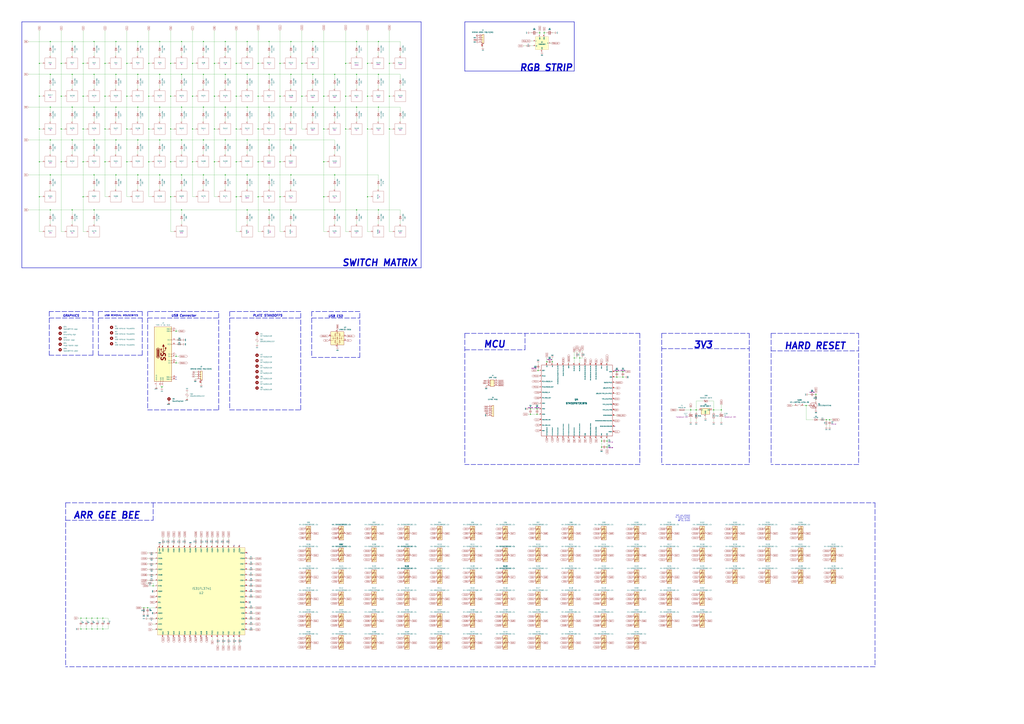
<source format=kicad_sch>
(kicad_sch (version 20210406) (generator eeschema)
  (paper "A0")
  (title_block (title "Apollo87HS PCB schematic") (date "2021-04-23") (rev "v2.1.4") (company "Designed by Gondolindrim") (comment 1 "For the AcheronProject"))
  (junction (at 45.72 73.66) (diameter 1.016))
  (junction (at 45.72 111.76) (diameter 1.016))
  (junction (at 45.72 149.86) (diameter 1.016))
  (junction (at 45.72 187.96) (diameter 1.016))
  (junction (at 45.72 228.6) (diameter 1.016))
  (junction (at 58.42 48.26) (diameter 1.016))
  (junction (at 58.42 86.36) (diameter 1.016))
  (junction (at 58.42 124.46) (diameter 1.016))
  (junction (at 58.42 162.56) (diameter 1.016))
  (junction (at 58.42 203.2) (diameter 1.016))
  (junction (at 58.42 243.84) (diameter 1.016))
  (junction (at 71.12 73.66) (diameter 1.016))
  (junction (at 71.12 111.76) (diameter 1.016))
  (junction (at 71.12 149.86) (diameter 1.016))
  (junction (at 71.12 187.96) (diameter 1.016))
  (junction (at 83.82 48.26) (diameter 1.016))
  (junction (at 83.82 86.36) (diameter 1.016))
  (junction (at 83.82 124.46) (diameter 1.016))
  (junction (at 83.82 162.56) (diameter 1.016))
  (junction (at 83.82 243.84) (diameter 1.016))
  (junction (at 93.98 718.185) (diameter 0.9144))
  (junction (at 93.98 730.885) (diameter 0.9144))
  (junction (at 96.52 73.66) (diameter 1.016))
  (junction (at 96.52 111.76) (diameter 1.016))
  (junction (at 96.52 149.86) (diameter 1.016))
  (junction (at 96.52 187.96) (diameter 1.016))
  (junction (at 96.52 228.6) (diameter 1.016))
  (junction (at 100.33 718.185) (diameter 0.9144))
  (junction (at 100.33 730.885) (diameter 0.9144))
  (junction (at 106.68 718.185) (diameter 0.9144))
  (junction (at 106.68 730.885) (diameter 0.9144))
  (junction (at 109.22 48.26) (diameter 1.016))
  (junction (at 109.22 86.36) (diameter 1.016))
  (junction (at 109.22 124.46) (diameter 1.016))
  (junction (at 109.22 162.56) (diameter 1.016))
  (junction (at 109.22 203.2) (diameter 1.016))
  (junction (at 109.22 243.84) (diameter 1.016))
  (junction (at 113.03 718.185) (diameter 0.9144))
  (junction (at 113.03 730.885) (diameter 0.9144))
  (junction (at 119.38 718.185) (diameter 0.9144))
  (junction (at 119.38 730.885) (diameter 0.9144))
  (junction (at 121.92 73.66) (diameter 1.016))
  (junction (at 121.92 111.76) (diameter 1.016))
  (junction (at 121.92 149.86) (diameter 1.016))
  (junction (at 121.92 187.96) (diameter 1.016))
  (junction (at 134.62 48.26) (diameter 1.016))
  (junction (at 134.62 86.36) (diameter 1.016))
  (junction (at 134.62 124.46) (diameter 1.016))
  (junction (at 134.62 162.56) (diameter 1.016))
  (junction (at 134.62 203.2) (diameter 1.016))
  (junction (at 147.32 73.66) (diameter 1.016))
  (junction (at 147.32 111.76) (diameter 1.016))
  (junction (at 147.32 149.86) (diameter 1.016))
  (junction (at 147.32 187.96) (diameter 1.016))
  (junction (at 160.02 48.26) (diameter 1.016))
  (junction (at 160.02 86.36) (diameter 1.016))
  (junction (at 160.02 124.46) (diameter 1.016))
  (junction (at 160.02 162.56) (diameter 1.016))
  (junction (at 160.02 203.2) (diameter 1.016))
  (junction (at 167.005 706.12) (diameter 0.9144))
  (junction (at 171.45 706.12) (diameter 0.9144))
  (junction (at 172.72 73.66) (diameter 1.016))
  (junction (at 172.72 111.76) (diameter 1.016))
  (junction (at 172.72 149.86) (diameter 1.016))
  (junction (at 172.72 187.96) (diameter 1.016))
  (junction (at 177.8 680.72) (diameter 0.9144))
  (junction (at 185.42 48.26) (diameter 1.016))
  (junction (at 185.42 86.36) (diameter 1.016))
  (junction (at 185.42 124.46) (diameter 1.016))
  (junction (at 185.42 162.56) (diameter 1.016))
  (junction (at 185.42 203.2) (diameter 1.016))
  (junction (at 187.96 449.58) (diameter 1.016))
  (junction (at 198.12 73.66) (diameter 1.016))
  (junction (at 198.12 111.76) (diameter 1.016))
  (junction (at 198.12 149.86) (diameter 1.016))
  (junction (at 198.12 187.96) (diameter 1.016))
  (junction (at 198.12 228.6) (diameter 1.016))
  (junction (at 204.47 384.81) (diameter 1.016))
  (junction (at 204.47 414.02) (diameter 1.016))
  (junction (at 204.47 421.64) (diameter 1.016))
  (junction (at 210.82 48.26) (diameter 1.016))
  (junction (at 210.82 86.36) (diameter 1.016))
  (junction (at 210.82 124.46) (diameter 1.016))
  (junction (at 210.82 162.56) (diameter 1.016))
  (junction (at 210.82 203.2) (diameter 1.016))
  (junction (at 210.82 243.84) (diameter 1.016))
  (junction (at 223.52 73.66) (diameter 1.016))
  (junction (at 223.52 111.76) (diameter 1.016))
  (junction (at 223.52 149.86) (diameter 1.016))
  (junction (at 223.52 187.96) (diameter 1.016))
  (junction (at 236.22 48.26) (diameter 1.016))
  (junction (at 236.22 86.36) (diameter 1.016))
  (junction (at 236.22 124.46) (diameter 1.016))
  (junction (at 236.22 162.56) (diameter 1.016))
  (junction (at 236.22 203.2) (diameter 1.016))
  (junction (at 248.92 73.66) (diameter 1.016))
  (junction (at 248.92 111.76) (diameter 1.016))
  (junction (at 248.92 149.86) (diameter 1.016))
  (junction (at 248.92 187.96) (diameter 1.016))
  (junction (at 261.62 48.26) (diameter 1.016))
  (junction (at 261.62 86.36) (diameter 1.016))
  (junction (at 261.62 124.46) (diameter 1.016))
  (junction (at 261.62 162.56) (diameter 1.016))
  (junction (at 261.62 203.2) (diameter 1.016))
  (junction (at 274.32 73.66) (diameter 1.016))
  (junction (at 274.32 111.76) (diameter 1.016))
  (junction (at 274.32 149.86) (diameter 1.016))
  (junction (at 274.32 187.96) (diameter 1.016))
  (junction (at 274.32 228.6) (diameter 1.016))
  (junction (at 287.02 48.26) (diameter 1.016))
  (junction (at 287.02 86.36) (diameter 1.016))
  (junction (at 287.02 124.46) (diameter 1.016))
  (junction (at 287.02 162.56) (diameter 1.016))
  (junction (at 287.02 203.2) (diameter 1.016))
  (junction (at 287.02 243.84) (diameter 1.016))
  (junction (at 299.72 73.66) (diameter 1.016))
  (junction (at 299.72 111.76) (diameter 1.016))
  (junction (at 299.72 149.86) (diameter 1.016))
  (junction (at 299.72 187.96) (diameter 1.016))
  (junction (at 299.72 228.6) (diameter 1.016))
  (junction (at 312.42 48.26) (diameter 1.016))
  (junction (at 312.42 86.36) (diameter 1.016))
  (junction (at 312.42 124.46) (diameter 1.016))
  (junction (at 312.42 162.56) (diameter 1.016))
  (junction (at 312.42 203.2) (diameter 1.016))
  (junction (at 312.42 243.84) (diameter 1.016))
  (junction (at 325.12 73.66) (diameter 1.016))
  (junction (at 325.12 111.76) (diameter 1.016))
  (junction (at 325.12 149.86) (diameter 1.016))
  (junction (at 325.12 187.96) (diameter 1.016))
  (junction (at 325.12 228.6) (diameter 1.016))
  (junction (at 337.82 48.26) (diameter 1.016))
  (junction (at 337.82 86.36) (diameter 1.016))
  (junction (at 337.82 124.46) (diameter 1.016))
  (junction (at 337.82 162.56) (diameter 1.016))
  (junction (at 337.82 203.2) (diameter 1.016))
  (junction (at 337.82 243.84) (diameter 1.016))
  (junction (at 350.52 73.66) (diameter 1.016))
  (junction (at 350.52 111.76) (diameter 1.016))
  (junction (at 363.22 48.26) (diameter 1.016))
  (junction (at 363.22 86.36) (diameter 1.016))
  (junction (at 363.22 124.46) (diameter 1.016))
  (junction (at 375.92 111.76) (diameter 1.016))
  (junction (at 375.92 149.86) (diameter 1.016))
  (junction (at 375.92 187.96) (diameter 1.016))
  (junction (at 375.92 228.6) (diameter 1.016))
  (junction (at 388.62 86.36) (diameter 1.016))
  (junction (at 388.62 124.46) (diameter 1.016))
  (junction (at 388.62 203.2) (diameter 1.016))
  (junction (at 388.62 243.84) (diameter 1.016))
  (junction (at 401.32 73.66) (diameter 1.016))
  (junction (at 401.32 111.76) (diameter 1.016))
  (junction (at 401.32 149.86) (diameter 1.016))
  (junction (at 414.02 48.26) (diameter 1.016))
  (junction (at 414.02 86.36) (diameter 1.016))
  (junction (at 414.02 124.46) (diameter 1.016))
  (junction (at 414.02 243.84) (diameter 1.016))
  (junction (at 426.72 73.66) (diameter 1.016))
  (junction (at 426.72 111.76) (diameter 1.016))
  (junction (at 426.72 149.86) (diameter 1.016))
  (junction (at 426.72 228.6) (diameter 1.016))
  (junction (at 439.42 48.26) (diameter 1.016))
  (junction (at 439.42 86.36) (diameter 1.016))
  (junction (at 439.42 124.46) (diameter 1.016))
  (junction (at 439.42 243.84) (diameter 1.016))
  (junction (at 452.12 73.66) (diameter 1.016))
  (junction (at 452.12 111.76) (diameter 1.016))
  (junction (at 452.12 149.86) (diameter 1.016))
  (junction (at 615.95 474.98) (diameter 1.016))
  (junction (at 615.95 481.33) (diameter 1.016))
  (junction (at 623.57 474.98) (diameter 1.016))
  (junction (at 623.57 481.33) (diameter 1.016))
  (junction (at 624.84 430.53) (diameter 1.016))
  (junction (at 626.745 38.1) (diameter 1.016))
  (junction (at 631.825 38.1) (diameter 1.016))
  (junction (at 635 420.37) (diameter 1.016))
  (junction (at 641.35 420.37) (diameter 1.016))
  (junction (at 666.75 415.925) (diameter 0.9144))
  (junction (at 673.1 415.925) (diameter 0.9144))
  (junction (at 698.5 512.445) (diameter 1.016))
  (junction (at 698.5 519.43) (diameter 1.016))
  (junction (at 704.85 512.445) (diameter 1.016))
  (junction (at 704.85 519.43) (diameter 1.016))
  (junction (at 716.28 431.8) (diameter 1.016))
  (junction (at 716.28 438.15) (diameter 1.016))
  (junction (at 723.265 431.8) (diameter 1.016))
  (junction (at 723.265 438.15) (diameter 1.016))
  (junction (at 802.005 476.25) (diameter 1.016))
  (junction (at 808.355 476.25) (diameter 1.016))
  (junction (at 828.675 476.25) (diameter 1.016))
  (junction (at 837.565 476.25) (diameter 1.016))
  (junction (at 935.99 471.17) (diameter 1.016))
  (junction (at 947.42 458.47) (diameter 1.016))
  (junction (at 959.485 487.68) (diameter 1.016))
  (junction (at 963.295 487.68) (diameter 1.016))
  (no_connect (at 204.47 438.15))
  (no_connect (at 204.47 440.69))
  (no_connect (at 271.78 633.73))
  (no_connect (at 278.13 633.73))
  (no_connect (at 287.02 642.62))
  (no_connect (at 713.74 495.3))
  (wire (pts (xy 33.02 48.26) (xy 58.42 48.26)))
  (wire (pts (xy 33.02 86.36) (xy 58.42 86.36)))
  (wire (pts (xy 33.02 124.46) (xy 58.42 124.46)))
  (wire (pts (xy 33.02 162.56) (xy 58.42 162.56)))
  (wire (pts (xy 33.02 203.2) (xy 58.42 203.2)))
  (wire (pts (xy 33.02 243.84) (xy 58.42 243.84)))
  (wire (pts (xy 45.72 35.56) (xy 45.72 73.66)))
  (wire (pts (xy 45.72 73.66) (xy 49.53 73.66)))
  (wire (pts (xy 45.72 111.76) (xy 45.72 73.66)))
  (wire (pts (xy 45.72 111.76) (xy 49.53 111.76)))
  (wire (pts (xy 45.72 149.86) (xy 45.72 111.76)))
  (wire (pts (xy 45.72 149.86) (xy 49.53 149.86)))
  (wire (pts (xy 45.72 187.96) (xy 45.72 149.86)))
  (wire (pts (xy 45.72 187.96) (xy 49.53 187.96)))
  (wire (pts (xy 45.72 228.6) (xy 45.72 187.96)))
  (wire (pts (xy 45.72 228.6) (xy 45.72 269.24)))
  (wire (pts (xy 45.72 228.6) (xy 49.53 228.6)))
  (wire (pts (xy 45.72 269.24) (xy 49.53 269.24)))
  (wire (pts (xy 58.42 48.26) (xy 58.42 53.34)))
  (wire (pts (xy 58.42 60.96) (xy 58.42 64.77)))
  (wire (pts (xy 58.42 86.36) (xy 58.42 91.44)))
  (wire (pts (xy 58.42 99.06) (xy 58.42 102.87)))
  (wire (pts (xy 58.42 124.46) (xy 58.42 129.54)))
  (wire (pts (xy 58.42 137.16) (xy 58.42 140.97)))
  (wire (pts (xy 58.42 162.56) (xy 58.42 167.64)))
  (wire (pts (xy 58.42 162.56) (xy 83.82 162.56)))
  (wire (pts (xy 58.42 175.26) (xy 58.42 179.07)))
  (wire (pts (xy 58.42 203.2) (xy 58.42 208.28)))
  (wire (pts (xy 58.42 215.9) (xy 58.42 219.71)))
  (wire (pts (xy 58.42 243.84) (xy 58.42 248.92)))
  (wire (pts (xy 58.42 243.84) (xy 83.82 243.84)))
  (wire (pts (xy 58.42 256.54) (xy 58.42 260.35)))
  (wire (pts (xy 71.12 35.56) (xy 71.12 73.66)))
  (wire (pts (xy 71.12 73.66) (xy 74.93 73.66)))
  (wire (pts (xy 71.12 111.76) (xy 71.12 73.66)))
  (wire (pts (xy 71.12 111.76) (xy 74.93 111.76)))
  (wire (pts (xy 71.12 149.86) (xy 71.12 111.76)))
  (wire (pts (xy 71.12 149.86) (xy 74.93 149.86)))
  (wire (pts (xy 71.12 187.96) (xy 71.12 149.86)))
  (wire (pts (xy 71.12 187.96) (xy 71.12 269.24)))
  (wire (pts (xy 71.12 187.96) (xy 74.93 187.96)))
  (wire (pts (xy 71.12 269.24) (xy 74.93 269.24)))
  (wire (pts (xy 83.82 48.26) (xy 58.42 48.26)))
  (wire (pts (xy 83.82 48.26) (xy 83.82 53.34)))
  (wire (pts (xy 83.82 60.96) (xy 83.82 64.77)))
  (wire (pts (xy 83.82 86.36) (xy 58.42 86.36)))
  (wire (pts (xy 83.82 86.36) (xy 83.82 91.44)))
  (wire (pts (xy 83.82 99.06) (xy 83.82 102.87)))
  (wire (pts (xy 83.82 124.46) (xy 58.42 124.46)))
  (wire (pts (xy 83.82 124.46) (xy 83.82 129.54)))
  (wire (pts (xy 83.82 124.46) (xy 109.22 124.46)))
  (wire (pts (xy 83.82 137.16) (xy 83.82 140.97)))
  (wire (pts (xy 83.82 162.56) (xy 83.82 167.64)))
  (wire (pts (xy 83.82 175.26) (xy 83.82 179.07)))
  (wire (pts (xy 83.82 243.84) (xy 83.82 248.92)))
  (wire (pts (xy 83.82 256.54) (xy 83.82 260.35)))
  (wire (pts (xy 90.805 718.185) (xy 93.98 718.185)))
  (wire (pts (xy 92.075 730.885) (xy 93.98 730.885)))
  (wire (pts (xy 93.98 718.185) (xy 93.98 721.995)))
  (wire (pts (xy 93.98 718.185) (xy 100.33 718.185)))
  (wire (pts (xy 93.98 727.075) (xy 93.98 730.885)))
  (wire (pts (xy 93.98 730.885) (xy 100.33 730.885)))
  (wire (pts (xy 96.52 35.56) (xy 96.52 73.66)))
  (wire (pts (xy 96.52 111.76) (xy 96.52 73.66)))
  (wire (pts (xy 96.52 111.76) (xy 100.33 111.76)))
  (wire (pts (xy 96.52 149.86) (xy 96.52 111.76)))
  (wire (pts (xy 96.52 149.86) (xy 100.33 149.86)))
  (wire (pts (xy 96.52 187.96) (xy 96.52 149.86)))
  (wire (pts (xy 96.52 187.96) (xy 100.33 187.96)))
  (wire (pts (xy 96.52 228.6) (xy 96.52 187.96)))
  (wire (pts (xy 96.52 228.6) (xy 96.52 269.24)))
  (wire (pts (xy 96.52 228.6) (xy 100.33 228.6)))
  (wire (pts (xy 96.52 269.24) (xy 100.33 269.24)))
  (wire (pts (xy 100.33 73.66) (xy 96.52 73.66)))
  (wire (pts (xy 100.33 718.185) (xy 100.33 721.995)))
  (wire (pts (xy 100.33 718.185) (xy 106.68 718.185)))
  (wire (pts (xy 100.33 727.075) (xy 100.33 730.885)))
  (wire (pts (xy 100.33 730.885) (xy 106.68 730.885)))
  (wire (pts (xy 106.68 718.185) (xy 106.68 721.995)))
  (wire (pts (xy 106.68 718.185) (xy 113.03 718.185)))
  (wire (pts (xy 106.68 727.075) (xy 106.68 730.885)))
  (wire (pts (xy 106.68 730.885) (xy 113.03 730.885)))
  (wire (pts (xy 109.22 48.26) (xy 83.82 48.26)))
  (wire (pts (xy 109.22 48.26) (xy 109.22 53.34)))
  (wire (pts (xy 109.22 60.96) (xy 109.22 64.77)))
  (wire (pts (xy 109.22 86.36) (xy 83.82 86.36)))
  (wire (pts (xy 109.22 86.36) (xy 109.22 91.44)))
  (wire (pts (xy 109.22 99.06) (xy 109.22 102.87)))
  (wire (pts (xy 109.22 124.46) (xy 109.22 129.54)))
  (wire (pts (xy 109.22 137.16) (xy 109.22 140.97)))
  (wire (pts (xy 109.22 162.56) (xy 83.82 162.56)))
  (wire (pts (xy 109.22 162.56) (xy 109.22 167.64)))
  (wire (pts (xy 109.22 175.26) (xy 109.22 179.07)))
  (wire (pts (xy 109.22 203.2) (xy 58.42 203.2)))
  (wire (pts (xy 109.22 203.2) (xy 109.22 208.28)))
  (wire (pts (xy 109.22 215.9) (xy 109.22 219.71)))
  (wire (pts (xy 109.22 243.84) (xy 83.82 243.84)))
  (wire (pts (xy 109.22 243.84) (xy 109.22 248.92)))
  (wire (pts (xy 109.22 243.84) (xy 210.82 243.84)))
  (wire (pts (xy 109.22 256.54) (xy 109.22 260.35)))
  (wire (pts (xy 113.03 718.185) (xy 113.03 721.995)))
  (wire (pts (xy 113.03 718.185) (xy 119.38 718.185)))
  (wire (pts (xy 113.03 727.075) (xy 113.03 730.885)))
  (wire (pts (xy 113.03 730.885) (xy 119.38 730.885)))
  (wire (pts (xy 119.38 718.185) (xy 119.38 721.995)))
  (wire (pts (xy 119.38 718.185) (xy 125.73 718.185)))
  (wire (pts (xy 119.38 727.075) (xy 119.38 730.885)))
  (wire (pts (xy 119.38 730.885) (xy 125.73 730.885)))
  (wire (pts (xy 121.92 35.56) (xy 121.92 73.66)))
  (wire (pts (xy 121.92 73.66) (xy 125.73 73.66)))
  (wire (pts (xy 121.92 111.76) (xy 121.92 73.66)))
  (wire (pts (xy 121.92 111.76) (xy 125.73 111.76)))
  (wire (pts (xy 121.92 149.86) (xy 121.92 111.76)))
  (wire (pts (xy 121.92 149.86) (xy 125.73 149.86)))
  (wire (pts (xy 121.92 187.96) (xy 121.92 149.86)))
  (wire (pts (xy 121.92 187.96) (xy 121.92 228.6)))
  (wire (pts (xy 121.92 187.96) (xy 125.73 187.96)))
  (wire (pts (xy 121.92 228.6) (xy 125.73 228.6)))
  (wire (pts (xy 125.73 718.185) (xy 125.73 721.995)))
  (wire (pts (xy 125.73 727.075) (xy 125.73 730.885)))
  (wire (pts (xy 134.62 48.26) (xy 109.22 48.26)))
  (wire (pts (xy 134.62 48.26) (xy 134.62 53.34)))
  (wire (pts (xy 134.62 48.26) (xy 160.02 48.26)))
  (wire (pts (xy 134.62 60.96) (xy 134.62 64.77)))
  (wire (pts (xy 134.62 86.36) (xy 109.22 86.36)))
  (wire (pts (xy 134.62 86.36) (xy 134.62 91.44)))
  (wire (pts (xy 134.62 99.06) (xy 134.62 102.87)))
  (wire (pts (xy 134.62 124.46) (xy 109.22 124.46)))
  (wire (pts (xy 134.62 124.46) (xy 134.62 129.54)))
  (wire (pts (xy 134.62 137.16) (xy 134.62 140.97)))
  (wire (pts (xy 134.62 162.56) (xy 109.22 162.56)))
  (wire (pts (xy 134.62 162.56) (xy 134.62 167.64)))
  (wire (pts (xy 134.62 175.26) (xy 134.62 179.07)))
  (wire (pts (xy 134.62 203.2) (xy 109.22 203.2)))
  (wire (pts (xy 134.62 203.2) (xy 134.62 208.28)))
  (wire (pts (xy 134.62 215.9) (xy 134.62 219.71)))
  (wire (pts (xy 147.32 35.56) (xy 147.32 73.66)))
  (wire (pts (xy 147.32 73.66) (xy 151.13 73.66)))
  (wire (pts (xy 147.32 111.76) (xy 147.32 73.66)))
  (wire (pts (xy 147.32 111.76) (xy 151.13 111.76)))
  (wire (pts (xy 147.32 149.86) (xy 147.32 111.76)))
  (wire (pts (xy 147.32 149.86) (xy 151.13 149.86)))
  (wire (pts (xy 147.32 187.96) (xy 147.32 149.86)))
  (wire (pts (xy 147.32 187.96) (xy 147.32 228.6)))
  (wire (pts (xy 147.32 187.96) (xy 151.13 187.96)))
  (wire (pts (xy 147.32 228.6) (xy 151.13 228.6)))
  (wire (pts (xy 160.02 48.26) (xy 160.02 53.34)))
  (wire (pts (xy 160.02 48.26) (xy 185.42 48.26)))
  (wire (pts (xy 160.02 60.96) (xy 160.02 64.77)))
  (wire (pts (xy 160.02 86.36) (xy 134.62 86.36)))
  (wire (pts (xy 160.02 86.36) (xy 160.02 91.44)))
  (wire (pts (xy 160.02 99.06) (xy 160.02 102.87)))
  (wire (pts (xy 160.02 124.46) (xy 134.62 124.46)))
  (wire (pts (xy 160.02 124.46) (xy 160.02 129.54)))
  (wire (pts (xy 160.02 137.16) (xy 160.02 140.97)))
  (wire (pts (xy 160.02 162.56) (xy 134.62 162.56)))
  (wire (pts (xy 160.02 162.56) (xy 160.02 167.64)))
  (wire (pts (xy 160.02 175.26) (xy 160.02 179.07)))
  (wire (pts (xy 160.02 203.2) (xy 134.62 203.2)))
  (wire (pts (xy 160.02 203.2) (xy 160.02 208.28)))
  (wire (pts (xy 160.02 215.9) (xy 160.02 219.71)))
  (wire (pts (xy 164.465 706.12) (xy 167.005 706.12)))
  (wire (pts (xy 167.005 706.12) (xy 167.005 706.755)))
  (wire (pts (xy 167.005 706.12) (xy 171.45 706.12)))
  (wire (pts (xy 167.005 711.835) (xy 167.005 712.47)))
  (wire (pts (xy 170.18 677.545) (xy 171.45 677.545)))
  (wire (pts (xy 171.45 706.12) (xy 171.45 706.755)))
  (wire (pts (xy 171.45 706.12) (xy 180.34 706.12)))
  (wire (pts (xy 171.45 711.835) (xy 171.45 712.47)))
  (wire (pts (xy 171.45 718.82) (xy 173.355 718.82)))
  (wire (pts (xy 172.72 35.56) (xy 172.72 73.66)))
  (wire (pts (xy 172.72 73.66) (xy 176.53 73.66)))
  (wire (pts (xy 172.72 111.76) (xy 172.72 73.66)))
  (wire (pts (xy 172.72 111.76) (xy 176.53 111.76)))
  (wire (pts (xy 172.72 149.86) (xy 172.72 111.76)))
  (wire (pts (xy 172.72 149.86) (xy 176.53 149.86)))
  (wire (pts (xy 172.72 187.96) (xy 172.72 149.86)))
  (wire (pts (xy 172.72 187.96) (xy 172.72 228.6)))
  (wire (pts (xy 172.72 187.96) (xy 176.53 187.96)))
  (wire (pts (xy 172.72 228.6) (xy 176.53 228.6)))
  (wire (pts (xy 172.72 680.72) (xy 177.8 680.72)))
  (wire (pts (xy 173.355 642.62) (xy 171.45 642.62)))
  (wire (pts (xy 173.355 648.97) (xy 171.45 648.97)))
  (wire (pts (xy 173.355 655.32) (xy 171.45 655.32)))
  (wire (pts (xy 173.355 661.67) (xy 171.45 661.67)))
  (wire (pts (xy 173.355 668.02) (xy 171.45 668.02)))
  (wire (pts (xy 173.355 674.37) (xy 171.45 674.37)))
  (wire (pts (xy 176.53 677.545) (xy 177.8 677.545)))
  (wire (pts (xy 177.165 725.17) (xy 180.34 725.17)))
  (wire (pts (xy 177.165 731.52) (xy 180.34 731.52)))
  (wire (pts (xy 177.8 677.545) (xy 177.8 680.72)))
  (wire (pts (xy 177.8 680.72) (xy 180.34 680.72)))
  (wire (pts (xy 178.435 718.82) (xy 180.34 718.82)))
  (wire (pts (xy 180.34 642.62) (xy 178.435 642.62)))
  (wire (pts (xy 180.34 648.97) (xy 178.435 648.97)))
  (wire (pts (xy 180.34 655.32) (xy 178.435 655.32)))
  (wire (pts (xy 180.34 661.67) (xy 178.435 661.67)))
  (wire (pts (xy 180.34 668.02) (xy 178.435 668.02)))
  (wire (pts (xy 180.34 674.37) (xy 178.435 674.37)))
  (wire (pts (xy 181.61 448.31) (xy 181.61 449.58)))
  (wire (pts (xy 185.42 48.26) (xy 185.42 53.34)))
  (wire (pts (xy 185.42 60.96) (xy 185.42 64.77)))
  (wire (pts (xy 185.42 86.36) (xy 160.02 86.36)))
  (wire (pts (xy 185.42 86.36) (xy 185.42 91.44)))
  (wire (pts (xy 185.42 99.06) (xy 185.42 102.87)))
  (wire (pts (xy 185.42 124.46) (xy 160.02 124.46)))
  (wire (pts (xy 185.42 124.46) (xy 185.42 129.54)))
  (wire (pts (xy 185.42 137.16) (xy 185.42 140.97)))
  (wire (pts (xy 185.42 162.56) (xy 160.02 162.56)))
  (wire (pts (xy 185.42 162.56) (xy 185.42 167.64)))
  (wire (pts (xy 185.42 175.26) (xy 185.42 179.07)))
  (wire (pts (xy 185.42 203.2) (xy 160.02 203.2)))
  (wire (pts (xy 185.42 203.2) (xy 185.42 208.28)))
  (wire (pts (xy 185.42 215.9) (xy 185.42 219.71)))
  (wire (pts (xy 186.69 448.31) (xy 186.69 449.58)))
  (wire (pts (xy 186.69 449.58) (xy 187.96 449.58)))
  (wire (pts (xy 187.96 449.58) (xy 187.96 450.85)))
  (wire (pts (xy 187.96 449.58) (xy 189.23 449.58)))
  (wire (pts (xy 189.23 449.58) (xy 189.23 448.31)))
  (wire (pts (xy 189.23 626.745) (xy 189.23 624.84)))
  (wire (pts (xy 189.23 633.73) (xy 189.23 631.825)))
  (wire (pts (xy 195.58 626.745) (xy 195.58 624.84)))
  (wire (pts (xy 195.58 633.73) (xy 195.58 631.825)))
  (wire (pts (xy 198.12 35.56) (xy 198.12 73.66)))
  (wire (pts (xy 198.12 73.66) (xy 201.93 73.66)))
  (wire (pts (xy 198.12 111.76) (xy 198.12 73.66)))
  (wire (pts (xy 198.12 111.76) (xy 201.93 111.76)))
  (wire (pts (xy 198.12 149.86) (xy 198.12 111.76)))
  (wire (pts (xy 198.12 149.86) (xy 201.93 149.86)))
  (wire (pts (xy 198.12 187.96) (xy 198.12 149.86)))
  (wire (pts (xy 198.12 187.96) (xy 201.93 187.96)))
  (wire (pts (xy 198.12 228.6) (xy 198.12 187.96)))
  (wire (pts (xy 198.12 228.6) (xy 198.12 269.24)))
  (wire (pts (xy 198.12 228.6) (xy 201.93 228.6)))
  (wire (pts (xy 198.12 269.24) (xy 201.93 269.24)))
  (wire (pts (xy 201.93 626.745) (xy 201.93 624.84)))
  (wire (pts (xy 201.93 633.73) (xy 201.93 631.825)))
  (wire (pts (xy 204.47 382.27) (xy 204.47 384.81)))
  (wire (pts (xy 204.47 394.97) (xy 205.74 394.97)))
  (wire (pts (xy 204.47 400.05) (xy 205.74 400.05)))
  (wire (pts (xy 204.47 411.48) (xy 204.47 414.02)))
  (wire (pts (xy 204.47 414.02) (xy 207.645 414.02)))
  (wire (pts (xy 204.47 419.1) (xy 204.47 421.64)))
  (wire (pts (xy 204.47 421.64) (xy 207.645 421.64)))
  (wire (pts (xy 207.645 384.81) (xy 204.47 384.81)))
  (wire (pts (xy 208.28 626.745) (xy 208.28 624.84)))
  (wire (pts (xy 208.28 633.73) (xy 208.28 631.825)))
  (wire (pts (xy 210.82 48.26) (xy 185.42 48.26)))
  (wire (pts (xy 210.82 48.26) (xy 210.82 53.34)))
  (wire (pts (xy 210.82 48.26) (xy 236.22 48.26)))
  (wire (pts (xy 210.82 60.96) (xy 210.82 64.77)))
  (wire (pts (xy 210.82 86.36) (xy 185.42 86.36)))
  (wire (pts (xy 210.82 86.36) (xy 210.82 91.44)))
  (wire (pts (xy 210.82 99.06) (xy 210.82 102.87)))
  (wire (pts (xy 210.82 124.46) (xy 185.42 124.46)))
  (wire (pts (xy 210.82 124.46) (xy 210.82 129.54)))
  (wire (pts (xy 210.82 137.16) (xy 210.82 140.97)))
  (wire (pts (xy 210.82 162.56) (xy 185.42 162.56)))
  (wire (pts (xy 210.82 162.56) (xy 210.82 167.64)))
  (wire (pts (xy 210.82 162.56) (xy 236.22 162.56)))
  (wire (pts (xy 210.82 175.26) (xy 210.82 179.07)))
  (wire (pts (xy 210.82 203.2) (xy 185.42 203.2)))
  (wire (pts (xy 210.82 203.2) (xy 210.82 208.28)))
  (wire (pts (xy 210.82 215.9) (xy 210.82 219.71)))
  (wire (pts (xy 210.82 243.84) (xy 210.82 248.92)))
  (wire (pts (xy 210.82 256.54) (xy 210.82 260.35)))
  (wire (pts (xy 210.82 394.97) (xy 211.455 394.97)))
  (wire (pts (xy 210.82 400.05) (xy 211.455 400.05)))
  (wire (pts (xy 214.63 626.745) (xy 214.63 624.84)))
  (wire (pts (xy 214.63 633.73) (xy 214.63 631.825)))
  (wire (pts (xy 217.17 455.295) (xy 217.17 456.565)))
  (wire (pts (xy 217.17 461.645) (xy 217.17 462.915)))
  (wire (pts (xy 223.52 35.56) (xy 223.52 73.66)))
  (wire (pts (xy 223.52 73.66) (xy 227.33 73.66)))
  (wire (pts (xy 223.52 111.76) (xy 223.52 73.66)))
  (wire (pts (xy 223.52 111.76) (xy 227.33 111.76)))
  (wire (pts (xy 223.52 149.86) (xy 223.52 111.76)))
  (wire (pts (xy 223.52 149.86) (xy 227.33 149.86)))
  (wire (pts (xy 223.52 187.96) (xy 223.52 149.86)))
  (wire (pts (xy 223.52 187.96) (xy 223.52 228.6)))
  (wire (pts (xy 223.52 187.96) (xy 227.33 187.96)))
  (wire (pts (xy 223.52 228.6) (xy 227.33 228.6)))
  (wire (pts (xy 226.695 432.435) (xy 228.6 432.435)))
  (wire (pts (xy 226.695 434.975) (xy 228.6 434.975)))
  (wire (pts (xy 226.695 437.515) (xy 228.6 437.515)))
  (wire (pts (xy 226.695 440.055) (xy 228.6 440.055)))
  (wire (pts (xy 227.33 626.745) (xy 227.33 624.84)))
  (wire (pts (xy 227.33 633.73) (xy 227.33 631.825)))
  (wire (pts (xy 233.68 445.135) (xy 233.68 446.405)))
  (wire (pts (xy 233.68 626.745) (xy 233.68 624.84)))
  (wire (pts (xy 233.68 633.73) (xy 233.68 631.825)))
  (wire (pts (xy 236.22 48.26) (xy 236.22 53.34)))
  (wire (pts (xy 236.22 48.26) (xy 261.62 48.26)))
  (wire (pts (xy 236.22 60.96) (xy 236.22 64.77)))
  (wire (pts (xy 236.22 86.36) (xy 210.82 86.36)))
  (wire (pts (xy 236.22 86.36) (xy 236.22 91.44)))
  (wire (pts (xy 236.22 99.06) (xy 236.22 102.87)))
  (wire (pts (xy 236.22 124.46) (xy 210.82 124.46)))
  (wire (pts (xy 236.22 124.46) (xy 236.22 129.54)))
  (wire (pts (xy 236.22 137.16) (xy 236.22 140.97)))
  (wire (pts (xy 236.22 162.56) (xy 236.22 167.64)))
  (wire (pts (xy 236.22 175.26) (xy 236.22 179.07)))
  (wire (pts (xy 236.22 203.2) (xy 210.82 203.2)))
  (wire (pts (xy 236.22 203.2) (xy 236.22 208.28)))
  (wire (pts (xy 236.22 215.9) (xy 236.22 219.71)))
  (wire (pts (xy 240.665 626.745) (xy 240.665 624.84)))
  (wire (pts (xy 240.665 633.73) (xy 240.665 631.825)))
  (wire (pts (xy 246.38 626.745) (xy 246.38 624.84)))
  (wire (pts (xy 246.38 633.73) (xy 246.38 631.825)))
  (wire (pts (xy 246.38 743.585) (xy 246.38 740.41)))
  (wire (pts (xy 248.92 35.56) (xy 248.92 73.66)))
  (wire (pts (xy 248.92 73.66) (xy 248.92 111.76)))
  (wire (pts (xy 248.92 73.66) (xy 252.73 73.66)))
  (wire (pts (xy 248.92 111.76) (xy 252.73 111.76)))
  (wire (pts (xy 248.92 149.86) (xy 248.92 111.76)))
  (wire (pts (xy 248.92 149.86) (xy 248.92 187.96)))
  (wire (pts (xy 248.92 149.86) (xy 252.73 149.86)))
  (wire (pts (xy 248.92 187.96) (xy 248.92 228.6)))
  (wire (pts (xy 248.92 187.96) (xy 252.73 187.96)))
  (wire (pts (xy 248.92 228.6) (xy 252.73 228.6)))
  (wire (pts (xy 252.73 626.745) (xy 252.73 624.84)))
  (wire (pts (xy 252.73 633.73) (xy 252.73 631.825)))
  (wire (pts (xy 252.73 740.41) (xy 252.73 742.315)))
  (wire (pts (xy 252.73 747.395) (xy 252.73 749.3)))
  (wire (pts (xy 259.08 626.745) (xy 259.08 624.84)))
  (wire (pts (xy 259.08 633.73) (xy 259.08 631.825)))
  (wire (pts (xy 259.08 740.41) (xy 259.08 742.315)))
  (wire (pts (xy 259.08 747.395) (xy 259.08 749.3)))
  (wire (pts (xy 261.62 48.26) (xy 261.62 53.34)))
  (wire (pts (xy 261.62 60.96) (xy 261.62 64.77)))
  (wire (pts (xy 261.62 86.36) (xy 236.22 86.36)))
  (wire (pts (xy 261.62 86.36) (xy 261.62 91.44)))
  (wire (pts (xy 261.62 99.06) (xy 261.62 102.87)))
  (wire (pts (xy 261.62 124.46) (xy 236.22 124.46)))
  (wire (pts (xy 261.62 124.46) (xy 261.62 129.54)))
  (wire (pts (xy 261.62 137.16) (xy 261.62 140.97)))
  (wire (pts (xy 261.62 162.56) (xy 236.22 162.56)))
  (wire (pts (xy 261.62 162.56) (xy 261.62 167.64)))
  (wire (pts (xy 261.62 175.26) (xy 261.62 179.07)))
  (wire (pts (xy 261.62 203.2) (xy 236.22 203.2)))
  (wire (pts (xy 261.62 203.2) (xy 261.62 208.28)))
  (wire (pts (xy 261.62 215.9) (xy 261.62 219.71)))
  (wire (pts (xy 265.43 626.745) (xy 265.43 624.84)))
  (wire (pts (xy 265.43 633.73) (xy 265.43 631.825)))
  (wire (pts (xy 265.43 740.41) (xy 265.43 742.315)))
  (wire (pts (xy 265.43 747.395) (xy 265.43 749.3)))
  (wire (pts (xy 271.78 740.41) (xy 271.78 742.315)))
  (wire (pts (xy 271.78 747.395) (xy 271.78 749.3)))
  (wire (pts (xy 274.32 35.56) (xy 274.32 73.66)))
  (wire (pts (xy 274.32 73.66) (xy 278.13 73.66)))
  (wire (pts (xy 274.32 111.76) (xy 274.32 73.66)))
  (wire (pts (xy 274.32 111.76) (xy 278.13 111.76)))
  (wire (pts (xy 274.32 149.86) (xy 274.32 111.76)))
  (wire (pts (xy 274.32 149.86) (xy 278.13 149.86)))
  (wire (pts (xy 274.32 187.96) (xy 274.32 149.86)))
  (wire (pts (xy 274.32 187.96) (xy 278.13 187.96)))
  (wire (pts (xy 274.32 228.6) (xy 274.32 187.96)))
  (wire (pts (xy 274.32 228.6) (xy 274.32 269.24)))
  (wire (pts (xy 274.32 228.6) (xy 278.13 228.6)))
  (wire (pts (xy 274.32 269.24) (xy 278.13 269.24)))
  (wire (pts (xy 278.13 740.41) (xy 278.13 742.315)))
  (wire (pts (xy 278.13 747.395) (xy 278.13 749.3)))
  (wire (pts (xy 287.02 48.26) (xy 261.62 48.26)))
  (wire (pts (xy 287.02 48.26) (xy 287.02 53.34)))
  (wire (pts (xy 287.02 60.96) (xy 287.02 64.77)))
  (wire (pts (xy 287.02 86.36) (xy 261.62 86.36)))
  (wire (pts (xy 287.02 86.36) (xy 287.02 91.44)))
  (wire (pts (xy 287.02 99.06) (xy 287.02 102.87)))
  (wire (pts (xy 287.02 124.46) (xy 261.62 124.46)))
  (wire (pts (xy 287.02 124.46) (xy 287.02 129.54)))
  (wire (pts (xy 287.02 137.16) (xy 287.02 140.97)))
  (wire (pts (xy 287.02 162.56) (xy 261.62 162.56)))
  (wire (pts (xy 287.02 162.56) (xy 287.02 167.64)))
  (wire (pts (xy 287.02 175.26) (xy 287.02 179.07)))
  (wire (pts (xy 287.02 203.2) (xy 261.62 203.2)))
  (wire (pts (xy 287.02 203.2) (xy 287.02 208.28)))
  (wire (pts (xy 287.02 215.9) (xy 287.02 219.71)))
  (wire (pts (xy 287.02 243.84) (xy 210.82 243.84)))
  (wire (pts (xy 287.02 243.84) (xy 287.02 248.92)))
  (wire (pts (xy 287.02 256.54) (xy 287.02 260.35)))
  (wire (pts (xy 287.02 648.97) (xy 288.925 648.97)))
  (wire (pts (xy 287.02 655.32) (xy 288.925 655.32)))
  (wire (pts (xy 287.02 661.67) (xy 288.925 661.67)))
  (wire (pts (xy 287.02 668.02) (xy 288.925 668.02)))
  (wire (pts (xy 287.02 674.37) (xy 288.925 674.37)))
  (wire (pts (xy 287.02 680.72) (xy 288.925 680.72)))
  (wire (pts (xy 287.02 687.07) (xy 288.925 687.07)))
  (wire (pts (xy 287.02 693.42) (xy 288.925 693.42)))
  (wire (pts (xy 287.02 706.12) (xy 288.925 706.12)))
  (wire (pts (xy 287.02 712.47) (xy 288.925 712.47)))
  (wire (pts (xy 287.02 718.82) (xy 288.925 718.82)))
  (wire (pts (xy 287.02 725.17) (xy 288.925 725.17)))
  (wire (pts (xy 287.02 731.52) (xy 288.925 731.52)))
  (wire (pts (xy 294.005 648.97) (xy 295.91 648.97)))
  (wire (pts (xy 294.005 655.32) (xy 295.91 655.32)))
  (wire (pts (xy 294.005 661.67) (xy 295.91 661.67)))
  (wire (pts (xy 294.005 668.02) (xy 295.91 668.02)))
  (wire (pts (xy 294.005 674.37) (xy 295.91 674.37)))
  (wire (pts (xy 294.005 680.72) (xy 295.91 680.72)))
  (wire (pts (xy 294.005 687.07) (xy 295.91 687.07)))
  (wire (pts (xy 294.005 693.42) (xy 295.91 693.42)))
  (wire (pts (xy 294.005 706.12) (xy 295.91 706.12)))
  (wire (pts (xy 294.005 712.47) (xy 295.91 712.47)))
  (wire (pts (xy 294.005 718.82) (xy 295.91 718.82)))
  (wire (pts (xy 294.005 725.17) (xy 295.91 725.17)))
  (wire (pts (xy 294.005 731.52) (xy 295.91 731.52)))
  (wire (pts (xy 298.45 391.16) (xy 298.45 393.065)))
  (wire (pts (xy 298.45 398.145) (xy 298.45 400.05)))
  (wire (pts (xy 299.72 35.56) (xy 299.72 73.66)))
  (wire (pts (xy 299.72 73.66) (xy 303.53 73.66)))
  (wire (pts (xy 299.72 111.76) (xy 299.72 73.66)))
  (wire (pts (xy 299.72 111.76) (xy 303.53 111.76)))
  (wire (pts (xy 299.72 149.86) (xy 299.72 111.76)))
  (wire (pts (xy 299.72 149.86) (xy 303.53 149.86)))
  (wire (pts (xy 299.72 187.96) (xy 299.72 149.86)))
  (wire (pts (xy 299.72 187.96) (xy 303.53 187.96)))
  (wire (pts (xy 299.72 228.6) (xy 299.72 187.96)))
  (wire (pts (xy 299.72 228.6) (xy 299.72 269.24)))
  (wire (pts (xy 299.72 228.6) (xy 303.53 228.6)))
  (wire (pts (xy 299.72 269.24) (xy 303.53 269.24)))
  (wire (pts (xy 312.42 48.26) (xy 287.02 48.26)))
  (wire (pts (xy 312.42 48.26) (xy 312.42 53.34)))
  (wire (pts (xy 312.42 60.96) (xy 312.42 64.77)))
  (wire (pts (xy 312.42 86.36) (xy 287.02 86.36)))
  (wire (pts (xy 312.42 86.36) (xy 312.42 91.44)))
  (wire (pts (xy 312.42 86.36) (xy 337.82 86.36)))
  (wire (pts (xy 312.42 99.06) (xy 312.42 102.87)))
  (wire (pts (xy 312.42 124.46) (xy 287.02 124.46)))
  (wire (pts (xy 312.42 124.46) (xy 312.42 129.54)))
  (wire (pts (xy 312.42 137.16) (xy 312.42 140.97)))
  (wire (pts (xy 312.42 162.56) (xy 287.02 162.56)))
  (wire (pts (xy 312.42 162.56) (xy 312.42 167.64)))
  (wire (pts (xy 312.42 175.26) (xy 312.42 179.07)))
  (wire (pts (xy 312.42 203.2) (xy 287.02 203.2)))
  (wire (pts (xy 312.42 203.2) (xy 312.42 208.28)))
  (wire (pts (xy 312.42 215.9) (xy 312.42 219.71)))
  (wire (pts (xy 312.42 243.84) (xy 287.02 243.84)))
  (wire (pts (xy 312.42 243.84) (xy 312.42 248.92)))
  (wire (pts (xy 312.42 256.54) (xy 312.42 260.35)))
  (wire (pts (xy 325.12 35.56) (xy 325.12 73.66)))
  (wire (pts (xy 325.12 73.66) (xy 328.93 73.66)))
  (wire (pts (xy 325.12 111.76) (xy 325.12 73.66)))
  (wire (pts (xy 325.12 111.76) (xy 325.12 149.86)))
  (wire (pts (xy 325.12 111.76) (xy 328.93 111.76)))
  (wire (pts (xy 325.12 149.86) (xy 328.93 149.86)))
  (wire (pts (xy 325.12 187.96) (xy 325.12 149.86)))
  (wire (pts (xy 325.12 187.96) (xy 328.93 187.96)))
  (wire (pts (xy 325.12 228.6) (xy 325.12 187.96)))
  (wire (pts (xy 325.12 228.6) (xy 325.12 269.24)))
  (wire (pts (xy 325.12 228.6) (xy 328.93 228.6)))
  (wire (pts (xy 325.12 269.24) (xy 328.93 269.24)))
  (wire (pts (xy 337.82 48.26) (xy 312.42 48.26)))
  (wire (pts (xy 337.82 48.26) (xy 337.82 53.34)))
  (wire (pts (xy 337.82 60.96) (xy 337.82 64.77)))
  (wire (pts (xy 337.82 86.36) (xy 337.82 91.44)))
  (wire (pts (xy 337.82 99.06) (xy 337.82 102.87)))
  (wire (pts (xy 337.82 124.46) (xy 312.42 124.46)))
  (wire (pts (xy 337.82 124.46) (xy 337.82 129.54)))
  (wire (pts (xy 337.82 137.16) (xy 337.82 140.97)))
  (wire (pts (xy 337.82 162.56) (xy 312.42 162.56)))
  (wire (pts (xy 337.82 162.56) (xy 337.82 167.64)))
  (wire (pts (xy 337.82 162.56) (xy 388.62 162.56)))
  (wire (pts (xy 337.82 175.26) (xy 337.82 179.07)))
  (wire (pts (xy 337.82 203.2) (xy 312.42 203.2)))
  (wire (pts (xy 337.82 203.2) (xy 337.82 208.28)))
  (wire (pts (xy 337.82 215.9) (xy 337.82 219.71)))
  (wire (pts (xy 337.82 243.84) (xy 312.42 243.84)))
  (wire (pts (xy 337.82 243.84) (xy 337.82 248.92)))
  (wire (pts (xy 337.82 243.84) (xy 388.62 243.84)))
  (wire (pts (xy 337.82 256.54) (xy 337.82 260.35)))
  (wire (pts (xy 350.52 35.56) (xy 350.52 73.66)))
  (wire (pts (xy 350.52 73.66) (xy 354.33 73.66)))
  (wire (pts (xy 350.52 111.76) (xy 350.52 73.66)))
  (wire (pts (xy 350.52 111.76) (xy 350.52 149.86)))
  (wire (pts (xy 350.52 111.76) (xy 354.33 111.76)))
  (wire (pts (xy 350.52 149.86) (xy 354.33 149.86)))
  (wire (pts (xy 363.22 48.26) (xy 337.82 48.26)))
  (wire (pts (xy 363.22 48.26) (xy 363.22 53.34)))
  (wire (pts (xy 363.22 60.96) (xy 363.22 64.77)))
  (wire (pts (xy 363.22 86.36) (xy 337.82 86.36)))
  (wire (pts (xy 363.22 86.36) (xy 363.22 91.44)))
  (wire (pts (xy 363.22 86.36) (xy 388.62 86.36)))
  (wire (pts (xy 363.22 99.06) (xy 363.22 102.87)))
  (wire (pts (xy 363.22 124.46) (xy 337.82 124.46)))
  (wire (pts (xy 363.22 124.46) (xy 363.22 129.54)))
  (wire (pts (xy 363.22 137.16) (xy 363.22 140.97)))
  (wire (pts (xy 375.92 35.56) (xy 375.92 111.76)))
  (wire (pts (xy 375.92 111.76) (xy 379.73 111.76)))
  (wire (pts (xy 375.92 149.86) (xy 375.92 111.76)))
  (wire (pts (xy 375.92 149.86) (xy 375.92 187.96)))
  (wire (pts (xy 375.92 149.86) (xy 379.73 149.86)))
  (wire (pts (xy 375.92 187.96) (xy 379.73 187.96)))
  (wire (pts (xy 375.92 228.6) (xy 375.92 187.96)))
  (wire (pts (xy 375.92 228.6) (xy 375.92 269.24)))
  (wire (pts (xy 375.92 228.6) (xy 379.73 228.6)))
  (wire (pts (xy 375.92 269.24) (xy 379.73 269.24)))
  (wire (pts (xy 388.62 86.36) (xy 388.62 91.44)))
  (wire (pts (xy 388.62 99.06) (xy 388.62 102.87)))
  (wire (pts (xy 388.62 124.46) (xy 363.22 124.46)))
  (wire (pts (xy 388.62 124.46) (xy 388.62 129.54)))
  (wire (pts (xy 388.62 137.16) (xy 388.62 140.97)))
  (wire (pts (xy 388.62 162.56) (xy 388.62 167.64)))
  (wire (pts (xy 388.62 175.26) (xy 388.62 179.07)))
  (wire (pts (xy 388.62 203.2) (xy 337.82 203.2)))
  (wire (pts (xy 388.62 203.2) (xy 388.62 208.28)))
  (wire (pts (xy 388.62 203.2) (xy 439.42 203.2)))
  (wire (pts (xy 388.62 215.9) (xy 388.62 219.71)))
  (wire (pts (xy 388.62 243.84) (xy 388.62 248.92)))
  (wire (pts (xy 388.62 256.54) (xy 388.62 260.35)))
  (wire (pts (xy 401.32 35.56) (xy 401.32 73.66)))
  (wire (pts (xy 401.32 73.66) (xy 405.13 73.66)))
  (wire (pts (xy 401.32 111.76) (xy 401.32 73.66)))
  (wire (pts (xy 401.32 111.76) (xy 401.32 149.86)))
  (wire (pts (xy 401.32 111.76) (xy 405.13 111.76)))
  (wire (pts (xy 401.32 149.86) (xy 401.32 269.24)))
  (wire (pts (xy 401.32 149.86) (xy 405.13 149.86)))
  (wire (pts (xy 401.32 269.24) (xy 405.13 269.24)))
  (wire (pts (xy 414.02 48.26) (xy 363.22 48.26)))
  (wire (pts (xy 414.02 48.26) (xy 414.02 53.34)))
  (wire (pts (xy 414.02 60.96) (xy 414.02 64.77)))
  (wire (pts (xy 414.02 86.36) (xy 388.62 86.36)))
  (wire (pts (xy 414.02 86.36) (xy 414.02 91.44)))
  (wire (pts (xy 414.02 99.06) (xy 414.02 102.87)))
  (wire (pts (xy 414.02 124.46) (xy 388.62 124.46)))
  (wire (pts (xy 414.02 124.46) (xy 414.02 129.54)))
  (wire (pts (xy 414.02 137.16) (xy 414.02 140.97)))
  (wire (pts (xy 414.02 243.84) (xy 388.62 243.84)))
  (wire (pts (xy 414.02 243.84) (xy 414.02 248.92)))
  (wire (pts (xy 414.02 243.84) (xy 439.42 243.84)))
  (wire (pts (xy 414.02 256.54) (xy 414.02 260.35)))
  (wire (pts (xy 426.72 35.56) (xy 426.72 73.66)))
  (wire (pts (xy 426.72 73.66) (xy 430.53 73.66)))
  (wire (pts (xy 426.72 111.76) (xy 426.72 73.66)))
  (wire (pts (xy 426.72 111.76) (xy 430.53 111.76)))
  (wire (pts (xy 426.72 149.86) (xy 426.72 111.76)))
  (wire (pts (xy 426.72 149.86) (xy 430.53 149.86)))
  (wire (pts (xy 426.72 228.6) (xy 426.72 149.86)))
  (wire (pts (xy 426.72 228.6) (xy 426.72 269.24)))
  (wire (pts (xy 426.72 228.6) (xy 430.53 228.6)))
  (wire (pts (xy 426.72 269.24) (xy 430.53 269.24)))
  (wire (pts (xy 439.42 48.26) (xy 414.02 48.26)))
  (wire (pts (xy 439.42 48.26) (xy 439.42 53.34)))
  (wire (pts (xy 439.42 48.26) (xy 464.82 48.26)))
  (wire (pts (xy 439.42 60.96) (xy 439.42 64.77)))
  (wire (pts (xy 439.42 86.36) (xy 414.02 86.36)))
  (wire (pts (xy 439.42 86.36) (xy 439.42 91.44)))
  (wire (pts (xy 439.42 86.36) (xy 464.82 86.36)))
  (wire (pts (xy 439.42 99.06) (xy 439.42 102.87)))
  (wire (pts (xy 439.42 124.46) (xy 414.02 124.46)))
  (wire (pts (xy 439.42 124.46) (xy 439.42 129.54)))
  (wire (pts (xy 439.42 124.46) (xy 464.82 124.46)))
  (wire (pts (xy 439.42 137.16) (xy 439.42 140.97)))
  (wire (pts (xy 439.42 203.2) (xy 439.42 208.28)))
  (wire (pts (xy 439.42 215.9) (xy 439.42 219.71)))
  (wire (pts (xy 439.42 243.84) (xy 439.42 248.92)))
  (wire (pts (xy 439.42 243.84) (xy 464.82 243.84)))
  (wire (pts (xy 439.42 256.54) (xy 439.42 260.35)))
  (wire (pts (xy 452.12 35.56) (xy 452.12 73.66)))
  (wire (pts (xy 452.12 73.66) (xy 455.93 73.66)))
  (wire (pts (xy 452.12 111.76) (xy 452.12 73.66)))
  (wire (pts (xy 452.12 111.76) (xy 452.12 149.86)))
  (wire (pts (xy 452.12 111.76) (xy 455.93 111.76)))
  (wire (pts (xy 452.12 149.86) (xy 452.12 269.24)))
  (wire (pts (xy 452.12 149.86) (xy 455.93 149.86)))
  (wire (pts (xy 452.12 269.24) (xy 455.93 269.24)))
  (wire (pts (xy 464.82 48.26) (xy 464.82 53.34)))
  (wire (pts (xy 464.82 60.96) (xy 464.82 64.77)))
  (wire (pts (xy 464.82 86.36) (xy 464.82 91.44)))
  (wire (pts (xy 464.82 99.06) (xy 464.82 102.87)))
  (wire (pts (xy 464.82 124.46) (xy 464.82 129.54)))
  (wire (pts (xy 464.82 137.16) (xy 464.82 140.97)))
  (wire (pts (xy 464.82 243.84) (xy 464.82 248.92)))
  (wire (pts (xy 464.82 256.54) (xy 464.82 260.35)))
  (wire (pts (xy 560.705 53.975) (xy 560.705 55.245)))
  (wire (pts (xy 564.515 447.675) (xy 565.15 447.675)))
  (wire (pts (xy 564.515 448.31) (xy 564.515 447.675)))
  (wire (pts (xy 607.695 53.34) (xy 610.87 53.34)))
  (wire (pts (xy 613.41 474.98) (xy 615.95 474.98)))
  (wire (pts (xy 613.41 481.33) (xy 615.95 481.33)))
  (wire (pts (xy 615.315 38.1) (xy 616.585 38.1)))
  (wire (pts (xy 615.95 53.34) (xy 619.125 53.34)))
  (wire (pts (xy 615.95 474.98) (xy 615.95 475.615)))
  (wire (pts (xy 615.95 480.695) (xy 615.95 481.33)))
  (wire (pts (xy 616.585 47.625) (xy 619.125 47.625)))
  (wire (pts (xy 623.57 430.53) (xy 624.84 430.53)))
  (wire (pts (xy 623.57 474.98) (xy 615.95 474.98)))
  (wire (pts (xy 623.57 474.98) (xy 623.57 475.615)))
  (wire (pts (xy 623.57 474.98) (xy 626.11 474.98)))
  (wire (pts (xy 623.57 480.695) (xy 623.57 481.33)))
  (wire (pts (xy 623.57 481.33) (xy 615.95 481.33)))
  (wire (pts (xy 623.57 481.33) (xy 626.11 481.33)))
  (wire (pts (xy 624.205 38.1) (xy 626.745 38.1)))
  (wire (pts (xy 624.84 421.64) (xy 624.84 423.545)))
  (wire (pts (xy 624.84 428.625) (xy 624.84 430.53)))
  (wire (pts (xy 624.84 430.53) (xy 626.11 430.53)))
  (wire (pts (xy 624.84 468.63) (xy 626.11 468.63)))
  (wire (pts (xy 626.745 36.195) (xy 626.745 38.1)))
  (wire (pts (xy 626.745 38.1) (xy 626.745 40.005)))
  (wire (pts (xy 631.825 38.1) (xy 631.825 36.195)))
  (wire (pts (xy 631.825 38.1) (xy 631.825 40.005)))
  (wire (pts (xy 634.365 38.1) (xy 631.825 38.1)))
  (wire (pts (xy 635 415.925) (xy 635 420.37)))
  (wire (pts (xy 635 420.37) (xy 635 421.64)))
  (wire (pts (xy 635 420.37) (xy 635.635 420.37)))
  (wire (pts (xy 639.445 50.165) (xy 640.715 50.165)))
  (wire (pts (xy 640.715 420.37) (xy 641.35 420.37)))
  (wire (pts (xy 641.35 415.925) (xy 641.35 420.37)))
  (wire (pts (xy 641.35 420.37) (xy 641.35 421.64)))
  (wire (pts (xy 643.255 38.1) (xy 641.985 38.1)))
  (wire (pts (xy 660.4 420.37) (xy 660.4 421.64)))
  (wire (pts (xy 666.75 408.94) (xy 666.75 415.925)))
  (wire (pts (xy 666.75 415.925) (xy 666.75 421.64)))
  (wire (pts (xy 669.925 407.67) (xy 669.925 409.575)))
  (wire (pts (xy 669.925 414.655) (xy 669.925 415.925)))
  (wire (pts (xy 669.925 415.925) (xy 666.75 415.925)))
  (wire (pts (xy 673.1 408.94) (xy 673.1 415.925)))
  (wire (pts (xy 673.1 415.925) (xy 673.1 421.64)))
  (wire (pts (xy 676.275 407.67) (xy 676.275 409.575)))
  (wire (pts (xy 676.275 414.655) (xy 676.275 415.925)))
  (wire (pts (xy 676.275 415.925) (xy 673.1 415.925)))
  (wire (pts (xy 698.5 509.27) (xy 698.5 512.445)))
  (wire (pts (xy 698.5 512.445) (xy 698.5 519.43)))
  (wire (pts (xy 698.5 512.445) (xy 699.135 512.445)))
  (wire (pts (xy 698.5 519.43) (xy 698.5 521.335)))
  (wire (pts (xy 698.5 519.43) (xy 699.135 519.43)))
  (wire (pts (xy 704.215 512.445) (xy 704.85 512.445)))
  (wire (pts (xy 704.215 519.43) (xy 704.85 519.43)))
  (wire (pts (xy 704.85 420.37) (xy 704.85 421.64)))
  (wire (pts (xy 704.85 509.27) (xy 704.85 512.445)))
  (wire (pts (xy 704.85 519.43) (xy 704.85 512.445)))
  (wire (pts (xy 704.85 519.43) (xy 704.85 521.335)))
  (wire (pts (xy 713.74 431.8) (xy 716.28 431.8)))
  (wire (pts (xy 713.74 438.15) (xy 716.28 438.15)))
  (wire (pts (xy 713.74 444.5) (xy 715.01 444.5)))
  (wire (pts (xy 713.74 450.85) (xy 715.01 450.85)))
  (wire (pts (xy 713.74 457.2) (xy 715.01 457.2)))
  (wire (pts (xy 716.28 431.8) (xy 716.28 432.435)))
  (wire (pts (xy 716.28 437.515) (xy 716.28 438.15)))
  (wire (pts (xy 716.28 482.6) (xy 713.74 482.6)))
  (wire (pts (xy 723.265 431.8) (xy 716.28 431.8)))
  (wire (pts (xy 723.265 431.8) (xy 723.265 432.435)))
  (wire (pts (xy 723.265 431.8) (xy 725.805 431.8)))
  (wire (pts (xy 723.265 437.515) (xy 723.265 438.15)))
  (wire (pts (xy 723.265 438.15) (xy 716.28 438.15)))
  (wire (pts (xy 723.265 438.15) (xy 725.805 438.15)))
  (wire (pts (xy 786.13 476.25) (xy 788.035 476.25)))
  (wire (pts (xy 795.655 476.25) (xy 802.005 476.25)))
  (wire (pts (xy 802.005 473.075) (xy 802.005 476.25)))
  (wire (pts (xy 802.005 476.25) (xy 802.005 478.79)))
  (wire (pts (xy 802.005 486.41) (xy 802.005 489.585)))
  (wire (pts (xy 808.355 466.09) (xy 815.975 466.09)))
  (wire (pts (xy 808.355 476.25) (xy 802.005 476.25)))
  (wire (pts (xy 808.355 476.25) (xy 808.355 466.09)))
  (wire (pts (xy 808.355 476.25) (xy 811.53 476.25)))
  (wire (pts (xy 808.355 479.425) (xy 808.355 476.25)))
  (wire (pts (xy 808.355 489.585) (xy 808.355 487.045)))
  (wire (pts (xy 819.15 483.87) (xy 819.15 485.14)))
  (wire (pts (xy 823.595 466.09) (xy 828.675 466.09)))
  (wire (pts (xy 826.77 476.25) (xy 828.675 476.25)))
  (wire (pts (xy 828.675 466.09) (xy 828.675 476.25)))
  (wire (pts (xy 828.675 476.25) (xy 828.675 479.425)))
  (wire (pts (xy 828.675 489.585) (xy 828.675 487.045)))
  (wire (pts (xy 837.565 469.9) (xy 837.565 476.25)))
  (wire (pts (xy 837.565 476.25) (xy 828.675 476.25)))
  (wire (pts (xy 837.565 476.25) (xy 837.565 478.79)))
  (wire (pts (xy 837.565 486.41) (xy 837.565 489.585)))
  (wire (pts (xy 920.115 471.17) (xy 922.655 471.17)))
  (wire (pts (xy 932.815 471.17) (xy 935.99 471.17)))
  (wire (pts (xy 935.99 471.17) (xy 938.53 471.17)))
  (wire (pts (xy 935.99 487.68) (xy 935.99 471.17)))
  (wire (pts (xy 938.53 458.47) (xy 940.435 458.47)))
  (wire (pts (xy 943.61 487.68) (xy 935.99 487.68)))
  (wire (pts (xy 945.515 458.47) (xy 947.42 458.47)))
  (wire (pts (xy 947.42 457.2) (xy 947.42 458.47)))
  (wire (pts (xy 947.42 458.47) (xy 947.42 459.74)))
  (wire (pts (xy 947.42 464.82) (xy 947.42 466.09)))
  (wire (pts (xy 951.23 487.68) (xy 952.5 487.68)))
  (wire (pts (xy 957.58 487.68) (xy 959.485 487.68)))
  (wire (pts (xy 959.485 487.68) (xy 959.485 488.95)))
  (wire (pts (xy 959.485 494.03) (xy 959.485 495.935)))
  (wire (pts (xy 963.295 487.68) (xy 959.485 487.68)))
  (wire (pts (xy 963.295 487.68) (xy 963.295 488.95)))
  (wire (pts (xy 963.295 487.68) (xy 966.47 487.68)))
  (wire (pts (xy 963.295 494.03) (xy 963.295 495.935)))
  (polyline (pts (xy 25.4 25.4) (xy 25.4 311.15)) (stroke (width 0.508) (type solid)))
  (polyline (pts (xy 25.4 25.4) (xy 488.95 25.4)) (stroke (width 0.508) (type solid)))
  (polyline (pts (xy 57.15 361.95) (xy 57.15 412.75)) (stroke (width 0.508) (type dash)))
  (polyline (pts (xy 57.15 369.57) (xy 107.95 369.57)) (stroke (width 0.508) (type dash)))
  (polyline (pts (xy 57.15 412.75) (xy 107.95 412.75)) (stroke (width 0.508) (type dash)))
  (polyline (pts (xy 76.2 584.2) (xy 76.2 774.7)) (stroke (width 0.508) (type dash)))
  (polyline (pts (xy 76.2 584.2) (xy 1016 584.2)) (stroke (width 0.508) (type dash)))
  (polyline (pts (xy 76.2 604.52) (xy 177.8 604.52)) (stroke (width 0.508) (type dash)))
  (polyline (pts (xy 107.95 361.95) (xy 57.15 361.95)) (stroke (width 0.508) (type dash)))
  (polyline (pts (xy 107.95 412.75) (xy 107.95 361.95)) (stroke (width 0.508) (type dash)))
  (polyline (pts (xy 114.3 361.95) (xy 114.3 412.75)) (stroke (width 0.508) (type dash)))
  (polyline (pts (xy 114.3 369.57) (xy 165.1 369.57)) (stroke (width 0.508) (type dash)))
  (polyline (pts (xy 114.3 412.75) (xy 165.1 412.75)) (stroke (width 0.508) (type dash)))
  (polyline (pts (xy 165.1 361.95) (xy 114.3 361.95)) (stroke (width 0.508) (type dash)))
  (polyline (pts (xy 165.1 412.75) (xy 165.1 361.95)) (stroke (width 0.508) (type dash)))
  (polyline (pts (xy 171.45 361.95) (xy 171.45 476.25)) (stroke (width 0.508) (type dash)))
  (polyline (pts (xy 171.45 369.57) (xy 254.635 369.57)) (stroke (width 0.508) (type dash)))
  (polyline (pts (xy 171.45 476.25) (xy 254 476.25)) (stroke (width 0.508) (type dash)))
  (polyline (pts (xy 177.8 584.2) (xy 177.8 604.52)) (stroke (width 0.508) (type dash)))
  (polyline (pts (xy 254 361.95) (xy 171.45 361.95)) (stroke (width 0.508) (type dash)))
  (polyline (pts (xy 254 476.25) (xy 254 361.95)) (stroke (width 0.508) (type dash)))
  (polyline (pts (xy 266.7 361.95) (xy 266.7 476.25)) (stroke (width 0.508) (type dash)))
  (polyline (pts (xy 266.7 369.57) (xy 349.25 369.57)) (stroke (width 0.508) (type dash)))
  (polyline (pts (xy 266.7 476.25) (xy 349.25 476.25)) (stroke (width 0.508) (type dash)))
  (polyline (pts (xy 349.25 361.95) (xy 266.7 361.95)) (stroke (width 0.508) (type dash)))
  (polyline (pts (xy 349.25 476.25) (xy 349.25 361.95)) (stroke (width 0.508) (type dash)))
  (polyline (pts (xy 361.95 361.95) (xy 361.95 415.29)) (stroke (width 0.508) (type dash)))
  (polyline (pts (xy 361.95 369.57) (xy 417.83 369.57)) (stroke (width 0.508) (type dash)))
  (polyline (pts (xy 361.95 415.29) (xy 417.83 415.29)) (stroke (width 0.508) (type dash)))
  (polyline (pts (xy 417.83 361.95) (xy 361.95 361.95)) (stroke (width 0.508) (type dash)))
  (polyline (pts (xy 417.83 415.29) (xy 417.83 361.95)) (stroke (width 0.508) (type dash)))
  (polyline (pts (xy 488.95 25.4) (xy 488.95 311.15)) (stroke (width 0.508) (type solid)))
  (polyline (pts (xy 488.95 311.15) (xy 25.4 311.15)) (stroke (width 0.508) (type solid)))
  (polyline (pts (xy 539.75 25.4) (xy 539.75 82.55)) (stroke (width 0.508) (type solid)))
  (polyline (pts (xy 539.75 25.4) (xy 666.75 25.4)) (stroke (width 0.508) (type solid)))
  (polyline (pts (xy 539.75 387.35) (xy 539.75 539.75)) (stroke (width 0.508) (type dash)))
  (polyline (pts (xy 539.75 387.35) (xy 742.95 387.35)) (stroke (width 0.508) (type dash)))
  (polyline (pts (xy 539.75 406.4) (xy 609.6 406.4)) (stroke (width 0.508) (type dash)))
  (polyline (pts (xy 609.6 406.4) (xy 609.6 387.35)) (stroke (width 0.508) (type dash)))
  (polyline (pts (xy 666.75 25.4) (xy 666.75 82.55)) (stroke (width 0.508) (type solid)))
  (polyline (pts (xy 666.75 82.55) (xy 539.75 82.55)) (stroke (width 0.508) (type solid)))
  (polyline (pts (xy 742.95 387.35) (xy 742.95 539.75)) (stroke (width 0.508) (type dash)))
  (polyline (pts (xy 742.95 539.75) (xy 539.75 539.75)) (stroke (width 0.508) (type dash)))
  (polyline (pts (xy 768.35 387.35) (xy 768.35 539.75)) (stroke (width 0.508) (type dash)))
  (polyline (pts (xy 768.35 387.35) (xy 869.95 387.35)) (stroke (width 0.508) (type dash)))
  (polyline (pts (xy 768.35 405.13) (xy 869.95 405.13)) (stroke (width 0.508) (type dash)))
  (polyline (pts (xy 869.95 387.35) (xy 869.95 539.75)) (stroke (width 0.508) (type dash)))
  (polyline (pts (xy 869.95 539.75) (xy 768.35 539.75)) (stroke (width 0.508) (type dash)))
  (polyline (pts (xy 895.35 387.35) (xy 895.35 539.75)) (stroke (width 0.508) (type dash)))
  (polyline (pts (xy 895.35 387.35) (xy 996.95 387.35)) (stroke (width 0.508) (type dash)))
  (polyline (pts (xy 895.35 407.67) (xy 996.95 407.67)) (stroke (width 0.508) (type dash)))
  (polyline (pts (xy 996.95 387.35) (xy 996.95 539.75)) (stroke (width 0.508) (type dash)))
  (polyline (pts (xy 996.95 539.75) (xy 895.35 539.75)) (stroke (width 0.508) (type dash)))
  (polyline (pts (xy 1016 584.2) (xy 1016 774.7)) (stroke (width 0.508) (type dash)))
  (polyline (pts (xy 1016 774.7) (xy 76.2 774.7)) (stroke (width 0.508) (type dash)))
  (text "GRAPHICS" (at 72.898 368.427 0) (effects (font (size 2.54 2.54) (thickness 0.508) bold italic) (justify left bottom)))
  (text "USB REMOVAL MOUSEBITES" (at 121.158 367.792 0) (effects (font (size 1.905 1.905) (thickness 0.381) bold italic) (justify left bottom)))
  (text "ARR GEE BEE" (at 163.195 603.25 180) (effects (font (size 7.62 7.62) (thickness 1.524) bold italic) (justify right bottom)))
  (text "USB Connector" (at 198.755 368.3 0) (effects (font (size 2.54 2.54) (thickness 0.508) bold italic) (justify left bottom)))
  (text "PLATE STANDOFFS" (at 293.37 368.3 0) (effects (font (size 2.54 2.54) (thickness 0.508) bold italic) (justify left bottom)))
  (text "USB ESD" (at 381 368.935 0) (effects (font (size 2.54 2.54) (thickness 0.508) bold italic) (justify left bottom)))
  (text "SWITCH MATRIX" (at 485.14 309.88 180) (effects (font (size 7.62 7.62) (thickness 1.524) bold italic) (justify right bottom)))
  (text "MCU" (at 587.375 404.495 180) (effects (font (size 7.62 7.62) (thickness 1.524) bold italic) (justify right bottom)))
  (text "RGB STRIP" (at 665.48 83.185 180) (effects (font (size 7.62 7.62) (thickness 1.524) bold italic) (justify right bottom)))
  (text "SW5 was skipped\nto make firmware\neasier for the\n88 key variant" (at 801.37 605.79 0) (effects (font (size 1.27 1.27)) (justify right bottom)))
  (text "3V3" (at 828.04 405.13 180) (effects (font (size 7.62 7.62) (thickness 1.524) bold italic) (justify right bottom)))
  (text "HARD RESET" (at 982.345 406.4 180) (effects (font (size 7.62 7.62) (thickness 1.524) bold italic) (justify right bottom)))
  (global_label "R0" (shape input) (at 33.02 48.26 180) (property "Intersheet References" "${INTERSHEET_REFS}" (effects hide)))
  (global_label "R1" (shape input) (at 33.02 86.36 180) (property "Intersheet References" "${INTERSHEET_REFS}" (effects hide)))
  (global_label "R2" (shape input) (at 33.02 124.46 180) (property "Intersheet References" "${INTERSHEET_REFS}" (effects hide)))
  (global_label "R3" (shape input) (at 33.02 162.56 180) (property "Intersheet References" "${INTERSHEET_REFS}" (effects hide)))
  (global_label "R4" (shape input) (at 33.02 203.2 180) (property "Intersheet References" "${INTERSHEET_REFS}" (effects hide)))
  (global_label "R5" (shape input) (at 33.02 243.84 180) (property "Intersheet References" "${INTERSHEET_REFS}" (effects hide)))
  (global_label "C0" (shape input) (at 45.72 35.56 90) (property "Intersheet References" "${INTERSHEET_REFS}" (effects hide)))
  (global_label "C1" (shape input) (at 71.12 35.56 90) (property "Intersheet References" "${INTERSHEET_REFS}" (effects hide)))
  (global_label "5V" (shape input) (at 90.805 718.185 180) (property "Intersheet References" "${INTERSHEET_REFS}" (effects hide)))
  (global_label "C2" (shape input) (at 96.52 35.56 90) (property "Intersheet References" "${INTERSHEET_REFS}" (effects hide)))
  (global_label "C3" (shape input) (at 121.92 35.56 90) (property "Intersheet References" "${INTERSHEET_REFS}" (effects hide)))
  (global_label "C4" (shape input) (at 147.32 35.56 90) (property "Intersheet References" "${INTERSHEET_REFS}" (effects hide)))
  (global_label "SDB" (shape input) (at 164.465 706.12 180) (property "Intersheet References" "${INTERSHEET_REFS}" (effects hide)))
  (global_label "3V3" (shape input) (at 170.18 677.545 180) (property "Intersheet References" "${INTERSHEET_REFS}" (effects hide)))
  (global_label "CS34" (shape input) (at 171.45 642.62 180) (property "Intersheet References" "${INTERSHEET_REFS}" (effects hide)))
  (global_label "CS35" (shape input) (at 171.45 648.97 180) (property "Intersheet References" "${INTERSHEET_REFS}" (effects hide)))
  (global_label "CS36" (shape input) (at 171.45 655.32 180) (property "Intersheet References" "${INTERSHEET_REFS}" (effects hide)))
  (global_label "CS37" (shape input) (at 171.45 661.67 180) (property "Intersheet References" "${INTERSHEET_REFS}" (effects hide)))
  (global_label "CS38" (shape input) (at 171.45 668.02 180) (property "Intersheet References" "${INTERSHEET_REFS}" (effects hide)))
  (global_label "CS39" (shape input) (at 171.45 674.37 180) (property "Intersheet References" "${INTERSHEET_REFS}" (effects hide)))
  (global_label "C5" (shape input) (at 172.72 35.56 90) (property "Intersheet References" "${INTERSHEET_REFS}" (effects hide)))
  (global_label "INTB" (shape input) (at 172.72 680.72 180) (property "Intersheet References" "${INTERSHEET_REFS}" (effects hide)))
  (global_label "5V" (shape input) (at 177.165 725.17 180) (property "Intersheet References" "${INTERSHEET_REFS}" (effects hide)))
  (global_label "5V" (shape input) (at 177.165 731.52 180) (property "Intersheet References" "${INTERSHEET_REFS}" (effects hide)))
  (global_label "SDA" (shape input) (at 180.34 693.42 180) (property "Intersheet References" "${INTERSHEET_REFS}" (effects hide)))
  (global_label "SCL" (shape input) (at 180.34 699.77 180) (property "Intersheet References" "${INTERSHEET_REFS}" (effects hide)))
  (global_label "CS33" (shape input) (at 189.23 624.84 90) (property "Intersheet References" "${INTERSHEET_REFS}" (effects hide)))
  (global_label "SW1" (shape output) (at 189.23 740.41 270) (property "Intersheet References" "${INTERSHEET_REFS}" (effects hide)))
  (global_label "CS32" (shape input) (at 195.58 624.84 90) (property "Intersheet References" "${INTERSHEET_REFS}" (effects hide)))
  (global_label "SW2" (shape output) (at 195.58 740.41 270) (property "Intersheet References" "${INTERSHEET_REFS}" (effects hide)))
  (global_label "C6" (shape input) (at 198.12 35.56 90) (property "Intersheet References" "${INTERSHEET_REFS}" (effects hide)))
  (global_label "CS31" (shape input) (at 201.93 624.84 90) (property "Intersheet References" "${INTERSHEET_REFS}" (effects hide)))
  (global_label "SW3" (shape output) (at 201.93 740.41 270) (property "Intersheet References" "${INTERSHEET_REFS}" (effects hide)))
  (global_label "VBUS" (shape output) (at 207.645 384.81 0) (property "Intersheet References" "${INTERSHEET_REFS}" (effects hide)))
  (global_label "DBUS-" (shape bidirectional) (at 207.645 414.02 0) (property "Intersheet References" "${INTERSHEET_REFS}" (effects hide)))
  (global_label "DBUS+" (shape bidirectional) (at 207.645 421.64 0) (property "Intersheet References" "${INTERSHEET_REFS}" (effects hide)))
  (global_label "CS30" (shape input) (at 208.28 624.84 90) (property "Intersheet References" "${INTERSHEET_REFS}" (effects hide)))
  (global_label "SW4" (shape output) (at 208.28 740.41 270) (property "Intersheet References" "${INTERSHEET_REFS}" (effects hide)))
  (global_label "CS29" (shape input) (at 214.63 624.84 90) (property "Intersheet References" "${INTERSHEET_REFS}" (effects hide)))
  (global_label "SW5" (shape output) (at 214.63 740.41 270) (property "Intersheet References" "${INTERSHEET_REFS}" (effects hide)))
  (global_label "SW6" (shape output) (at 220.98 740.41 270) (property "Intersheet References" "${INTERSHEET_REFS}" (effects hide)))
  (global_label "C7" (shape input) (at 223.52 35.56 90) (property "Intersheet References" "${INTERSHEET_REFS}" (effects hide)))
  (global_label "5V" (shape input) (at 226.695 432.435 180) (effects (font (size 0.762 0.762))) (property "Intersheet References" "${INTERSHEET_REFS}" (effects hide)))
  (global_label "D-" (shape bidirectional) (at 226.695 434.975 180) (effects (font (size 0.762 0.762))) (property "Intersheet References" "${INTERSHEET_REFS}" (effects hide)))
  (global_label "D+" (shape bidirectional) (at 226.695 437.515 180) (effects (font (size 0.762 0.762))) (property "Intersheet References" "${INTERSHEET_REFS}" (effects hide)))
  (global_label "CS28" (shape input) (at 227.33 624.84 90) (property "Intersheet References" "${INTERSHEET_REFS}" (effects hide)))
  (global_label "SW7" (shape output) (at 227.33 740.41 270) (property "Intersheet References" "${INTERSHEET_REFS}" (effects hide)))
  (global_label "CS27" (shape input) (at 233.68 624.84 90) (property "Intersheet References" "${INTERSHEET_REFS}" (effects hide)))
  (global_label "SW8" (shape output) (at 233.68 740.41 270) (property "Intersheet References" "${INTERSHEET_REFS}" (effects hide)))
  (global_label "SW9" (shape output) (at 240.03 740.41 270) (property "Intersheet References" "${INTERSHEET_REFS}" (effects hide)))
  (global_label "CS26" (shape input) (at 240.665 624.84 90) (property "Intersheet References" "${INTERSHEET_REFS}" (effects hide)))
  (global_label "CS25" (shape input) (at 246.38 624.84 90) (property "Intersheet References" "${INTERSHEET_REFS}" (effects hide)))
  (global_label "5V" (shape input) (at 246.38 743.585 270) (property "Intersheet References" "${INTERSHEET_REFS}" (effects hide)))
  (global_label "C8" (shape input) (at 248.92 35.56 90) (property "Intersheet References" "${INTERSHEET_REFS}" (effects hide)))
  (global_label "CS24" (shape input) (at 252.73 624.84 90) (property "Intersheet References" "${INTERSHEET_REFS}" (effects hide)))
  (global_label "CS1" (shape input) (at 252.73 749.3 270) (property "Intersheet References" "${INTERSHEET_REFS}" (effects hide)))
  (global_label "CS23" (shape input) (at 259.08 624.84 90) (property "Intersheet References" "${INTERSHEET_REFS}" (effects hide)))
  (global_label "CS2" (shape input) (at 259.08 749.3 270) (property "Intersheet References" "${INTERSHEET_REFS}" (effects hide)))
  (global_label "CS22" (shape input) (at 265.43 624.84 90) (property "Intersheet References" "${INTERSHEET_REFS}" (effects hide)))
  (global_label "CS3" (shape input) (at 265.43 749.3 270) (property "Intersheet References" "${INTERSHEET_REFS}" (effects hide)))
  (global_label "CS4" (shape input) (at 271.78 749.3 270) (property "Intersheet References" "${INTERSHEET_REFS}" (effects hide)))
  (global_label "C9" (shape input) (at 274.32 35.56 90) (property "Intersheet References" "${INTERSHEET_REFS}" (effects hide)))
  (global_label "CS5" (shape input) (at 278.13 749.3 270) (property "Intersheet References" "${INTERSHEET_REFS}" (effects hide)))
  (global_label "CS18" (shape input) (at 295.91 648.97 0) (property "Intersheet References" "${INTERSHEET_REFS}" (effects hide)))
  (global_label "CS17" (shape input) (at 295.91 655.32 0) (property "Intersheet References" "${INTERSHEET_REFS}" (effects hide)))
  (global_label "CS16" (shape input) (at 295.91 661.67 0) (property "Intersheet References" "${INTERSHEET_REFS}" (effects hide)))
  (global_label "CS15" (shape input) (at 295.91 668.02 0) (property "Intersheet References" "${INTERSHEET_REFS}" (effects hide)))
  (global_label "CS14" (shape input) (at 295.91 674.37 0) (property "Intersheet References" "${INTERSHEET_REFS}" (effects hide)))
  (global_label "CS13" (shape input) (at 295.91 680.72 0) (property "Intersheet References" "${INTERSHEET_REFS}" (effects hide)))
  (global_label "CS12" (shape input) (at 295.91 687.07 0) (property "Intersheet References" "${INTERSHEET_REFS}" (effects hide)))
  (global_label "CS11" (shape input) (at 295.91 693.42 0) (property "Intersheet References" "${INTERSHEET_REFS}" (effects hide)))
  (global_label "CS10" (shape input) (at 295.91 706.12 0) (property "Intersheet References" "${INTERSHEET_REFS}" (effects hide)))
  (global_label "CS9" (shape input) (at 295.91 712.47 0) (property "Intersheet References" "${INTERSHEET_REFS}" (effects hide)))
  (global_label "CS8" (shape input) (at 295.91 718.82 0) (property "Intersheet References" "${INTERSHEET_REFS}" (effects hide)))
  (global_label "CS7" (shape input) (at 295.91 725.17 0) (property "Intersheet References" "${INTERSHEET_REFS}" (effects hide)))
  (global_label "CS6" (shape input) (at 295.91 731.52 0) (property "Intersheet References" "${INTERSHEET_REFS}" (effects hide)))
  (global_label "C10" (shape input) (at 299.72 35.56 90) (property "Intersheet References" "${INTERSHEET_REFS}" (effects hide)))
  (global_label "C11" (shape input) (at 325.12 35.56 90) (property "Intersheet References" "${INTERSHEET_REFS}" (effects hide)))
  (global_label "C12" (shape input) (at 350.52 35.56 90) (property "Intersheet References" "${INTERSHEET_REFS}" (effects hide)))
  (global_label "CS7" (shape output) (at 353.06 614.68 180) (property "Intersheet References" "${INTERSHEET_REFS}" (effects hide)))
  (global_label "CS9" (shape output) (at 353.06 619.76 180) (property "Intersheet References" "${INTERSHEET_REFS}" (effects hide)))
  (global_label "CS8" (shape output) (at 353.06 624.84 180) (property "Intersheet References" "${INTERSHEET_REFS}" (effects hide)))
  (global_label "CS10" (shape output) (at 353.06 640.08 180) (property "Intersheet References" "${INTERSHEET_REFS}" (effects hide)))
  (global_label "CS12" (shape output) (at 353.06 645.16 180) (property "Intersheet References" "${INTERSHEET_REFS}" (effects hide)))
  (global_label "CS11" (shape output) (at 353.06 650.24 180) (property "Intersheet References" "${INTERSHEET_REFS}" (effects hide)))
  (global_label "CS4" (shape output) (at 353.06 665.48 180) (property "Intersheet References" "${INTERSHEET_REFS}" (effects hide)))
  (global_label "CS6" (shape output) (at 353.06 670.56 180) (property "Intersheet References" "${INTERSHEET_REFS}" (effects hide)))
  (global_label "CS5" (shape output) (at 353.06 675.64 180) (property "Intersheet References" "${INTERSHEET_REFS}" (effects hide)))
  (global_label "CS33" (shape output) (at 353.06 690.88 180) (property "Intersheet References" "${INTERSHEET_REFS}" (effects hide)))
  (global_label "CS31" (shape output) (at 353.06 695.96 180) (property "Intersheet References" "${INTERSHEET_REFS}" (effects hide)))
  (global_label "CS32" (shape output) (at 353.06 701.04 180) (property "Intersheet References" "${INTERSHEET_REFS}" (effects hide)))
  (global_label "CS30" (shape output) (at 353.06 716.28 180) (property "Intersheet References" "${INTERSHEET_REFS}" (effects hide)))
  (global_label "CS28" (shape output) (at 353.06 721.36 180) (property "Intersheet References" "${INTERSHEET_REFS}" (effects hide)))
  (global_label "CS29" (shape output) (at 353.06 726.44 180) (property "Intersheet References" "${INTERSHEET_REFS}" (effects hide)))
  (global_label "CS27" (shape output) (at 353.06 741.68 180) (property "Intersheet References" "${INTERSHEET_REFS}" (effects hide)))
  (global_label "CS25" (shape output) (at 353.06 746.76 180) (property "Intersheet References" "${INTERSHEET_REFS}" (effects hide)))
  (global_label "CS26" (shape output) (at 353.06 751.84 180) (property "Intersheet References" "${INTERSHEET_REFS}" (effects hide)))
  (global_label "SW1" (shape input) (at 363.22 619.76 0) (property "Intersheet References" "${INTERSHEET_REFS}" (effects hide)))
  (global_label "SW1" (shape input) (at 363.22 645.16 0) (property "Intersheet References" "${INTERSHEET_REFS}" (effects hide)))
  (global_label "SW1" (shape input) (at 363.22 670.56 0) (property "Intersheet References" "${INTERSHEET_REFS}" (effects hide)))
  (global_label "SW1" (shape input) (at 363.22 695.96 0) (property "Intersheet References" "${INTERSHEET_REFS}" (effects hide)))
  (global_label "SW1" (shape input) (at 363.22 721.36 0) (property "Intersheet References" "${INTERSHEET_REFS}" (effects hide)))
  (global_label "SW1" (shape input) (at 363.22 746.76 0) (property "Intersheet References" "${INTERSHEET_REFS}" (effects hide)))
  (global_label "C13" (shape input) (at 375.92 35.56 90) (property "Intersheet References" "${INTERSHEET_REFS}" (effects hide)))
  (global_label "DBUS+" (shape bidirectional) (at 381.635 390.525 180) (property "Intersheet References" "${INTERSHEET_REFS}" (effects hide)))
  (global_label "D+" (shape bidirectional) (at 381.635 395.605 180) (property "Intersheet References" "${INTERSHEET_REFS}" (effects hide)))
  (global_label "CS7" (shape output) (at 391.16 614.68 180) (property "Intersheet References" "${INTERSHEET_REFS}" (effects hide)))
  (global_label "CS9" (shape output) (at 391.16 619.76 180) (property "Intersheet References" "${INTERSHEET_REFS}" (effects hide)))
  (global_label "CS8" (shape output) (at 391.16 624.84 180) (property "Intersheet References" "${INTERSHEET_REFS}" (effects hide)))
  (global_label "CS10" (shape output) (at 391.16 640.08 180) (property "Intersheet References" "${INTERSHEET_REFS}" (effects hide)))
  (global_label "CS12" (shape output) (at 391.16 645.16 180) (property "Intersheet References" "${INTERSHEET_REFS}" (effects hide)))
  (global_label "CS11" (shape output) (at 391.16 650.24 180) (property "Intersheet References" "${INTERSHEET_REFS}" (effects hide)))
  (global_label "CS4" (shape output) (at 391.16 665.48 180) (property "Intersheet References" "${INTERSHEET_REFS}" (effects hide)))
  (global_label "CS6" (shape output) (at 391.16 670.56 180) (property "Intersheet References" "${INTERSHEET_REFS}" (effects hide)))
  (global_label "CS5" (shape output) (at 391.16 675.64 180) (property "Intersheet References" "${INTERSHEET_REFS}" (effects hide)))
  (global_label "CS33" (shape output) (at 391.16 690.88 180) (property "Intersheet References" "${INTERSHEET_REFS}" (effects hide)))
  (global_label "CS31" (shape output) (at 391.16 695.96 180) (property "Intersheet References" "${INTERSHEET_REFS}" (effects hide)))
  (global_label "CS32" (shape output) (at 391.16 701.04 180) (property "Intersheet References" "${INTERSHEET_REFS}" (effects hide)))
  (global_label "CS30" (shape output) (at 391.16 716.28 180) (property "Intersheet References" "${INTERSHEET_REFS}" (effects hide)))
  (global_label "CS28" (shape output) (at 391.16 721.36 180) (property "Intersheet References" "${INTERSHEET_REFS}" (effects hide)))
  (global_label "CS29" (shape output) (at 391.16 726.44 180) (property "Intersheet References" "${INTERSHEET_REFS}" (effects hide)))
  (global_label "CS27" (shape output) (at 391.16 741.68 180) (property "Intersheet References" "${INTERSHEET_REFS}" (effects hide)))
  (global_label "CS25" (shape output) (at 391.16 746.76 180) (property "Intersheet References" "${INTERSHEET_REFS}" (effects hide)))
  (global_label "CS26" (shape output) (at 391.16 751.84 180) (property "Intersheet References" "${INTERSHEET_REFS}" (effects hide)))
  (global_label "VBUS" (shape input) (at 391.795 382.905 90) (effects (font (size 1.016 1.016))) (property "Intersheet References" "${INTERSHEET_REFS}" (effects hide)))
  (global_label "C14" (shape input) (at 401.32 35.56 90) (property "Intersheet References" "${INTERSHEET_REFS}" (effects hide)))
  (global_label "SW2" (shape input) (at 401.32 619.76 0) (property "Intersheet References" "${INTERSHEET_REFS}" (effects hide)))
  (global_label "SW2" (shape input) (at 401.32 645.16 0) (property "Intersheet References" "${INTERSHEET_REFS}" (effects hide)))
  (global_label "SW2" (shape input) (at 401.32 670.56 0) (property "Intersheet References" "${INTERSHEET_REFS}" (effects hide)))
  (global_label "SW2" (shape input) (at 401.32 695.96 0) (property "Intersheet References" "${INTERSHEET_REFS}" (effects hide)))
  (global_label "SW3" (shape input) (at 401.32 721.36 0) (property "Intersheet References" "${INTERSHEET_REFS}" (effects hide)))
  (global_label "SW3" (shape input) (at 401.32 746.76 0) (property "Intersheet References" "${INTERSHEET_REFS}" (effects hide)))
  (global_label "DBUS-" (shape bidirectional) (at 401.955 390.525 0) (property "Intersheet References" "${INTERSHEET_REFS}" (effects hide)))
  (global_label "D-" (shape bidirectional) (at 401.955 395.605 0) (property "Intersheet References" "${INTERSHEET_REFS}" (effects hide)))
  (global_label "C15" (shape input) (at 426.72 35.56 90) (property "Intersheet References" "${INTERSHEET_REFS}" (effects hide)))
  (global_label "CS7" (shape output) (at 429.26 614.68 180) (property "Intersheet References" "${INTERSHEET_REFS}" (effects hide)))
  (global_label "CS9" (shape output) (at 429.26 619.76 180) (property "Intersheet References" "${INTERSHEET_REFS}" (effects hide)))
  (global_label "CS8" (shape output) (at 429.26 624.84 180) (property "Intersheet References" "${INTERSHEET_REFS}" (effects hide)))
  (global_label "CS10" (shape output) (at 429.26 640.08 180) (property "Intersheet References" "${INTERSHEET_REFS}" (effects hide)))
  (global_label "CS12" (shape output) (at 429.26 645.16 180) (property "Intersheet References" "${INTERSHEET_REFS}" (effects hide)))
  (global_label "CS11" (shape output) (at 429.26 650.24 180) (property "Intersheet References" "${INTERSHEET_REFS}" (effects hide)))
  (global_label "CS4" (shape output) (at 429.26 665.48 180) (property "Intersheet References" "${INTERSHEET_REFS}" (effects hide)))
  (global_label "CS6" (shape output) (at 429.26 670.56 180) (property "Intersheet References" "${INTERSHEET_REFS}" (effects hide)))
  (global_label "CS5" (shape output) (at 429.26 675.64 180) (property "Intersheet References" "${INTERSHEET_REFS}" (effects hide)))
  (global_label "CS33" (shape output) (at 429.26 690.88 180) (property "Intersheet References" "${INTERSHEET_REFS}" (effects hide)))
  (global_label "CS31" (shape output) (at 429.26 695.96 180) (property "Intersheet References" "${INTERSHEET_REFS}" (effects hide)))
  (global_label "CS32" (shape output) (at 429.26 701.04 180) (property "Intersheet References" "${INTERSHEET_REFS}" (effects hide)))
  (global_label "CS30" (shape output) (at 429.26 716.28 180) (property "Intersheet References" "${INTERSHEET_REFS}" (effects hide)))
  (global_label "CS28" (shape output) (at 429.26 721.36 180) (property "Intersheet References" "${INTERSHEET_REFS}" (effects hide)))
  (global_label "CS29" (shape output) (at 429.26 726.44 180) (property "Intersheet References" "${INTERSHEET_REFS}" (effects hide)))
  (global_label "CS27" (shape output) (at 429.26 741.68 180) (property "Intersheet References" "${INTERSHEET_REFS}" (effects hide)))
  (global_label "CS25" (shape output) (at 429.26 746.76 180) (property "Intersheet References" "${INTERSHEET_REFS}" (effects hide)))
  (global_label "CS26" (shape output) (at 429.26 751.84 180) (property "Intersheet References" "${INTERSHEET_REFS}" (effects hide)))
  (global_label "SW3" (shape input) (at 439.42 619.76 0) (property "Intersheet References" "${INTERSHEET_REFS}" (effects hide)))
  (global_label "SW3" (shape input) (at 439.42 645.16 0) (property "Intersheet References" "${INTERSHEET_REFS}" (effects hide)))
  (global_label "SW3" (shape input) (at 439.42 670.56 0) (property "Intersheet References" "${INTERSHEET_REFS}" (effects hide)))
  (global_label "SW3" (shape input) (at 439.42 695.96 0) (property "Intersheet References" "${INTERSHEET_REFS}" (effects hide)))
  (global_label "SW4" (shape input) (at 439.42 721.36 0) (property "Intersheet References" "${INTERSHEET_REFS}" (effects hide)))
  (global_label "SW4" (shape input) (at 439.42 746.76 0) (property "Intersheet References" "${INTERSHEET_REFS}" (effects hide)))
  (global_label "C16" (shape input) (at 452.12 35.56 90) (property "Intersheet References" "${INTERSHEET_REFS}" (effects hide)))
  (global_label "CS7" (shape output) (at 467.36 614.68 180) (property "Intersheet References" "${INTERSHEET_REFS}" (effects hide)))
  (global_label "CS9" (shape output) (at 467.36 619.76 180) (property "Intersheet References" "${INTERSHEET_REFS}" (effects hide)))
  (global_label "CS8" (shape output) (at 467.36 624.84 180) (property "Intersheet References" "${INTERSHEET_REFS}" (effects hide)))
  (global_label "CS10" (shape output) (at 467.36 640.08 180) (property "Intersheet References" "${INTERSHEET_REFS}" (effects hide)))
  (global_label "CS12" (shape output) (at 467.36 645.16 180) (property "Intersheet References" "${INTERSHEET_REFS}" (effects hide)))
  (global_label "CS11" (shape output) (at 467.36 650.24 180) (property "Intersheet References" "${INTERSHEET_REFS}" (effects hide)))
  (global_label "CS4" (shape output) (at 467.36 665.48 180) (property "Intersheet References" "${INTERSHEET_REFS}" (effects hide)))
  (global_label "CS6" (shape output) (at 467.36 670.56 180) (property "Intersheet References" "${INTERSHEET_REFS}" (effects hide)))
  (global_label "CS5" (shape output) (at 467.36 675.64 180) (property "Intersheet References" "${INTERSHEET_REFS}" (effects hide)))
  (global_label "CS33" (shape output) (at 467.36 690.88 180) (property "Intersheet References" "${INTERSHEET_REFS}" (effects hide)))
  (global_label "CS31" (shape output) (at 467.36 695.96 180) (property "Intersheet References" "${INTERSHEET_REFS}" (effects hide)))
  (global_label "CS32" (shape output) (at 467.36 701.04 180) (property "Intersheet References" "${INTERSHEET_REFS}" (effects hide)))
  (global_label "CS30" (shape output) (at 467.36 716.28 180) (property "Intersheet References" "${INTERSHEET_REFS}" (effects hide)))
  (global_label "CS28" (shape output) (at 467.36 721.36 180) (property "Intersheet References" "${INTERSHEET_REFS}" (effects hide)))
  (global_label "CS29" (shape output) (at 467.36 726.44 180) (property "Intersheet References" "${INTERSHEET_REFS}" (effects hide)))
  (global_label "CS27" (shape output) (at 467.36 741.68 180) (property "Intersheet References" "${INTERSHEET_REFS}" (effects hide)))
  (global_label "CS25" (shape output) (at 467.36 746.76 180) (property "Intersheet References" "${INTERSHEET_REFS}" (effects hide)))
  (global_label "CS26" (shape output) (at 467.36 751.84 180) (property "Intersheet References" "${INTERSHEET_REFS}" (effects hide)))
  (global_label "SW4" (shape input) (at 477.52 619.76 0) (property "Intersheet References" "${INTERSHEET_REFS}" (effects hide)))
  (global_label "SW4" (shape input) (at 477.52 645.16 0) (property "Intersheet References" "${INTERSHEET_REFS}" (effects hide)))
  (global_label "SW4" (shape input) (at 477.52 670.56 0) (property "Intersheet References" "${INTERSHEET_REFS}" (effects hide)))
  (global_label "SW4" (shape input) (at 477.52 695.96 0) (property "Intersheet References" "${INTERSHEET_REFS}" (effects hide)))
  (global_label "SW5" (shape input) (at 477.52 721.36 0) (property "Intersheet References" "${INTERSHEET_REFS}" (effects hide)))
  (global_label "SW5" (shape input) (at 477.52 746.76 0) (property "Intersheet References" "${INTERSHEET_REFS}" (effects hide)))
  (global_label "CS7" (shape output) (at 505.46 614.68 180) (property "Intersheet References" "${INTERSHEET_REFS}" (effects hide)))
  (global_label "CS9" (shape output) (at 505.46 619.76 180) (property "Intersheet References" "${INTERSHEET_REFS}" (effects hide)))
  (global_label "CS8" (shape output) (at 505.46 624.84 180) (property "Intersheet References" "${INTERSHEET_REFS}" (effects hide)))
  (global_label "CS10" (shape output) (at 505.46 640.08 180) (property "Intersheet References" "${INTERSHEET_REFS}" (effects hide)))
  (global_label "CS12" (shape output) (at 505.46 645.16 180) (property "Intersheet References" "${INTERSHEET_REFS}" (effects hide)))
  (global_label "CS11" (shape output) (at 505.46 650.24 180) (property "Intersheet References" "${INTERSHEET_REFS}" (effects hide)))
  (global_label "CS4" (shape output) (at 505.46 665.48 180) (property "Intersheet References" "${INTERSHEET_REFS}" (effects hide)))
  (global_label "CS6" (shape output) (at 505.46 670.56 180) (property "Intersheet References" "${INTERSHEET_REFS}" (effects hide)))
  (global_label "CS5" (shape output) (at 505.46 675.64 180) (property "Intersheet References" "${INTERSHEET_REFS}" (effects hide)))
  (global_label "CS33" (shape output) (at 505.46 690.88 180) (property "Intersheet References" "${INTERSHEET_REFS}" (effects hide)))
  (global_label "CS31" (shape output) (at 505.46 695.96 180) (property "Intersheet References" "${INTERSHEET_REFS}" (effects hide)))
  (global_label "CS32" (shape output) (at 505.46 701.04 180) (property "Intersheet References" "${INTERSHEET_REFS}" (effects hide)))
  (global_label "CS30" (shape output) (at 505.46 716.28 180) (property "Intersheet References" "${INTERSHEET_REFS}" (effects hide)))
  (global_label "CS28" (shape output) (at 505.46 721.36 180) (property "Intersheet References" "${INTERSHEET_REFS}" (effects hide)))
  (global_label "CS29" (shape output) (at 505.46 726.44 180) (property "Intersheet References" "${INTERSHEET_REFS}" (effects hide)))
  (global_label "CS24" (shape output) (at 505.46 741.68 180) (property "Intersheet References" "${INTERSHEET_REFS}" (effects hide)))
  (global_label "CS23" (shape output) (at 505.46 746.76 180) (property "Intersheet References" "${INTERSHEET_REFS}" (effects hide)))
  (global_label "CS22" (shape output) (at 505.46 751.84 180) (property "Intersheet References" "${INTERSHEET_REFS}" (effects hide)))
  (global_label "SW5" (shape input) (at 515.62 619.76 0) (property "Intersheet References" "${INTERSHEET_REFS}" (effects hide)))
  (global_label "SW5" (shape input) (at 515.62 645.16 0) (property "Intersheet References" "${INTERSHEET_REFS}" (effects hide)))
  (global_label "SW5" (shape input) (at 515.62 670.56 0) (property "Intersheet References" "${INTERSHEET_REFS}" (effects hide)))
  (global_label "SW5" (shape input) (at 515.62 695.96 0) (property "Intersheet References" "${INTERSHEET_REFS}" (effects hide)))
  (global_label "SW6" (shape input) (at 515.62 721.36 0) (property "Intersheet References" "${INTERSHEET_REFS}" (effects hide)))
  (global_label "SW7" (shape input) (at 515.62 746.76 0) (property "Intersheet References" "${INTERSHEET_REFS}" (effects hide)))
  (global_label "CS7" (shape output) (at 543.56 614.68 180) (property "Intersheet References" "${INTERSHEET_REFS}" (effects hide)))
  (global_label "CS9" (shape output) (at 543.56 619.76 180) (property "Intersheet References" "${INTERSHEET_REFS}" (effects hide)))
  (global_label "CS8" (shape output) (at 543.56 624.84 180) (property "Intersheet References" "${INTERSHEET_REFS}" (effects hide)))
  (global_label "CS10" (shape output) (at 543.56 640.08 180) (property "Intersheet References" "${INTERSHEET_REFS}" (effects hide)))
  (global_label "CS12" (shape output) (at 543.56 645.16 180) (property "Intersheet References" "${INTERSHEET_REFS}" (effects hide)))
  (global_label "CS11" (shape output) (at 543.56 650.24 180) (property "Intersheet References" "${INTERSHEET_REFS}" (effects hide)))
  (global_label "CS4" (shape output) (at 543.56 665.48 180) (property "Intersheet References" "${INTERSHEET_REFS}" (effects hide)))
  (global_label "CS6" (shape output) (at 543.56 670.56 180) (property "Intersheet References" "${INTERSHEET_REFS}" (effects hide)))
  (global_label "CS5" (shape output) (at 543.56 675.64 180) (property "Intersheet References" "${INTERSHEET_REFS}" (effects hide)))
  (global_label "CS33" (shape output) (at 543.56 690.88 180) (property "Intersheet References" "${INTERSHEET_REFS}" (effects hide)))
  (global_label "CS31" (shape output) (at 543.56 695.96 180) (property "Intersheet References" "${INTERSHEET_REFS}" (effects hide)))
  (global_label "CS32" (shape output) (at 543.56 701.04 180) (property "Intersheet References" "${INTERSHEET_REFS}" (effects hide)))
  (global_label "CS30" (shape output) (at 543.56 716.28 180) (property "Intersheet References" "${INTERSHEET_REFS}" (effects hide)))
  (global_label "CS28" (shape output) (at 543.56 721.36 180) (property "Intersheet References" "${INTERSHEET_REFS}" (effects hide)))
  (global_label "CS29" (shape output) (at 543.56 726.44 180) (property "Intersheet References" "${INTERSHEET_REFS}" (effects hide)))
  (global_label "CS24" (shape output) (at 543.56 741.68 180) (property "Intersheet References" "${INTERSHEET_REFS}" (effects hide)))
  (global_label "CS23" (shape output) (at 543.56 746.76 180) (property "Intersheet References" "${INTERSHEET_REFS}" (effects hide)))
  (global_label "CS22" (shape output) (at 543.56 751.84 180) (property "Intersheet References" "${INTERSHEET_REFS}" (effects hide)))
  (global_label "SW6" (shape input) (at 553.72 619.76 0) (property "Intersheet References" "${INTERSHEET_REFS}" (effects hide)))
  (global_label "SW6" (shape input) (at 553.72 645.16 0) (property "Intersheet References" "${INTERSHEET_REFS}" (effects hide)))
  (global_label "SW6" (shape input) (at 553.72 670.56 0) (property "Intersheet References" "${INTERSHEET_REFS}" (effects hide)))
  (global_label "SW6" (shape input) (at 553.72 695.96 0) (property "Intersheet References" "${INTERSHEET_REFS}" (effects hide)))
  (global_label "SW7" (shape input) (at 553.72 721.36 0) (property "Intersheet References" "${INTERSHEET_REFS}" (effects hide)))
  (global_label "SW6" (shape input) (at 553.72 746.76 0) (property "Intersheet References" "${INTERSHEET_REFS}" (effects hide)))
  (global_label "5V" (shape input) (at 555.625 41.275 180) (effects (font (size 0.762 0.762))) (property "Intersheet References" "${INTERSHEET_REFS}" (effects hide)))
  (global_label "RGB_5V" (shape input) (at 555.625 46.355 180) (effects (font (size 0.762 0.762))) (property "Intersheet References" "${INTERSHEET_REFS}" (effects hide)))
  (global_label "3V3" (shape input) (at 565.15 442.595 180) (effects (font (size 0.762 0.762))) (property "Intersheet References" "${INTERSHEET_REFS}" (effects hide)))
  (global_label "NRST" (shape input) (at 565.15 445.135 180) (effects (font (size 0.762 0.762))) (property "Intersheet References" "${INTERSHEET_REFS}" (effects hide)))
  (global_label "PC13" (shape bidirectional) (at 567.055 472.44 180) (effects (font (size 0.762 0.762))) (property "Intersheet References" "${INTERSHEET_REFS}" (effects hide)))
  (global_label "PC14" (shape bidirectional) (at 567.055 474.98 180) (effects (font (size 0.762 0.762))) (property "Intersheet References" "${INTERSHEET_REFS}" (effects hide)))
  (global_label "PC15" (shape bidirectional) (at 567.055 477.52 180) (effects (font (size 0.762 0.762))) (property "Intersheet References" "${INTERSHEET_REFS}" (effects hide)))
  (global_label "3V3" (shape input) (at 567.055 480.06 180) (effects (font (size 0.762 0.762))) (property "Intersheet References" "${INTERSHEET_REFS}" (effects hide)))
  (global_label "SWDIO" (shape input) (at 577.85 442.595 0) (effects (font (size 1.016 1.016))) (property "Intersheet References" "${INTERSHEET_REFS}" (effects hide)))
  (global_label "SWCLK" (shape input) (at 577.85 445.135 0) (effects (font (size 1.016 1.016))) (property "Intersheet References" "${INTERSHEET_REFS}" (effects hide)))
  (global_label "BOOT0" (shape input) (at 577.85 447.675 0) (effects (font (size 1.016 1.016))) (property "Intersheet References" "${INTERSHEET_REFS}" (effects hide)))
  (global_label "CS7" (shape output) (at 581.66 614.68 180) (property "Intersheet References" "${INTERSHEET_REFS}" (effects hide)))
  (global_label "CS9" (shape output) (at 581.66 619.76 180) (property "Intersheet References" "${INTERSHEET_REFS}" (effects hide)))
  (global_label "CS8" (shape output) (at 581.66 624.84 180) (property "Intersheet References" "${INTERSHEET_REFS}" (effects hide)))
  (global_label "CS10" (shape output) (at 581.66 640.08 180) (property "Intersheet References" "${INTERSHEET_REFS}" (effects hide)))
  (global_label "CS12" (shape output) (at 581.66 645.16 180) (property "Intersheet References" "${INTERSHEET_REFS}" (effects hide)))
  (global_label "CS11" (shape output) (at 581.66 650.24 180) (property "Intersheet References" "${INTERSHEET_REFS}" (effects hide)))
  (global_label "CS4" (shape output) (at 581.66 665.48 180) (property "Intersheet References" "${INTERSHEET_REFS}" (effects hide)))
  (global_label "CS6" (shape output) (at 581.66 670.56 180) (property "Intersheet References" "${INTERSHEET_REFS}" (effects hide)))
  (global_label "CS5" (shape output) (at 581.66 675.64 180) (property "Intersheet References" "${INTERSHEET_REFS}" (effects hide)))
  (global_label "CS33" (shape output) (at 581.66 690.88 180) (property "Intersheet References" "${INTERSHEET_REFS}" (effects hide)))
  (global_label "CS31" (shape output) (at 581.66 695.96 180) (property "Intersheet References" "${INTERSHEET_REFS}" (effects hide)))
  (global_label "CS32" (shape output) (at 581.66 701.04 180) (property "Intersheet References" "${INTERSHEET_REFS}" (effects hide)))
  (global_label "CS30" (shape output) (at 581.66 716.28 180) (property "Intersheet References" "${INTERSHEET_REFS}" (effects hide)))
  (global_label "CS28" (shape output) (at 581.66 721.36 180) (property "Intersheet References" "${INTERSHEET_REFS}" (effects hide)))
  (global_label "CS29" (shape output) (at 581.66 726.44 180) (property "Intersheet References" "${INTERSHEET_REFS}" (effects hide)))
  (global_label "CS24" (shape output) (at 581.66 741.68 180) (property "Intersheet References" "${INTERSHEET_REFS}" (effects hide)))
  (global_label "CS23" (shape output) (at 581.66 746.76 180) (property "Intersheet References" "${INTERSHEET_REFS}" (effects hide)))
  (global_label "CS22" (shape output) (at 581.66 751.84 180) (property "Intersheet References" "${INTERSHEET_REFS}" (effects hide)))
  (global_label "SW7" (shape input) (at 591.82 619.76 0) (property "Intersheet References" "${INTERSHEET_REFS}" (effects hide)))
  (global_label "SW7" (shape input) (at 591.82 645.16 0) (property "Intersheet References" "${INTERSHEET_REFS}" (effects hide)))
  (global_label "SW7" (shape input) (at 591.82 670.56 0) (property "Intersheet References" "${INTERSHEET_REFS}" (effects hide)))
  (global_label "SW7" (shape input) (at 591.82 695.96 0) (property "Intersheet References" "${INTERSHEET_REFS}" (effects hide)))
  (global_label "SW8" (shape input) (at 591.82 721.36 0) (property "Intersheet References" "${INTERSHEET_REFS}" (effects hide)))
  (global_label "SW5" (shape input) (at 591.82 746.76 0) (property "Intersheet References" "${INTERSHEET_REFS}" (effects hide)))
  (global_label "3V3" (shape input) (at 607.695 53.34 180) (property "Intersheet References" "${INTERSHEET_REFS}" (effects hide)))
  (global_label "3V3" (shape input) (at 613.41 481.33 180) (property "Intersheet References" "${INTERSHEET_REFS}" (effects hide)))
  (global_label "RGB_3V3" (shape input) (at 616.585 47.625 180) (property "Intersheet References" "${INTERSHEET_REFS}" (effects hide)))
  (global_label "CS7" (shape output) (at 619.76 614.68 180) (property "Intersheet References" "${INTERSHEET_REFS}" (effects hide)))
  (global_label "CS9" (shape output) (at 619.76 619.76 180) (property "Intersheet References" "${INTERSHEET_REFS}" (effects hide)))
  (global_label "CS8" (shape output) (at 619.76 624.84 180) (property "Intersheet References" "${INTERSHEET_REFS}" (effects hide)))
  (global_label "CS10" (shape output) (at 619.76 640.08 180) (property "Intersheet References" "${INTERSHEET_REFS}" (effects hide)))
  (global_label "CS12" (shape output) (at 619.76 645.16 180) (property "Intersheet References" "${INTERSHEET_REFS}" (effects hide)))
  (global_label "CS11" (shape output) (at 619.76 650.24 180) (property "Intersheet References" "${INTERSHEET_REFS}" (effects hide)))
  (global_label "CS4" (shape output) (at 619.76 665.48 180) (property "Intersheet References" "${INTERSHEET_REFS}" (effects hide)))
  (global_label "CS6" (shape output) (at 619.76 670.56 180) (property "Intersheet References" "${INTERSHEET_REFS}" (effects hide)))
  (global_label "CS5" (shape output) (at 619.76 675.64 180) (property "Intersheet References" "${INTERSHEET_REFS}" (effects hide)))
  (global_label "CS33" (shape output) (at 619.76 690.88 180) (property "Intersheet References" "${INTERSHEET_REFS}" (effects hide)))
  (global_label "CS31" (shape output) (at 619.76 695.96 180) (property "Intersheet References" "${INTERSHEET_REFS}" (effects hide)))
  (global_label "CS32" (shape output) (at 619.76 701.04 180) (property "Intersheet References" "${INTERSHEET_REFS}" (effects hide)))
  (global_label "CS30" (shape output) (at 619.76 716.28 180) (property "Intersheet References" "${INTERSHEET_REFS}" (effects hide)))
  (global_label "CS28" (shape output) (at 619.76 721.36 180) (property "Intersheet References" "${INTERSHEET_REFS}" (effects hide)))
  (global_label "CS29" (shape output) (at 619.76 726.44 180) (property "Intersheet References" "${INTERSHEET_REFS}" (effects hide)))
  (global_label "CS24" (shape output) (at 619.76 741.68 180) (property "Intersheet References" "${INTERSHEET_REFS}" (effects hide)))
  (global_label "CS23" (shape output) (at 619.76 746.76 180) (property "Intersheet References" "${INTERSHEET_REFS}" (effects hide)))
  (global_label "CS22" (shape output) (at 619.76 751.84 180) (property "Intersheet References" "${INTERSHEET_REFS}" (effects hide)))
  (global_label "3V3" (shape input) (at 623.57 430.53 180) (property "Intersheet References" "${INTERSHEET_REFS}" (effects hide)))
  (global_label "NRST" (shape output) (at 624.84 468.63 180) (property "Intersheet References" "${INTERSHEET_REFS}" (effects hide)))
  (global_label "PC13" (shape bidirectional) (at 626.11 436.88 180) (property "Intersheet References" "${INTERSHEET_REFS}" (effects hide)))
  (global_label "PC14" (shape bidirectional) (at 626.11 443.23 180) (property "Intersheet References" "${INTERSHEET_REFS}" (effects hide)))
  (global_label "PC15" (shape bidirectional) (at 626.11 449.58 180) (property "Intersheet References" "${INTERSHEET_REFS}" (effects hide)))
  (global_label "C15" (shape output) (at 626.11 455.93 180) (property "Intersheet References" "${INTERSHEET_REFS}" (effects hide)))
  (global_label "C16" (shape output) (at 626.11 462.28 180) (property "Intersheet References" "${INTERSHEET_REFS}" (effects hide)))
  (global_label "C14" (shape output) (at 626.11 487.68 180) (property "Intersheet References" "${INTERSHEET_REFS}" (effects hide)))
  (global_label "R4" (shape output) (at 626.11 494.03 180) (property "Intersheet References" "${INTERSHEET_REFS}" (effects hide)))
  (global_label "C4" (shape output) (at 626.11 500.38 180) (property "Intersheet References" "${INTERSHEET_REFS}" (effects hide)))
  (global_label "3V3" (shape input) (at 626.745 36.195 90) (property "Intersheet References" "${INTERSHEET_REFS}" (effects hide)))
  (global_label "SW8" (shape input) (at 629.92 619.76 0) (property "Intersheet References" "${INTERSHEET_REFS}" (effects hide)))
  (global_label "SW8" (shape input) (at 629.92 645.16 0) (property "Intersheet References" "${INTERSHEET_REFS}" (effects hide)))
  (global_label "SW8" (shape input) (at 629.92 670.56 0) (property "Intersheet References" "${INTERSHEET_REFS}" (effects hide)))
  (global_label "SW8" (shape input) (at 629.92 695.96 0) (property "Intersheet References" "${INTERSHEET_REFS}" (effects hide)))
  (global_label "SW9" (shape input) (at 629.92 721.36 0) (property "Intersheet References" "${INTERSHEET_REFS}" (effects hide)))
  (global_label "SW4" (shape input) (at 629.92 746.76 0) (property "Intersheet References" "${INTERSHEET_REFS}" (effects hide)))
  (global_label "5V" (shape input) (at 631.825 36.195 90) (property "Intersheet References" "${INTERSHEET_REFS}" (effects hide)))
  (global_label "3V3" (shape input) (at 635 415.925 90) (property "Intersheet References" "${INTERSHEET_REFS}" (effects hide)))
  (global_label "C3" (shape output) (at 635 509.27 270) (property "Intersheet References" "${INTERSHEET_REFS}" (effects hide)))
  (global_label "RGB_5V" (shape output) (at 640.715 50.165 0) (property "Intersheet References" "${INTERSHEET_REFS}" (effects hide)))
  (global_label "C2" (shape output) (at 641.35 509.27 270) (property "Intersheet References" "${INTERSHEET_REFS}" (effects hide)))
  (global_label "C1" (shape output) (at 647.7 509.27 270) (property "Intersheet References" "${INTERSHEET_REFS}" (effects hide)))
  (global_label "INTB" (shape output) (at 654.05 421.64 90) (property "Intersheet References" "${INTERSHEET_REFS}" (effects hide)))
  (global_label "C0" (shape output) (at 654.05 509.27 270) (property "Intersheet References" "${INTERSHEET_REFS}" (effects hide)))
  (global_label "CS7" (shape output) (at 657.86 614.68 180) (property "Intersheet References" "${INTERSHEET_REFS}" (effects hide)))
  (global_label "CS9" (shape output) (at 657.86 619.76 180) (property "Intersheet References" "${INTERSHEET_REFS}" (effects hide)))
  (global_label "CS8" (shape output) (at 657.86 624.84 180) (property "Intersheet References" "${INTERSHEET_REFS}" (effects hide)))
  (global_label "CS10" (shape output) (at 657.86 640.08 180) (property "Intersheet References" "${INTERSHEET_REFS}" (effects hide)))
  (global_label "CS12" (shape output) (at 657.86 645.16 180) (property "Intersheet References" "${INTERSHEET_REFS}" (effects hide)))
  (global_label "CS11" (shape output) (at 657.86 650.24 180) (property "Intersheet References" "${INTERSHEET_REFS}" (effects hide)))
  (global_label "CS4" (shape output) (at 657.86 665.48 180) (property "Intersheet References" "${INTERSHEET_REFS}" (effects hide)))
  (global_label "CS6" (shape output) (at 657.86 670.56 180) (property "Intersheet References" "${INTERSHEET_REFS}" (effects hide)))
  (global_label "CS5" (shape output) (at 657.86 675.64 180) (property "Intersheet References" "${INTERSHEET_REFS}" (effects hide)))
  (global_label "CS33" (shape output) (at 657.86 690.88 180) (property "Intersheet References" "${INTERSHEET_REFS}" (effects hide)))
  (global_label "CS31" (shape output) (at 657.86 695.96 180) (property "Intersheet References" "${INTERSHEET_REFS}" (effects hide)))
  (global_label "CS32" (shape output) (at 657.86 701.04 180) (property "Intersheet References" "${INTERSHEET_REFS}" (effects hide)))
  (global_label "CS39" (shape output) (at 657.86 716.28 180) (property "Intersheet References" "${INTERSHEET_REFS}" (effects hide)))
  (global_label "CS37" (shape output) (at 657.86 721.36 180) (property "Intersheet References" "${INTERSHEET_REFS}" (effects hide)))
  (global_label "CS38" (shape output) (at 657.86 726.44 180) (property "Intersheet References" "${INTERSHEET_REFS}" (effects hide)))
  (global_label "CS24" (shape output) (at 657.86 741.68 180) (property "Intersheet References" "${INTERSHEET_REFS}" (effects hide)))
  (global_label "CS23" (shape output) (at 657.86 746.76 180) (property "Intersheet References" "${INTERSHEET_REFS}" (effects hide)))
  (global_label "CS22" (shape output) (at 657.86 751.84 180) (property "Intersheet References" "${INTERSHEET_REFS}" (effects hide)))
  (global_label "BOOT0" (shape output) (at 660.4 420.37 90) (property "Intersheet References" "${INTERSHEET_REFS}" (effects hide)))
  (global_label "R5" (shape input) (at 660.4 509.27 270) (property "Intersheet References" "${INTERSHEET_REFS}" (effects hide)))
  (global_label "SDA" (shape output) (at 666.75 408.94 90) (property "Intersheet References" "${INTERSHEET_REFS}" (effects hide)))
  (global_label "R0" (shape input) (at 666.75 509.27 270) (property "Intersheet References" "${INTERSHEET_REFS}" (effects hide)))
  (global_label "SW9" (shape input) (at 668.02 619.76 0) (property "Intersheet References" "${INTERSHEET_REFS}" (effects hide)))
  (global_label "SW9" (shape input) (at 668.02 645.16 0) (property "Intersheet References" "${INTERSHEET_REFS}" (effects hide)))
  (global_label "SW9" (shape input) (at 668.02 670.56 0) (property "Intersheet References" "${INTERSHEET_REFS}" (effects hide)))
  (global_label "SW9" (shape input) (at 668.02 695.96 0) (property "Intersheet References" "${INTERSHEET_REFS}" (effects hide)))
  (global_label "SW9" (shape input) (at 668.02 721.36 0) (property "Intersheet References" "${INTERSHEET_REFS}" (effects hide)))
  (global_label "SW3" (shape input) (at 668.02 746.76 0) (property "Intersheet References" "${INTERSHEET_REFS}" (effects hide)))
  (global_label "3V3" (shape input) (at 669.925 407.67 90) (property "Intersheet References" "${INTERSHEET_REFS}" (effects hide)))
  (global_label "SCL" (shape output) (at 673.1 408.94 90) (property "Intersheet References" "${INTERSHEET_REFS}" (effects hide)))
  (global_label "R1" (shape input) (at 673.1 509.27 270) (property "Intersheet References" "${INTERSHEET_REFS}" (effects hide)))
  (global_label "3V3" (shape input) (at 676.275 407.67 90) (property "Intersheet References" "${INTERSHEET_REFS}" (effects hide)))
  (global_label "SDB" (shape output) (at 679.45 421.64 90) (property "Intersheet References" "${INTERSHEET_REFS}" (effects hide)))
  (global_label "R2" (shape input) (at 679.45 509.27 270) (property "Intersheet References" "${INTERSHEET_REFS}" (effects hide)))
  (global_label "C5" (shape output) (at 685.8 421.64 90) (property "Intersheet References" "${INTERSHEET_REFS}" (effects hide)))
  (global_label "C12" (shape output) (at 685.8 509.27 270) (property "Intersheet References" "${INTERSHEET_REFS}" (effects hide)))
  (global_label "C6" (shape output) (at 692.15 421.64 90) (property "Intersheet References" "${INTERSHEET_REFS}" (effects hide)))
  (global_label "R3" (shape input) (at 692.15 509.27 270) (property "Intersheet References" "${INTERSHEET_REFS}" (effects hide)))
  (global_label "CS18" (shape output) (at 695.96 614.68 180) (property "Intersheet References" "${INTERSHEET_REFS}" (effects hide)))
  (global_label "CS16" (shape output) (at 695.96 619.76 180) (property "Intersheet References" "${INTERSHEET_REFS}" (effects hide)))
  (global_label "CS17" (shape output) (at 695.96 624.84 180) (property "Intersheet References" "${INTERSHEET_REFS}" (effects hide)))
  (global_label "CS15" (shape output) (at 695.96 640.08 180) (property "Intersheet References" "${INTERSHEET_REFS}" (effects hide)))
  (global_label "CS13" (shape output) (at 695.96 645.16 180) (property "Intersheet References" "${INTERSHEET_REFS}" (effects hide)))
  (global_label "CS14" (shape output) (at 695.96 650.24 180) (property "Intersheet References" "${INTERSHEET_REFS}" (effects hide)))
  (global_label "CS3" (shape output) (at 695.96 665.48 180) (property "Intersheet References" "${INTERSHEET_REFS}" (effects hide)))
  (global_label "CS1" (shape output) (at 695.96 670.56 180) (property "Intersheet References" "${INTERSHEET_REFS}" (effects hide)))
  (global_label "CS2" (shape output) (at 695.96 675.64 180) (property "Intersheet References" "${INTERSHEET_REFS}" (effects hide)))
  (global_label "CS36" (shape output) (at 695.96 690.88 180) (property "Intersheet References" "${INTERSHEET_REFS}" (effects hide)))
  (global_label "CS34" (shape output) (at 695.96 695.96 180) (property "Intersheet References" "${INTERSHEET_REFS}" (effects hide)))
  (global_label "CS35" (shape output) (at 695.96 701.04 180) (property "Intersheet References" "${INTERSHEET_REFS}" (effects hide)))
  (global_label "CS39" (shape output) (at 695.96 716.28 180) (property "Intersheet References" "${INTERSHEET_REFS}" (effects hide)))
  (global_label "CS37" (shape output) (at 695.96 721.36 180) (property "Intersheet References" "${INTERSHEET_REFS}" (effects hide)))
  (global_label "CS38" (shape output) (at 695.96 726.44 180) (property "Intersheet References" "${INTERSHEET_REFS}" (effects hide)))
  (global_label "CS24" (shape output) (at 695.96 741.68 180) (property "Intersheet References" "${INTERSHEET_REFS}" (effects hide)))
  (global_label "CS23" (shape output) (at 695.96 746.76 180) (property "Intersheet References" "${INTERSHEET_REFS}" (effects hide)))
  (global_label "CS22" (shape output) (at 695.96 751.84 180) (property "Intersheet References" "${INTERSHEET_REFS}" (effects hide)))
  (global_label "C7" (shape output) (at 698.5 421.64 90) (property "Intersheet References" "${INTERSHEET_REFS}" (effects hide)))
  (global_label "SWCLK" (shape output) (at 704.85 420.37 90) (property "Intersheet References" "${INTERSHEET_REFS}" (effects hide)))
  (global_label "3V3" (shape input) (at 704.85 521.335 270) (property "Intersheet References" "${INTERSHEET_REFS}" (effects hide)))
  (global_label "SW8" (shape input) (at 706.12 619.76 0) (property "Intersheet References" "${INTERSHEET_REFS}" (effects hide)))
  (global_label "SW9" (shape input) (at 706.12 645.16 0) (property "Intersheet References" "${INTERSHEET_REFS}" (effects hide)))
  (global_label "SW8" (shape input) (at 706.12 670.56 0) (property "Intersheet References" "${INTERSHEET_REFS}" (effects hide)))
  (global_label "SW8" (shape input) (at 706.12 695.96 0) (property "Intersheet References" "${INTERSHEET_REFS}" (effects hide)))
  (global_label "SW7" (shape input) (at 706.12 721.36 0) (property "Intersheet References" "${INTERSHEET_REFS}" (effects hide)))
  (global_label "SW2" (shape input) (at 706.12 746.76 0) (property "Intersheet References" "${INTERSHEET_REFS}" (effects hide)))
  (global_label "C13" (shape output) (at 713.74 463.55 0) (property "Intersheet References" "${INTERSHEET_REFS}" (effects hide)))
  (global_label "C8" (shape output) (at 713.74 469.9 0) (property "Intersheet References" "${INTERSHEET_REFS}" (effects hide)))
  (global_label "C9" (shape output) (at 713.74 476.25 0) (property "Intersheet References" "${INTERSHEET_REFS}" (effects hide)))
  (global_label "C10" (shape output) (at 713.74 488.95 0) (property "Intersheet References" "${INTERSHEET_REFS}" (effects hide)))
  (global_label "C11" (shape output) (at 713.74 501.65 0) (property "Intersheet References" "${INTERSHEET_REFS}" (effects hide)))
  (global_label "SWDIO" (shape output) (at 715.01 444.5 0) (property "Intersheet References" "${INTERSHEET_REFS}" (effects hide)))
  (global_label "D+" (shape bidirectional) (at 715.01 450.85 0) (effects (font (size 1.016 1.016))) (property "Intersheet References" "${INTERSHEET_REFS}" (effects hide)))
  (global_label "D-" (shape bidirectional) (at 715.01 457.2 0) (effects (font (size 1.016 1.016))) (property "Intersheet References" "${INTERSHEET_REFS}" (effects hide)))
  (global_label "RGB_3V3" (shape output) (at 716.28 482.6 0) (property "Intersheet References" "${INTERSHEET_REFS}" (effects hide)))
  (global_label "3V3" (shape input) (at 725.805 431.8 0) (property "Intersheet References" "${INTERSHEET_REFS}" (effects hide)))
  (global_label "CS18" (shape output) (at 734.06 614.68 180) (property "Intersheet References" "${INTERSHEET_REFS}" (effects hide)))
  (global_label "CS16" (shape output) (at 734.06 619.76 180) (property "Intersheet References" "${INTERSHEET_REFS}" (effects hide)))
  (global_label "CS17" (shape output) (at 734.06 624.84 180) (property "Intersheet References" "${INTERSHEET_REFS}" (effects hide)))
  (global_label "CS15" (shape output) (at 734.06 640.08 180) (property "Intersheet References" "${INTERSHEET_REFS}" (effects hide)))
  (global_label "CS13" (shape output) (at 734.06 645.16 180) (property "Intersheet References" "${INTERSHEET_REFS}" (effects hide)))
  (global_label "CS14" (shape output) (at 734.06 650.24 180) (property "Intersheet References" "${INTERSHEET_REFS}" (effects hide)))
  (global_label "CS3" (shape output) (at 734.06 665.48 180) (property "Intersheet References" "${INTERSHEET_REFS}" (effects hide)))
  (global_label "CS1" (shape output) (at 734.06 670.56 180) (property "Intersheet References" "${INTERSHEET_REFS}" (effects hide)))
  (global_label "CS2" (shape output) (at 734.06 675.64 180) (property "Intersheet References" "${INTERSHEET_REFS}" (effects hide)))
  (global_label "CS36" (shape output) (at 734.06 690.88 180) (property "Intersheet References" "${INTERSHEET_REFS}" (effects hide)))
  (global_label "CS34" (shape output) (at 734.06 695.96 180) (property "Intersheet References" "${INTERSHEET_REFS}" (effects hide)))
  (global_label "CS35" (shape output) (at 734.06 701.04 180) (property "Intersheet References" "${INTERSHEET_REFS}" (effects hide)))
  (global_label "CS39" (shape output) (at 734.06 716.28 180) (property "Intersheet References" "${INTERSHEET_REFS}" (effects hide)))
  (global_label "CS37" (shape output) (at 734.06 721.36 180) (property "Intersheet References" "${INTERSHEET_REFS}" (effects hide)))
  (global_label "CS38" (shape output) (at 734.06 726.44 180) (property "Intersheet References" "${INTERSHEET_REFS}" (effects hide)))
  (global_label "CS24" (shape output) (at 734.06 741.68 180) (property "Intersheet References" "${INTERSHEET_REFS}" (effects hide)))
  (global_label "CS23" (shape output) (at 734.06 746.76 180) (property "Intersheet References" "${INTERSHEET_REFS}" (effects hide)))
  (global_label "CS22" (shape output) (at 734.06 751.84 180) (property "Intersheet References" "${INTERSHEET_REFS}" (effects hide)))
  (global_label "SW7" (shape input) (at 744.22 619.76 0) (property "Intersheet References" "${INTERSHEET_REFS}" (effects hide)))
  (global_label "SW8" (shape input) (at 744.22 645.16 0) (property "Intersheet References" "${INTERSHEET_REFS}" (effects hide)))
  (global_label "SW7" (shape input) (at 744.22 670.56 0) (property "Intersheet References" "${INTERSHEET_REFS}" (effects hide)))
  (global_label "SW7" (shape input) (at 744.22 695.96 0) (property "Intersheet References" "${INTERSHEET_REFS}" (effects hide)))
  (global_label "SW6" (shape input) (at 744.22 721.36 0) (property "Intersheet References" "${INTERSHEET_REFS}" (effects hide)))
  (global_label "SW1" (shape input) (at 744.22 746.76 0) (property "Intersheet References" "${INTERSHEET_REFS}" (effects hide)))
  (global_label "CS18" (shape output) (at 772.16 614.68 180) (property "Intersheet References" "${INTERSHEET_REFS}" (effects hide)))
  (global_label "CS16" (shape output) (at 772.16 619.76 180) (property "Intersheet References" "${INTERSHEET_REFS}" (effects hide)))
  (global_label "CS17" (shape output) (at 772.16 624.84 180) (property "Intersheet References" "${INTERSHEET_REFS}" (effects hide)))
  (global_label "CS15" (shape output) (at 772.16 640.08 180) (property "Intersheet References" "${INTERSHEET_REFS}" (effects hide)))
  (global_label "CS13" (shape output) (at 772.16 645.16 180) (property "Intersheet References" "${INTERSHEET_REFS}" (effects hide)))
  (global_label "CS14" (shape output) (at 772.16 650.24 180) (property "Intersheet References" "${INTERSHEET_REFS}" (effects hide)))
  (global_label "CS3" (shape output) (at 772.16 665.48 180) (property "Intersheet References" "${INTERSHEET_REFS}" (effects hide)))
  (global_label "CS1" (shape output) (at 772.16 670.56 180) (property "Intersheet References" "${INTERSHEET_REFS}" (effects hide)))
  (global_label "CS2" (shape output) (at 772.16 675.64 180) (property "Intersheet References" "${INTERSHEET_REFS}" (effects hide)))
  (global_label "CS36" (shape output) (at 772.16 690.88 180) (property "Intersheet References" "${INTERSHEET_REFS}" (effects hide)))
  (global_label "CS34" (shape output) (at 772.16 695.96 180) (property "Intersheet References" "${INTERSHEET_REFS}" (effects hide)))
  (global_label "CS35" (shape output) (at 772.16 701.04 180) (property "Intersheet References" "${INTERSHEET_REFS}" (effects hide)))
  (global_label "CS39" (shape output) (at 772.16 716.28 180) (property "Intersheet References" "${INTERSHEET_REFS}" (effects hide)))
  (global_label "CS37" (shape output) (at 772.16 721.36 180) (property "Intersheet References" "${INTERSHEET_REFS}" (effects hide)))
  (global_label "CS38" (shape output) (at 772.16 726.44 180) (property "Intersheet References" "${INTERSHEET_REFS}" (effects hide)))
  (global_label "SW6" (shape input) (at 782.32 619.76 0) (property "Intersheet References" "${INTERSHEET_REFS}" (effects hide)))
  (global_label "SW7" (shape input) (at 782.32 645.16 0) (property "Intersheet References" "${INTERSHEET_REFS}" (effects hide)))
  (global_label "SW6" (shape input) (at 782.32 670.56 0) (property "Intersheet References" "${INTERSHEET_REFS}" (effects hide)))
  (global_label "SW6" (shape input) (at 782.32 695.96 0) (property "Intersheet References" "${INTERSHEET_REFS}" (effects hide)))
  (global_label "SW4" (shape input) (at 782.32 721.36 0) (property "Intersheet References" "${INTERSHEET_REFS}" (effects hide)))
  (global_label "VBUS" (shape input) (at 786.13 476.25 180) (property "Intersheet References" "${INTERSHEET_REFS}" (effects hide)))
  (global_label "5V" (shape output) (at 802.005 473.075 90) (property "Intersheet References" "${INTERSHEET_REFS}" (effects hide)))
  (global_label "CS18" (shape output) (at 810.26 614.68 180) (property "Intersheet References" "${INTERSHEET_REFS}" (effects hide)))
  (global_label "CS16" (shape output) (at 810.26 619.76 180) (property "Intersheet References" "${INTERSHEET_REFS}" (effects hide)))
  (global_label "CS17" (shape output) (at 810.26 624.84 180) (property "Intersheet References" "${INTERSHEET_REFS}" (effects hide)))
  (global_label "CS15" (shape output) (at 810.26 640.08 180) (property "Intersheet References" "${INTERSHEET_REFS}" (effects hide)))
  (global_label "CS13" (shape output) (at 810.26 645.16 180) (property "Intersheet References" "${INTERSHEET_REFS}" (effects hide)))
  (global_label "CS14" (shape output) (at 810.26 650.24 180) (property "Intersheet References" "${INTERSHEET_REFS}" (effects hide)))
  (global_label "CS3" (shape output) (at 810.26 665.48 180) (property "Intersheet References" "${INTERSHEET_REFS}" (effects hide)))
  (global_label "CS1" (shape output) (at 810.26 670.56 180) (property "Intersheet References" "${INTERSHEET_REFS}" (effects hide)))
  (global_label "CS2" (shape output) (at 810.26 675.64 180) (property "Intersheet References" "${INTERSHEET_REFS}" (effects hide)))
  (global_label "CS36" (shape output) (at 810.26 690.88 180) (property "Intersheet References" "${INTERSHEET_REFS}" (effects hide)))
  (global_label "CS34" (shape output) (at 810.26 695.96 180) (property "Intersheet References" "${INTERSHEET_REFS}" (effects hide)))
  (global_label "CS35" (shape output) (at 810.26 701.04 180) (property "Intersheet References" "${INTERSHEET_REFS}" (effects hide)))
  (global_label "CS39" (shape output) (at 810.26 716.28 180) (property "Intersheet References" "${INTERSHEET_REFS}" (effects hide)))
  (global_label "CS37" (shape output) (at 810.26 721.36 180) (property "Intersheet References" "${INTERSHEET_REFS}" (effects hide)))
  (global_label "CS38" (shape output) (at 810.26 726.44 180) (property "Intersheet References" "${INTERSHEET_REFS}" (effects hide)))
  (global_label "SW4" (shape input) (at 820.42 619.76 0) (property "Intersheet References" "${INTERSHEET_REFS}" (effects hide)))
  (global_label "SW6" (shape input) (at 820.42 645.16 0) (property "Intersheet References" "${INTERSHEET_REFS}" (effects hide)))
  (global_label "SW5" (shape input) (at 820.42 670.56 0) (property "Intersheet References" "${INTERSHEET_REFS}" (effects hide)))
  (global_label "SW4" (shape input) (at 820.42 695.96 0) (property "Intersheet References" "${INTERSHEET_REFS}" (effects hide)))
  (global_label "SW3" (shape input) (at 820.42 721.36 0) (property "Intersheet References" "${INTERSHEET_REFS}" (effects hide)))
  (global_label "3V3" (shape output) (at 837.565 469.9 90) (property "Intersheet References" "${INTERSHEET_REFS}" (effects hide)))
  (global_label "CS18" (shape output) (at 848.36 614.68 180) (property "Intersheet References" "${INTERSHEET_REFS}" (effects hide)))
  (global_label "CS16" (shape output) (at 848.36 619.76 180) (property "Intersheet References" "${INTERSHEET_REFS}" (effects hide)))
  (global_label "CS17" (shape output) (at 848.36 624.84 180) (property "Intersheet References" "${INTERSHEET_REFS}" (effects hide)))
  (global_label "CS15" (shape output) (at 848.36 640.08 180) (property "Intersheet References" "${INTERSHEET_REFS}" (effects hide)))
  (global_label "CS13" (shape output) (at 848.36 645.16 180) (property "Intersheet References" "${INTERSHEET_REFS}" (effects hide)))
  (global_label "CS14" (shape output) (at 848.36 650.24 180) (property "Intersheet References" "${INTERSHEET_REFS}" (effects hide)))
  (global_label "CS3" (shape output) (at 848.36 665.48 180) (property "Intersheet References" "${INTERSHEET_REFS}" (effects hide)))
  (global_label "CS1" (shape output) (at 848.36 670.56 180) (property "Intersheet References" "${INTERSHEET_REFS}" (effects hide)))
  (global_label "CS2" (shape output) (at 848.36 675.64 180) (property "Intersheet References" "${INTERSHEET_REFS}" (effects hide)))
  (global_label "SW3" (shape input) (at 858.52 619.76 0) (property "Intersheet References" "${INTERSHEET_REFS}" (effects hide)))
  (global_label "SW5" (shape input) (at 858.52 645.16 0) (property "Intersheet References" "${INTERSHEET_REFS}" (effects hide)))
  (global_label "SW4" (shape input) (at 858.52 670.56 0) (property "Intersheet References" "${INTERSHEET_REFS}" (effects hide)))
  (global_label "CS18" (shape output) (at 886.46 614.68 180) (property "Intersheet References" "${INTERSHEET_REFS}" (effects hide)))
  (global_label "CS16" (shape output) (at 886.46 619.76 180) (property "Intersheet References" "${INTERSHEET_REFS}" (effects hide)))
  (global_label "CS17" (shape output) (at 886.46 624.84 180) (property "Intersheet References" "${INTERSHEET_REFS}" (effects hide)))
  (global_label "CS15" (shape output) (at 886.46 640.08 180) (property "Intersheet References" "${INTERSHEET_REFS}" (effects hide)))
  (global_label "CS13" (shape output) (at 886.46 645.16 180) (property "Intersheet References" "${INTERSHEET_REFS}" (effects hide)))
  (global_label "CS14" (shape output) (at 886.46 650.24 180) (property "Intersheet References" "${INTERSHEET_REFS}" (effects hide)))
  (global_label "CS3" (shape output) (at 886.46 665.48 180) (property "Intersheet References" "${INTERSHEET_REFS}" (effects hide)))
  (global_label "CS1" (shape output) (at 886.46 670.56 180) (property "Intersheet References" "${INTERSHEET_REFS}" (effects hide)))
  (global_label "CS2" (shape output) (at 886.46 675.64 180) (property "Intersheet References" "${INTERSHEET_REFS}" (effects hide)))
  (global_label "SW2" (shape input) (at 896.62 619.76 0) (property "Intersheet References" "${INTERSHEET_REFS}" (effects hide)))
  (global_label "SW3" (shape input) (at 896.62 645.16 0) (property "Intersheet References" "${INTERSHEET_REFS}" (effects hide)))
  (global_label "SW3" (shape input) (at 896.62 670.56 0) (property "Intersheet References" "${INTERSHEET_REFS}" (effects hide)))
  (global_label "3V3" (shape input) (at 920.115 471.17 180) (property "Intersheet References" "${INTERSHEET_REFS}" (effects hide)))
  (global_label "CS18" (shape output) (at 924.56 614.68 180) (property "Intersheet References" "${INTERSHEET_REFS}" (effects hide)))
  (global_label "CS16" (shape output) (at 924.56 619.76 180) (property "Intersheet References" "${INTERSHEET_REFS}" (effects hide)))
  (global_label "CS17" (shape output) (at 924.56 624.84 180) (property "Intersheet References" "${INTERSHEET_REFS}" (effects hide)))
  (global_label "CS15" (shape output) (at 924.56 640.08 180) (property "Intersheet References" "${INTERSHEET_REFS}" (effects hide)))
  (global_label "CS13" (shape output) (at 924.56 645.16 180) (property "Intersheet References" "${INTERSHEET_REFS}" (effects hide)))
  (global_label "CS14" (shape output) (at 924.56 650.24 180) (property "Intersheet References" "${INTERSHEET_REFS}" (effects hide)))
  (global_label "CS3" (shape output) (at 924.56 665.48 180) (property "Intersheet References" "${INTERSHEET_REFS}" (effects hide)))
  (global_label "CS1" (shape output) (at 924.56 670.56 180) (property "Intersheet References" "${INTERSHEET_REFS}" (effects hide)))
  (global_label "CS2" (shape output) (at 924.56 675.64 180) (property "Intersheet References" "${INTERSHEET_REFS}" (effects hide)))
  (global_label "SW1" (shape input) (at 934.72 619.76 0) (property "Intersheet References" "${INTERSHEET_REFS}" (effects hide)))
  (global_label "SW2" (shape input) (at 934.72 645.16 0) (property "Intersheet References" "${INTERSHEET_REFS}" (effects hide)))
  (global_label "SW2" (shape input) (at 934.72 670.56 0) (property "Intersheet References" "${INTERSHEET_REFS}" (effects hide)))
  (global_label "NRST" (shape input) (at 947.42 457.2 90) (property "Intersheet References" "${INTERSHEET_REFS}" (effects hide)))
  (global_label "CS15" (shape output) (at 962.66 640.08 180) (property "Intersheet References" "${INTERSHEET_REFS}" (effects hide)))
  (global_label "CS13" (shape output) (at 962.66 645.16 180) (property "Intersheet References" "${INTERSHEET_REFS}" (effects hide)))
  (global_label "CS14" (shape output) (at 962.66 650.24 180) (property "Intersheet References" "${INTERSHEET_REFS}" (effects hide)))
  (global_label "CS3" (shape output) (at 962.66 665.48 180) (property "Intersheet References" "${INTERSHEET_REFS}" (effects hide)))
  (global_label "CS1" (shape output) (at 962.66 670.56 180) (property "Intersheet References" "${INTERSHEET_REFS}" (effects hide)))
  (global_label "CS2" (shape output) (at 962.66 675.64 180) (property "Intersheet References" "${INTERSHEET_REFS}" (effects hide)))
  (global_label "BOOT0" (shape output) (at 966.47 487.68 0) (property "Intersheet References" "${INTERSHEET_REFS}" (effects hide)))
  (global_label "SW1" (shape input) (at 972.82 645.16 0) (property "Intersheet References" "${INTERSHEET_REFS}" (effects hide)))
  (global_label "SW1" (shape input) (at 972.82 670.56 0) (property "Intersheet References" "${INTERSHEET_REFS}" (effects hide)))
  (symbol (lib_id "power:GNDPWR") (at 181.61 449.58 0) (unit 1)
    (property "Reference" "#PWR026" (effects hide))
    (property "Value" "GNDPWR" (at 180.975 452.12 0) (effects (font (size 0.508 0.508))))
  )
  (symbol (lib_id "power:GNDPWR") (at 196.215 467.36 0) (unit 1)
    (property "Reference" "#PWR031" (effects hide))
    (property "Value" "GNDPWR" (at 195.58 469.9 0) (effects (font (size 0.508 0.508))))
  )
  (symbol (lib_id "power:GNDPWR") (at 217.17 462.915 0) (unit 1)
    (property "Reference" "#PWR030" (effects hide))
    (property "Value" "GNDPWR" (at 216.535 465.455 0) (effects (font (size 0.508 0.508))))
  )
  (symbol (lib_id "power:GND") (at 92.075 730.885 270) (unit 1)
    (property "Reference" "#PWR015" (effects hide))
    (property "Value" "GND" (at 88.9 730.885 0) (effects (font (size 0.762 0.762))))
  )
  (symbol (lib_id "power:GND") (at 167.005 712.47 0) (unit 1)
    (property "Reference" "#PWR011" (effects hide))
    (property "Value" "GND" (at 167.005 715.645 0) (effects (font (size 0.762 0.762))))
  )
  (symbol (lib_id "power:GND") (at 171.45 712.47 0) (unit 1)
    (property "Reference" "#PWR012" (effects hide))
    (property "Value" "GND" (at 171.45 715.645 0) (effects (font (size 0.762 0.762))))
  )
  (symbol (lib_id "power:GND") (at 171.45 718.82 270) (unit 1)
    (property "Reference" "#PWR014" (effects hide))
    (property "Value" "GND" (at 167.005 718.82 90) (effects (font (size 0.762 0.762))))
  )
  (symbol (lib_id "power:GND") (at 180.34 687.07 270) (unit 1)
    (property "Reference" "#PWR09" (effects hide))
    (property "Value" "GND" (at 177.165 687.07 0) (effects (font (size 0.762 0.762))))
  )
  (symbol (lib_id "power:GND") (at 180.34 712.47 270) (unit 1)
    (property "Reference" "#PWR013" (effects hide))
    (property "Value" "GND" (at 177.165 712.47 0) (effects (font (size 0.762 0.762))))
  )
  (symbol (lib_id "power:GND") (at 185.42 633.73 180) (unit 1)
    (property "Reference" "#PWR07" (effects hide))
    (property "Value" "GND" (at 185.42 630.555 0) (effects (font (size 0.762 0.762))))
  )
  (symbol (lib_id "power:GND") (at 187.96 450.85 0) (unit 1)
    (property "Reference" "#PWR027" (effects hide))
    (property "Value" "GND" (at 187.96 454.66 0) (effects (font (size 0.7874 0.7874))))
  )
  (symbol (lib_id "power:GND") (at 211.455 394.97 90) (unit 1)
    (property "Reference" "#PWR016" (effects hide))
    (property "Value" "GND" (at 215.265 394.97 0) (effects (font (size 0.7874 0.7874))))
  )
  (symbol (lib_id "power:GND") (at 211.455 400.05 90) (unit 1)
    (property "Reference" "#PWR017" (effects hide))
    (property "Value" "GND" (at 215.265 400.05 0) (effects (font (size 0.7874 0.7874))))
  )
  (symbol (lib_id "power:GND") (at 217.17 455.295 180) (unit 1)
    (property "Reference" "#PWR028" (effects hide))
    (property "Value" "GND" (at 217.17 451.485 0) (effects (font (size 0.7874 0.7874))))
  )
  (symbol (lib_id "power:GND") (at 220.98 633.73 180) (unit 1)
    (property "Reference" "#PWR08" (effects hide))
    (property "Value" "GND" (at 220.98 630.555 0) (effects (font (size 0.762 0.762))))
  )
  (symbol (lib_id "power:GND") (at 226.695 440.055 0) (unit 1)
    (property "Reference" "#PWR023" (effects hide))
    (property "Value" "GND" (at 226.695 443.23 0) (effects (font (size 0.762 0.762))))
  )
  (symbol (lib_id "power:GND") (at 233.68 446.405 0) (unit 1)
    (property "Reference" "#PWR024" (effects hide))
    (property "Value" "GND" (at 233.68 449.58 0) (effects (font (size 0.762 0.762))))
  )
  (symbol (lib_id "power:GND") (at 287.02 699.77 90) (unit 1)
    (property "Reference" "#PWR010" (effects hide))
    (property "Value" "GND" (at 290.195 699.77 0) (effects (font (size 0.762 0.762))))
  )
  (symbol (lib_id "power:GND") (at 298.45 400.05 0) (unit 1)
    (property "Reference" "#PWR018" (effects hide))
    (property "Value" "GND" (at 298.45 403.86 0) (effects (font (size 0.7874 0.7874))))
  )
  (symbol (lib_id "power:GND") (at 391.795 403.225 0) (unit 1)
    (property "Reference" "#PWR019" (effects hide))
    (property "Value" "GND" (at 391.795 407.035 0) (effects (font (size 0.7874 0.7874))))
  )
  (symbol (lib_id "power:GND") (at 555.625 43.815 270) (unit 1)
    (property "Reference" "#PWR03" (effects hide))
    (property "Value" "GND" (at 551.18 43.815 90) (effects (font (size 0.762 0.762))))
  )
  (symbol (lib_id "power:GND") (at 555.625 48.895 270) (unit 1)
    (property "Reference" "#PWR04" (effects hide))
    (property "Value" "GND" (at 551.18 48.895 90) (effects (font (size 0.762 0.762))))
  )
  (symbol (lib_id "power:GND") (at 560.705 55.245 0) (unit 1)
    (property "Reference" "#PWR05" (effects hide))
    (property "Value" "GND" (at 560.705 58.42 0) (effects (font (size 0.762 0.762))))
  )
  (symbol (lib_id "power:GND") (at 564.515 448.31 0) (unit 1)
    (property "Reference" "#PWR025" (effects hide))
    (property "Value" "GND" (at 564.515 451.485 0) (effects (font (size 0.762 0.762))))
  )
  (symbol (lib_id "power:GND") (at 567.055 482.6 270) (unit 1)
    (property "Reference" "#PWR032" (effects hide))
    (property "Value" "GND" (at 563.88 482.6 0) (effects (font (size 0.762 0.762))))
  )
  (symbol (lib_id "power:GND") (at 613.41 474.98 270) (unit 1)
    (property "Reference" "#PWR033" (effects hide))
    (property "Value" "GND" (at 610.235 474.98 0) (effects (font (size 0.762 0.762))))
  )
  (symbol (lib_id "power:GND") (at 615.315 38.1 270) (unit 1)
    (property "Reference" "#PWR01" (effects hide))
    (property "Value" "GND" (at 611.505 38.1 0) (effects (font (size 0.762 0.762))))
  )
  (symbol (lib_id "power:GND") (at 624.84 421.64 180) (unit 1)
    (property "Reference" "#PWR021" (effects hide))
    (property "Value" "GND" (at 624.84 418.465 0) (effects (font (size 0.762 0.762))))
  )
  (symbol (lib_id "power:GND") (at 629.285 60.325 0) (unit 1)
    (property "Reference" "#PWR06" (effects hide))
    (property "Value" "GND" (at 629.285 64.135 0) (effects (font (size 0.762 0.762))))
  )
  (symbol (lib_id "power:GND") (at 641.35 415.925 180) (unit 1)
    (property "Reference" "#PWR020" (effects hide))
    (property "Value" "GND" (at 641.35 412.75 0) (effects (font (size 0.762 0.762))))
  )
  (symbol (lib_id "power:GND") (at 643.255 38.1 90) (unit 1)
    (property "Reference" "#PWR02" (effects hide))
    (property "Value" "GND" (at 647.065 38.1 0) (effects (font (size 0.762 0.762))))
  )
  (symbol (lib_id "power:GND") (at 698.5 521.335 0) (unit 1)
    (property "Reference" "#PWR042" (effects hide))
    (property "Value" "GND" (at 698.5 524.51 0) (effects (font (size 0.762 0.762))))
  )
  (symbol (lib_id "power:GND") (at 725.805 438.15 90) (unit 1)
    (property "Reference" "#PWR022" (effects hide))
    (property "Value" "GND" (at 728.98 438.15 0) (effects (font (size 0.762 0.762))))
  )
  (symbol (lib_id "power:GND") (at 802.005 489.585 0) (unit 1)
    (property "Reference" "#PWR036" (effects hide))
    (property "Value" "GND" (at 802.005 492.76 0) (effects (font (size 0.762 0.762))))
  )
  (symbol (lib_id "power:GND") (at 808.355 489.585 0) (unit 1)
    (property "Reference" "#PWR037" (effects hide))
    (property "Value" "GND" (at 808.355 492.76 0) (effects (font (size 0.762 0.762))))
  )
  (symbol (lib_id "power:GND") (at 819.15 485.14 0) (unit 1)
    (property "Reference" "#PWR035" (effects hide))
    (property "Value" "GND" (at 819.15 488.315 0) (effects (font (size 0.762 0.762))))
  )
  (symbol (lib_id "power:GND") (at 828.675 489.585 0) (unit 1)
    (property "Reference" "#PWR038" (effects hide))
    (property "Value" "GND" (at 828.675 492.76 0) (effects (font (size 0.762 0.762))))
  )
  (symbol (lib_id "power:GND") (at 837.565 489.585 0) (unit 1)
    (property "Reference" "#PWR039" (effects hide))
    (property "Value" "GND" (at 837.565 492.76 0) (effects (font (size 0.762 0.762))))
  )
  (symbol (lib_id "power:GND") (at 938.53 458.47 270) (unit 1)
    (property "Reference" "#PWR029" (effects hide))
    (property "Value" "GND" (at 935.355 458.47 0) (effects (font (size 0.762 0.762))))
  )
  (symbol (lib_id "power:GND") (at 947.42 476.25 0) (unit 1)
    (property "Reference" "#PWR034" (effects hide))
    (property "Value" "GND" (at 947.42 479.425 0) (effects (font (size 0.762 0.762))))
  )
  (symbol (lib_id "power:GND") (at 959.485 495.935 0) (unit 1)
    (property "Reference" "#PWR040" (effects hide))
    (property "Value" "GND" (at 959.485 499.11 0) (effects (font (size 0.762 0.762))))
  )
  (symbol (lib_id "power:GND") (at 963.295 495.935 0) (unit 1)
    (property "Reference" "#PWR041" (effects hide))
    (property "Value" "GND" (at 963.295 499.11 0) (effects (font (size 0.762 0.762))))
  )
  (symbol (lib_id "Device:R_Small") (at 167.005 709.295 180) (unit 1)
    (property "Reference" "R3" (at 165.1 709.2951 90) (effects (font (size 0.762 0.762))))
    (property "Value" "100k" (at 167.005 709.2951 90) (effects (font (size 0.762 0.762))))
    (property "Footprint" "Resistor_SMD:R_0402_1005Metric" (effects hide))
    (property "Package" "R0402" (effects hide))
  )
  (symbol (lib_id "Device:R_Small") (at 173.99 677.545 90) (unit 1)
    (property "Reference" "R2" (at 173.9899 679.45 90) (effects (font (size 0.762 0.762))))
    (property "Value" "100k" (at 173.9899 677.545 90) (effects (font (size 0.762 0.762))))
    (property "Footprint" "Resistor_SMD:R_0402_1005Metric" (effects hide))
    (property "Package" "R0402" (effects hide))
  )
  (symbol (lib_id "Device:R_Small") (at 175.895 642.62 270) (unit 1)
    (property "Reference" "R35" (at 175.8951 644.525 90) (effects (font (size 0.762 0.762))))
    (property "Value" "20R" (at 175.8951 642.62 90) (effects (font (size 0.762 0.762))))
    (property "Footprint" "Resistor_SMD:R_0402_1005Metric" (effects hide))
    (property "Package" "R0402" (effects hide))
  )
  (symbol (lib_id "Device:R_Small") (at 175.895 648.97 270) (unit 1)
    (property "Reference" "R36" (at 175.8951 650.875 90) (effects (font (size 0.762 0.762))))
    (property "Value" "20R" (at 175.8951 648.97 90) (effects (font (size 0.762 0.762))))
    (property "Footprint" "Resistor_SMD:R_0402_1005Metric" (effects hide))
    (property "Package" "R0402" (effects hide))
  )
  (symbol (lib_id "Device:R_Small") (at 175.895 655.32 270) (unit 1)
    (property "Reference" "R37" (at 175.8951 657.225 90) (effects (font (size 0.762 0.762))))
    (property "Value" "51R" (at 175.8951 655.32 90) (effects (font (size 0.762 0.762))))
    (property "Footprint" "Resistor_SMD:R_0402_1005Metric" (effects hide))
    (property "Package" "R0402" (effects hide))
  )
  (symbol (lib_id "Device:R_Small") (at 175.895 661.67 270) (unit 1)
    (property "Reference" "R38" (at 175.8951 663.575 90) (effects (font (size 0.762 0.762))))
    (property "Value" "20R" (at 175.8951 661.67 90) (effects (font (size 0.762 0.762))))
    (property "Footprint" "Resistor_SMD:R_0402_1005Metric" (effects hide))
    (property "Package" "R0402" (effects hide))
  )
  (symbol (lib_id "Device:R_Small") (at 175.895 668.02 270) (unit 1)
    (property "Reference" "R39" (at 175.8951 669.925 90) (effects (font (size 0.762 0.762))))
    (property "Value" "20R" (at 175.8951 668.02 90) (effects (font (size 0.762 0.762))))
    (property "Footprint" "Resistor_SMD:R_0402_1005Metric" (effects hide))
    (property "Package" "R0402" (effects hide))
  )
  (symbol (lib_id "Device:R_Small") (at 175.895 674.37 270) (mirror x) (unit 1)
    (property "Reference" "R40" (at 175.8951 672.465 90) (effects (font (size 0.762 0.762))))
    (property "Value" "51R" (at 175.8951 674.37 90) (effects (font (size 0.762 0.762))))
    (property "Footprint" "Resistor_SMD:R_0402_1005Metric" (effects hide))
    (property "Package" "R0402" (effects hide))
  )
  (symbol (lib_id "Device:R_Small") (at 175.895 718.82 270) (unit 1)
    (property "Reference" "R4" (at 175.8951 720.725 90) (effects (font (size 0.762 0.762))))
    (property "Value" "10k" (at 175.8951 718.82 90) (effects (font (size 0.762 0.762))))
    (property "Footprint" "Resistor_SMD:R_0402_1005Metric" (effects hide))
    (property "Package" "R0402" (effects hide))
  )
  (symbol (lib_id "Device:R_Small") (at 189.23 629.285 0) (unit 1)
    (property "Reference" "R41" (at 191.135 629.2849 90) (effects (font (size 0.762 0.762))))
    (property "Value" "51R" (at 189.23 629.2849 90) (effects (font (size 0.762 0.762))))
    (property "Footprint" "Resistor_SMD:R_0402_1005Metric" (effects hide))
    (property "Package" "R0402" (effects hide))
  )
  (symbol (lib_id "Device:R_Small") (at 195.58 629.285 180) (unit 1)
    (property "Reference" "R42" (at 193.675 629.2851 90) (effects (font (size 0.762 0.762))))
    (property "Value" "20R" (at 195.58 629.2851 90) (effects (font (size 0.762 0.762))))
    (property "Footprint" "Resistor_SMD:R_0402_1005Metric" (effects hide))
    (property "Package" "R0402" (effects hide))
  )
  (symbol (lib_id "Device:R_Small") (at 201.93 629.285 180) (unit 1)
    (property "Reference" "R43" (at 200.025 629.2851 90) (effects (font (size 0.762 0.762))))
    (property "Value" "20R" (at 201.93 629.2851 90) (effects (font (size 0.762 0.762))))
    (property "Footprint" "Resistor_SMD:R_0402_1005Metric" (effects hide))
    (property "Package" "R0402" (effects hide))
  )
  (symbol (lib_id "Device:R_Small") (at 208.28 394.97 270) (unit 1)
    (property "Reference" "R10" (at 208.28 393.065 90) (effects (font (size 0.7874 0.7874))))
    (property "Value" "5.1k" (at 208.28 394.97 90) (effects (font (size 0.7874 0.7874))))
    (property "Footprint" "Resistor_SMD:R_0805_2012Metric" (effects hide))
    (property "Package" "R0805" (effects hide))
  )
  (symbol (lib_id "Device:R_Small") (at 208.28 400.05 270) (unit 1)
    (property "Reference" "R11" (at 208.28 398.145 90) (effects (font (size 0.7874 0.7874))))
    (property "Value" "5.1k" (at 208.28 400.05 90) (effects (font (size 0.7874 0.7874))))
    (property "Footprint" "Resistor_SMD:R_0805_2012Metric" (effects hide))
    (property "Package" "R0805" (effects hide))
  )
  (symbol (lib_id "Device:R_Small") (at 208.28 629.285 180) (unit 1)
    (property "Reference" "R44" (at 206.375 629.2851 90) (effects (font (size 0.762 0.762))))
    (property "Value" "51R" (at 208.28 629.2851 90) (effects (font (size 0.762 0.762))))
    (property "Footprint" "Resistor_SMD:R_0402_1005Metric" (effects hide))
    (property "Package" "R0402" (effects hide))
  )
  (symbol (lib_id "Device:R_Small") (at 214.63 629.285 180) (unit 1)
    (property "Reference" "R45" (at 212.725 629.2851 90) (effects (font (size 0.762 0.762))))
    (property "Value" "20R" (at 214.63 629.2851 90) (effects (font (size 0.762 0.762))))
    (property "Footprint" "Resistor_SMD:R_0402_1005Metric" (effects hide))
    (property "Package" "R0402" (effects hide))
  )
  (symbol (lib_id "Device:R_Small") (at 227.33 629.285 180) (unit 1)
    (property "Reference" "R46" (at 225.425 629.2851 90) (effects (font (size 0.762 0.762))))
    (property "Value" "20R" (at 227.33 629.2851 90) (effects (font (size 0.762 0.762))))
    (property "Footprint" "Resistor_SMD:R_0402_1005Metric" (effects hide))
    (property "Package" "R0402" (effects hide))
  )
  (symbol (lib_id "Device:R_Small") (at 233.68 629.285 0) (mirror x) (unit 1)
    (property "Reference" "R47" (at 235.585 629.2851 90) (effects (font (size 0.762 0.762))))
    (property "Value" "51R" (at 233.68 629.2851 90) (effects (font (size 0.762 0.762))))
    (property "Footprint" "Resistor_SMD:R_0402_1005Metric" (effects hide))
    (property "Package" "R0402" (effects hide))
  )
  (symbol (lib_id "Device:R_Small") (at 240.665 629.285 180) (unit 1)
    (property "Reference" "R48" (at 238.76 629.2851 90) (effects (font (size 0.762 0.762))))
    (property "Value" "20R" (at 240.665 629.2851 90) (effects (font (size 0.762 0.762))))
    (property "Footprint" "Resistor_SMD:R_0402_1005Metric" (effects hide))
    (property "Package" "R0402" (effects hide))
  )
  (symbol (lib_id "Device:R_Small") (at 246.38 629.285 180) (unit 1)
    (property "Reference" "R49" (at 244.475 629.2851 90) (effects (font (size 0.762 0.762))))
    (property "Value" "20R" (at 246.38 629.2851 90) (effects (font (size 0.762 0.762))))
    (property "Footprint" "Resistor_SMD:R_0402_1005Metric" (effects hide))
    (property "Package" "R0402" (effects hide))
  )
  (symbol (lib_id "Device:R_Small") (at 252.73 629.285 180) (unit 1)
    (property "Reference" "R50" (at 250.825 629.2851 90) (effects (font (size 0.762 0.762))))
    (property "Value" "51R" (at 252.73 629.2851 90) (effects (font (size 0.762 0.762))))
    (property "Footprint" "Resistor_SMD:R_0402_1005Metric" (effects hide))
    (property "Package" "R0402" (effects hide))
  )
  (symbol (lib_id "Device:R_Small") (at 252.73 744.855 0) (unit 1)
    (property "Reference" "R5" (at 254.635 744.8549 90) (effects (font (size 0.762 0.762))))
    (property "Value" "20R" (at 252.73 744.8549 90) (effects (font (size 0.762 0.762))))
    (property "Footprint" "Resistor_SMD:R_0402_1005Metric" (effects hide))
    (property "Package" "R0402" (effects hide))
  )
  (symbol (lib_id "Device:R_Small") (at 259.08 629.285 180) (unit 1)
    (property "Reference" "R51" (at 257.175 629.2851 90) (effects (font (size 0.762 0.762))))
    (property "Value" "20R" (at 259.08 629.2851 90) (effects (font (size 0.762 0.762))))
    (property "Footprint" "Resistor_SMD:R_0402_1005Metric" (effects hide))
    (property "Package" "R0402" (effects hide))
  )
  (symbol (lib_id "Device:R_Small") (at 259.08 744.855 0) (unit 1)
    (property "Reference" "R6" (at 260.985 744.8549 90) (effects (font (size 0.762 0.762))))
    (property "Value" "20R" (at 259.08 744.8549 90) (effects (font (size 0.762 0.762))))
    (property "Footprint" "Resistor_SMD:R_0402_1005Metric" (effects hide))
    (property "Package" "R0402" (effects hide))
  )
  (symbol (lib_id "Device:R_Small") (at 265.43 629.285 180) (unit 1)
    (property "Reference" "R52" (at 263.525 629.2851 90) (effects (font (size 0.762 0.762))))
    (property "Value" "20R" (at 265.43 629.2851 90) (effects (font (size 0.762 0.762))))
    (property "Footprint" "Resistor_SMD:R_0402_1005Metric" (effects hide))
    (property "Package" "R0402" (effects hide))
  )
  (symbol (lib_id "Device:R_Small") (at 265.43 744.855 0) (unit 1)
    (property "Reference" "R7" (at 267.335 744.8549 90) (effects (font (size 0.762 0.762))))
    (property "Value" "51R" (at 265.43 744.8549 90) (effects (font (size 0.762 0.762))))
    (property "Footprint" "Resistor_SMD:R_0402_1005Metric" (effects hide))
    (property "Package" "R0402" (effects hide))
  )
  (symbol (lib_id "Device:R_Small") (at 271.78 744.855 0) (unit 1)
    (property "Reference" "R8" (at 273.685 744.8549 90) (effects (font (size 0.762 0.762))))
    (property "Value" "51R" (at 271.78 744.8549 90) (effects (font (size 0.762 0.762))))
    (property "Footprint" "Resistor_SMD:R_0402_1005Metric" (effects hide))
    (property "Package" "R0402" (effects hide))
  )
  (symbol (lib_id "Device:R_Small") (at 278.13 744.855 0) (unit 1)
    (property "Reference" "R9" (at 280.035 744.8549 90) (effects (font (size 0.762 0.762))))
    (property "Value" "20R" (at 278.13 744.8549 90) (effects (font (size 0.762 0.762))))
    (property "Footprint" "Resistor_SMD:R_0402_1005Metric" (effects hide))
    (property "Package" "R0402" (effects hide))
  )
  (symbol (lib_id "Device:R_Small") (at 291.465 648.97 90) (unit 1)
    (property "Reference" "R24" (at 291.4649 647.065 90) (effects (font (size 0.762 0.762))))
    (property "Value" "51R" (at 291.4649 648.97 90) (effects (font (size 0.762 0.762))))
    (property "Footprint" "Resistor_SMD:R_0402_1005Metric" (effects hide))
    (property "Package" "R0402" (effects hide))
  )
  (symbol (lib_id "Device:R_Small") (at 291.465 655.32 90) (unit 1)
    (property "Reference" "R25" (at 291.4649 653.415 90) (effects (font (size 0.762 0.762))))
    (property "Value" "20R" (at 291.4649 655.32 90) (effects (font (size 0.762 0.762))))
    (property "Footprint" "Resistor_SMD:R_0402_1005Metric" (effects hide))
    (property "Package" "R0402" (effects hide))
  )
  (symbol (lib_id "Device:R_Small") (at 291.465 661.67 270) (mirror x) (unit 1)
    (property "Reference" "R26" (at 291.4651 659.765 90) (effects (font (size 0.762 0.762))))
    (property "Value" "20R" (at 291.4651 661.67 90) (effects (font (size 0.762 0.762))))
    (property "Footprint" "Resistor_SMD:R_0402_1005Metric" (effects hide))
    (property "Package" "R0402" (effects hide))
  )
  (symbol (lib_id "Device:R_Small") (at 291.465 668.02 90) (unit 1)
    (property "Reference" "R27" (at 291.4649 666.115 90) (effects (font (size 0.762 0.762))))
    (property "Value" "51R" (at 291.4649 668.02 90) (effects (font (size 0.762 0.762))))
    (property "Footprint" "Resistor_SMD:R_0402_1005Metric" (effects hide))
    (property "Package" "R0402" (effects hide))
  )
  (symbol (lib_id "Device:R_Small") (at 291.465 674.37 90) (unit 1)
    (property "Reference" "R28" (at 291.4649 672.465 90) (effects (font (size 0.762 0.762))))
    (property "Value" "20R" (at 291.4649 674.37 90) (effects (font (size 0.762 0.762))))
    (property "Footprint" "Resistor_SMD:R_0402_1005Metric" (effects hide))
    (property "Package" "R0402" (effects hide))
  )
  (symbol (lib_id "Device:R_Small") (at 291.465 680.72 90) (unit 1)
    (property "Reference" "R29" (at 291.4649 678.815 90) (effects (font (size 0.762 0.762))))
    (property "Value" "20R" (at 291.4649 680.72 90) (effects (font (size 0.762 0.762))))
    (property "Footprint" "Resistor_SMD:R_0402_1005Metric" (effects hide))
    (property "Package" "R0402" (effects hide))
  )
  (symbol (lib_id "Device:R_Small") (at 291.465 687.07 90) (unit 1)
    (property "Reference" "R30" (at 291.4649 685.165 90) (effects (font (size 0.762 0.762))))
    (property "Value" "20R" (at 291.4649 687.07 90) (effects (font (size 0.762 0.762))))
    (property "Footprint" "Resistor_SMD:R_0402_1005Metric" (effects hide))
    (property "Package" "R0402" (effects hide))
  )
  (symbol (lib_id "Device:R_Small") (at 291.465 693.42 90) (unit 1)
    (property "Reference" "R31" (at 291.4649 691.515 90) (effects (font (size 0.762 0.762))))
    (property "Value" "20R" (at 291.4649 693.42 90) (effects (font (size 0.762 0.762))))
    (property "Footprint" "Resistor_SMD:R_0402_1005Metric" (effects hide))
    (property "Package" "R0402" (effects hide))
  )
  (symbol (lib_id "Device:R_Small") (at 291.465 706.12 90) (unit 1)
    (property "Reference" "R32" (at 291.4649 704.215 90) (effects (font (size 0.762 0.762))))
    (property "Value" "51R" (at 291.4649 706.12 90) (effects (font (size 0.762 0.762))))
    (property "Footprint" "Resistor_SMD:R_0402_1005Metric" (effects hide))
    (property "Package" "R0402" (effects hide))
  )
  (symbol (lib_id "Device:R_Small") (at 291.465 712.47 90) (unit 1)
    (property "Reference" "R20" (at 291.4649 710.565 90) (effects (font (size 0.762 0.762))))
    (property "Value" "20R" (at 291.4649 712.47 90) (effects (font (size 0.762 0.762))))
    (property "Footprint" "Resistor_SMD:R_0402_1005Metric" (effects hide))
    (property "Package" "R0402" (effects hide))
  )
  (symbol (lib_id "Device:R_Small") (at 291.465 718.82 90) (unit 1)
    (property "Reference" "R21" (at 291.4649 716.915 90) (effects (font (size 0.762 0.762))))
    (property "Value" "20R" (at 291.4649 718.82 90) (effects (font (size 0.762 0.762))))
    (property "Footprint" "Resistor_SMD:R_0402_1005Metric" (effects hide))
    (property "Package" "R0402" (effects hide))
  )
  (symbol (lib_id "Device:R_Small") (at 291.465 725.17 90) (unit 1)
    (property "Reference" "R22" (at 291.4649 723.265 90) (effects (font (size 0.762 0.762))))
    (property "Value" "51R" (at 291.4649 725.17 90) (effects (font (size 0.762 0.762))))
    (property "Footprint" "Resistor_SMD:R_0402_1005Metric" (effects hide))
    (property "Package" "R0402" (effects hide))
  )
  (symbol (lib_id "Device:R_Small") (at 291.465 731.52 90) (unit 1)
    (property "Reference" "R19" (at 291.4649 729.615 90) (effects (font (size 0.762 0.762))))
    (property "Value" "20R" (at 291.4649 731.52 90) (effects (font (size 0.762 0.762))))
    (property "Footprint" "Resistor_SMD:R_0402_1005Metric" (effects hide))
    (property "Package" "R0402" (effects hide))
  )
  (symbol (lib_id "Device:R_Small") (at 613.41 53.34 90) (unit 1)
    (property "Reference" "R1" (at 613.41 51.435 90) (effects (font (size 0.7874 0.7874))))
    (property "Value" "10k" (at 613.41 53.34 90) (effects (font (size 0.7874 0.7874))))
    (property "Footprint" "apollo87h_kicad_library:R_0805_2012Metric" (effects hide))
    (property "Package" "R0805" (effects hide))
  )
  (symbol (lib_id "Device:R_Small") (at 669.925 412.115 0) (unit 1)
    (property "Reference" "R12" (at 671.83 412.1149 90) (effects (font (size 0.762 0.762))))
    (property "Value" "1.5k" (at 669.925 412.1149 90) (effects (font (size 0.762 0.762))))
    (property "Footprint" "Resistor_SMD:R_0402_1005Metric" (effects hide))
    (property "Package" "R0402" (effects hide))
  )
  (symbol (lib_id "Device:R_Small") (at 676.275 412.115 0) (unit 1)
    (property "Reference" "R13" (at 678.18 412.1149 90) (effects (font (size 0.762 0.762))))
    (property "Value" "1.5k" (at 676.275 412.1149 90) (effects (font (size 0.762 0.762))))
    (property "Footprint" "Resistor_SMD:R_0402_1005Metric" (effects hide))
    (property "Package" "R0402" (effects hide))
  )
  (symbol (lib_id "Device:R_Small") (at 947.42 462.28 180) (unit 1)
    (property "Reference" "R14" (at 945.515 462.28 90) (effects (font (size 0.762 0.762))))
    (property "Value" "100R" (at 947.42 462.28 90) (effects (font (size 0.762 0.762))))
    (property "Footprint" "Resistor_SMD:R_0805_2012Metric" (effects hide))
    (property "Package" "R0805" (effects hide))
  )
  (symbol (lib_id "Device:R_Small") (at 955.04 487.68 90) (unit 1)
    (property "Reference" "R17" (at 955.04 485.775 90) (effects (font (size 0.762 0.762))))
    (property "Value" "330k" (at 955.04 487.68 90) (effects (font (size 0.762 0.762))))
    (property "Footprint" "Resistor_SMD:R_0805_2012Metric" (effects hide))
    (property "Package" "R0805" (effects hide))
  )
  (symbol (lib_id "Device:R_Small") (at 959.485 491.49 180) (unit 1)
    (property "Reference" "R18" (at 957.58 491.49 90) (effects (font (size 0.762 0.762))))
    (property "Value" "1M" (at 959.485 491.49 90) (effects (font (size 0.762 0.762))))
    (property "Footprint" "Resistor_SMD:R_0805_2012Metric" (effects hide))
    (property "Package" "R0805" (effects hide))
  )
  (symbol (lib_id "Mechanical:MountingHole") (at 69.85 381 0) (unit 1) (in_bom no)
    (property "Reference" "GR1" (at 73.66 379.73 0) (effects (justify left)))
    (property "Value" "Apollo87HS Logo" (at 73.66 382.27 0) (effects (justify left)))
    (property "Footprint" "apollo87h_kicad_library:apollo87hs_logo" (effects hide))
  )
  (symbol (lib_id "Mechanical:MountingHole") (at 69.85 387.35 0) (unit 1) (in_bom no)
    (property "Reference" "GR2" (at 73.66 386.08 0) (effects (justify left)))
    (property "Value" "Grounding sign" (at 73.66 388.62 0) (effects (justify left)))
    (property "Footprint" "acheron_Graphics:grounding_sign_3.6x3.2mm" (effects hide))
  )
  (symbol (lib_id "Mechanical:MountingHole") (at 69.85 393.7 0) (unit 1) (in_bom no)
    (property "Reference" "GR3" (at 73.66 392.43 0) (effects (justify left)))
    (property "Value" "Acheron Logo" (at 73.66 394.97 0) (effects (justify left)))
    (property "Footprint" "acheron_Logos:acheronLong_40x12mm_Plated" (effects hide))
  )
  (symbol (lib_id "Mechanical:MountingHole") (at 69.85 400.05 0) (unit 1) (in_bom no)
    (property "Reference" "GR4" (at 73.66 398.78 0) (effects (justify left)))
    (property "Value" "Huge Apollo Logo" (at 73.66 401.32 0) (effects (justify left)))
    (property "Footprint" "apollo87h_kicad_library:apollo_logo_120x120mm" (effects hide))
  )
  (symbol (lib_id "Mechanical:MountingHole") (at 69.85 406.4 0) (unit 1) (in_bom no)
    (property "Reference" "GR5" (at 73.66 405.13 0) (effects (justify left)))
    (property "Value" "Apollo87HS Label" (at 73.66 407.67 0) (effects (justify left)))
    (property "Footprint" "apollo87h_kicad_library:apollo87hs_label" (effects hide))
  )
  (symbol (lib_id "Mechanical:MountingHole") (at 129.54 380.365 0) (unit 1) (in_bom no)
    (property "Reference" "M1" (at 133.35 379.095 0) (effects (justify left)))
    (property "Value" "USB removal mousebite" (at 133.35 381.635 0) (effects (justify left)))
    (property "Footprint" "apollo87h_kicad_library:usbc_removal_mousebite_0.5mm" (effects hide))
  )
  (symbol (lib_id "Mechanical:MountingHole") (at 129.54 386.715 0) (unit 1) (in_bom no)
    (property "Reference" "M2" (at 133.35 385.445 0) (effects (justify left)))
    (property "Value" "USB removal mousebite" (at 133.35 387.985 0) (effects (justify left)))
    (property "Footprint" "apollo87h_kicad_library:usbc_removal_mousebite_0.5mm" (effects hide))
  )
  (symbol (lib_id "Mechanical:MountingHole") (at 129.54 393.065 0) (unit 1) (in_bom no)
    (property "Reference" "M3" (at 133.35 391.795 0) (effects (justify left)))
    (property "Value" "USB removal mousebite" (at 133.35 394.335 0) (effects (justify left)))
    (property "Footprint" "apollo87h_kicad_library:usbc_removal_mousebite_1mm" (effects hide))
  )
  (symbol (lib_id "Mechanical:MountingHole") (at 129.54 399.415 0) (unit 1) (in_bom no)
    (property "Reference" "M4" (at 133.35 398.145 0) (effects (justify left)))
    (property "Value" "USB removal mousebite" (at 133.35 400.685 0) (effects (justify left)))
    (property "Footprint" "apollo87h_kicad_library:usbc_removal_mousebite_1mm" (effects hide))
  )
  (symbol (lib_id "Mechanical:MountingHole") (at 298.45 412.75 0) (unit 1)
    (property "Reference" "H2" (at 302.26 412.1149 0) (effects (justify left)))
    (property "Value" "9774035243R" (at 302.26 414.6549 0) (effects (justify left)))
    (property "Footprint" "acheron_Hardware:9774035243R" (effects hide))
    (property "Manufacturer" "Wurth Elektronik" (effects hide))
    (property "Manufacturer Part Number" "9774030243R" (effects hide))
    (property "Specification" "3.5mm length M2 threaded surface mounted steel standoffs " (effects hide))
  )
  (symbol (lib_id "Mechanical:MountingHole") (at 298.45 419.1 0) (unit 1)
    (property "Reference" "H3" (at 302.26 418.4649 0) (effects (justify left)))
    (property "Value" "9774035243R" (at 302.26 421.0049 0) (effects (justify left)))
    (property "Footprint" "acheron_Hardware:9774035243R" (effects hide))
    (property "Manufacturer" "Wurth Elektronik" (effects hide))
    (property "Manufacturer Part Number" "9774030243R" (effects hide))
    (property "Specification" "3.5mm length M2 threaded surface mounted steel standoffs " (effects hide))
  )
  (symbol (lib_id "Mechanical:MountingHole") (at 298.45 425.45 0) (unit 1)
    (property "Reference" "H4" (at 302.26 424.8149 0) (effects (justify left)))
    (property "Value" "9774035243R" (at 302.26 427.3549 0) (effects (justify left)))
    (property "Footprint" "acheron_Hardware:9774035243R" (effects hide))
    (property "Manufacturer" "Wurth Elektronik" (effects hide))
    (property "Manufacturer Part Number" "9774030243R" (effects hide))
    (property "Specification" "3.5mm length M2 threaded surface mounted steel standoffs " (effects hide))
  )
  (symbol (lib_id "Mechanical:MountingHole") (at 298.45 431.8 0) (unit 1)
    (property "Reference" "H5" (at 302.26 431.1649 0) (effects (justify left)))
    (property "Value" "9774035243R" (at 302.26 433.7049 0) (effects (justify left)))
    (property "Footprint" "acheron_Hardware:9774035243R" (effects hide))
    (property "Manufacturer" "Wurth Elektronik" (effects hide))
    (property "Manufacturer Part Number" "9774030243R" (effects hide))
    (property "Specification" "3.5mm length M2 threaded surface mounted steel standoffs " (effects hide))
  )
  (symbol (lib_id "Mechanical:MountingHole") (at 298.45 438.15 0) (unit 1)
    (property "Reference" "H6" (at 302.26 437.5149 0) (effects (justify left)))
    (property "Value" "9774035243R" (at 302.26 440.0549 0) (effects (justify left)))
    (property "Footprint" "acheron_Hardware:9774035243R" (effects hide))
    (property "Manufacturer" "Wurth Elektronik" (effects hide))
    (property "Manufacturer Part Number" "9774030243R" (effects hide))
    (property "Specification" "3.5mm length M2 threaded surface mounted steel standoffs " (effects hide))
  )
  (symbol (lib_id "Mechanical:MountingHole") (at 298.45 444.5 0) (unit 1)
    (property "Reference" "H7" (at 302.26 443.8649 0) (effects (justify left)))
    (property "Value" "9774035243R" (at 302.26 446.4049 0) (effects (justify left)))
    (property "Footprint" "acheron_Hardware:9774035243R" (effects hide))
    (property "Manufacturer" "Wurth Elektronik" (effects hide))
    (property "Manufacturer Part Number" "9774030243R" (effects hide))
    (property "Specification" "3.5mm length M2 threaded surface mounted steel standoffs " (effects hide))
  )
  (symbol (lib_id "Mechanical:MountingHole") (at 298.45 450.85 0) (unit 1)
    (property "Reference" "H8" (at 302.26 450.2149 0) (effects (justify left)))
    (property "Value" "9774035243R" (at 302.26 452.7549 0) (effects (justify left)))
    (property "Footprint" "acheron_Hardware:9774035243R" (effects hide))
    (property "Manufacturer" "Wurth Elektronik" (effects hide))
    (property "Manufacturer Part Number" "9774030243R" (effects hide))
    (property "Specification" "3.5mm length M2 threaded surface mounted steel standoffs " (effects hide))
  )
  (symbol (lib_id "Device:Fuse") (at 791.845 476.25 90) (unit 1)
    (property "Reference" "F1" (at 791.845 471.2778 90))
    (property "Value" "mSMD110-16V" (at 791.845 473.583 90) (effects (font (size 0.762 0.762))))
    (property "Footprint" "Fuse:Fuse_1812_4532Metric" (effects hide))
    (property "Package" "F1812" (effects hide))
    (property "Manufacturer" "TECHFUSE" (effects hide))
    (property "Manufacturer Part Number" "mSMD110-16V" (effects hide))
    (property "LCSC Part Number" "C69691" (effects hide))
    (property "Specification" "1.1A hold, 2.2A trip PTC resettable fuse" (effects hide))
  )
  (symbol (lib_id "Device:R") (at 808.355 483.235 0) (unit 1)
    (property "Reference" "R15" (at 810.26 483.235 0) (effects (justify left)))
    (property "Value" "100k" (at 808.355 483.235 90) (effects (font (size 1.016 1.016))))
    (property "Footprint" "Resistor_SMD:R_0805_2012Metric" (effects hide))
    (property "Package" "R0805" (effects hide))
  )
  (symbol (lib_id "Device:R") (at 828.675 483.235 0) (unit 1)
    (property "Reference" "R16" (at 830.58 483.235 0) (effects (justify left)))
    (property "Value" "100k" (at 828.675 483.235 90) (effects (font (size 1.016 1.016))))
    (property "Footprint" "Resistor_SMD:R_0805_2012Metric" (effects hide))
    (property "Package" "R0805" (effects hide))
  )
  (symbol (lib_id "Device:C_Small") (at 93.98 724.535 0) (unit 1)
    (property "Reference" "C4" (at 94.615 721.9949 0) (effects (font (size 0.762 0.762)) (justify left)))
    (property "Value" "100n" (at 94.615 723.2649 0) (effects (font (size 0.762 0.762)) (justify left)))
    (property "Footprint" "Capacitor_SMD:C_0402_1005Metric" (effects hide))
    (property "Package" "C0402" (effects hide))
  )
  (symbol (lib_id "Device:C_Small") (at 100.33 724.535 0) (unit 1)
    (property "Reference" "C5" (at 100.965 721.9949 0) (effects (font (size 0.762 0.762)) (justify left)))
    (property "Value" "100n" (at 100.965 723.2649 0) (effects (font (size 0.762 0.762)) (justify left)))
    (property "Footprint" "Capacitor_SMD:C_0402_1005Metric" (effects hide))
    (property "Package" "C0402" (effects hide))
  )
  (symbol (lib_id "Device:C_Small") (at 106.68 724.535 0) (unit 1)
    (property "Reference" "C6" (at 107.315 721.9949 0) (effects (font (size 0.762 0.762)) (justify left)))
    (property "Value" "100n" (at 107.315 723.2649 0) (effects (font (size 0.762 0.762)) (justify left)))
    (property "Footprint" "Capacitor_SMD:C_0402_1005Metric" (effects hide))
    (property "Package" "C0402" (effects hide))
  )
  (symbol (lib_id "Device:C_Small") (at 113.03 724.535 0) (unit 1)
    (property "Reference" "C7" (at 113.665 721.9949 0) (effects (font (size 0.762 0.762)) (justify left)))
    (property "Value" "1u" (at 113.665 723.2649 0) (effects (font (size 0.762 0.762)) (justify left)))
    (property "Footprint" "Capacitor_SMD:C_0402_1005Metric" (effects hide))
    (property "Package" "C0402" (effects hide))
  )
  (symbol (lib_id "Device:C_Small") (at 119.38 724.535 0) (unit 1)
    (property "Reference" "C8" (at 120.015 721.9949 0) (effects (font (size 0.762 0.762)) (justify left)))
    (property "Value" "1u" (at 120.015 723.2649 0) (effects (font (size 0.762 0.762)) (justify left)))
    (property "Footprint" "Capacitor_SMD:C_0402_1005Metric" (effects hide))
    (property "Package" "C0402" (effects hide))
  )
  (symbol (lib_id "Device:C_Small") (at 125.73 724.535 0) (unit 1)
    (property "Reference" "C9" (at 126.365 721.9949 0) (effects (font (size 0.762 0.762)) (justify left)))
    (property "Value" "1u" (at 126.365 723.2649 0) (effects (font (size 0.762 0.762)) (justify left)))
    (property "Footprint" "Capacitor_SMD:C_0402_1005Metric" (effects hide))
    (property "Package" "C0402" (effects hide))
  )
  (symbol (lib_id "Device:C_Small") (at 171.45 709.295 0) (unit 1)
    (property "Reference" "C3" (at 173.355 708.0249 0) (effects (font (size 0.762 0.762)) (justify left)))
    (property "Value" "100n" (at 173.355 709.2949 0) (effects (font (size 0.762 0.762)) (justify left)))
    (property "Footprint" "Capacitor_SMD:C_0402_1005Metric" (effects hide))
    (property "Package" "C0402" (effects hide))
  )
  (symbol (lib_id "Device:C_Small") (at 615.95 478.155 180) (unit 1)
    (property "Reference" "C15" (at 615.95 471.17 0) (effects (font (size 0.762 0.762))))
    (property "Value" "1u" (at 615.95 472.44 0) (effects (font (size 0.762 0.762))))
    (property "Footprint" "Capacitor_SMD:C_0402_1005Metric" (effects hide))
    (property "Package" "C0402" (effects hide))
    (property "Specification" "MLCC 10V" (at 615.95 473.71 0) (effects (font (size 0.762 0.762))))
  )
  (symbol (lib_id "Device:C_Small") (at 623.57 478.155 180) (unit 1)
    (property "Reference" "C16" (at 623.57 471.17 0) (effects (font (size 0.762 0.762))))
    (property "Value" "10n" (at 623.57 472.44 0) (effects (font (size 0.762 0.762))))
    (property "Footprint" "Capacitor_SMD:C_0402_1005Metric" (effects hide))
    (property "Package" "C0402" (effects hide))
    (property "Specification" "MLCC 10V" (at 623.57 473.71 0) (effects (font (size 0.762 0.762))))
  )
  (symbol (lib_id "Device:C_Small") (at 624.84 426.085 180) (unit 1)
    (property "Reference" "C11" (at 622.935 425.45 0) (effects (font (size 0.762 0.762)) (justify left)))
    (property "Value" "100n" (at 622.935 426.72 0) (effects (font (size 0.762 0.762)) (justify left)))
    (property "Footprint" "Capacitor_SMD:C_0402_1005Metric" (effects hide))
    (property "Package" "C0402" (effects hide))
    (property "Specification" "MLCC 10V" (at 622.935 427.99 0) (effects (font (size 0.762 0.762)) (justify left)))
  )
  (symbol (lib_id "Device:C_Small") (at 638.175 420.37 90) (unit 1)
    (property "Reference" "C10" (at 638.175 415.29 90) (effects (font (size 0.762 0.762))))
    (property "Value" "100n" (at 638.175 416.56 90) (effects (font (size 0.762 0.762))))
    (property "Footprint" "Capacitor_SMD:C_0402_1005Metric" (effects hide))
    (property "Package" "C0402" (effects hide))
    (property "Specification" "MLCC 10V" (at 638.175 417.83 90) (effects (font (size 0.762 0.762))))
  )
  (symbol (lib_id "Device:C_Small") (at 701.675 512.445 90) (unit 1)
    (property "Reference" "C20" (at 706.12 511.175 90) (effects (font (size 0.762 0.762)) (justify right)))
    (property "Value" "100n" (at 706.12 512.445 90) (effects (font (size 0.762 0.762)) (justify right)))
    (property "Footprint" "Capacitor_SMD:C_0402_1005Metric" (effects hide))
    (property "Package" "C0402" (effects hide))
    (property "Specification" "MLCC 10V" (at 706.12 513.715 90) (effects (font (size 0.762 0.762)) (justify right)))
  )
  (symbol (lib_id "Device:C_Small") (at 701.675 519.43 90) (unit 1)
    (property "Reference" "C21" (at 706.12 517.525 90) (effects (font (size 0.762 0.762)) (justify right)))
    (property "Value" "4.7u" (at 706.12 518.795 90) (effects (font (size 0.762 0.762)) (justify right)))
    (property "Footprint" "Capacitor_SMD:C_0402_1005Metric" (effects hide))
    (property "Package" "C0402" (effects hide))
    (property "Specification" "MLCC 10V" (at 706.12 520.065 90) (effects (font (size 0.762 0.762)) (justify right)))
  )
  (symbol (lib_id "Device:C_Small") (at 716.28 434.975 180) (unit 1)
    (property "Reference" "C12" (at 716.28 427.99 0) (effects (font (size 0.762 0.762))))
    (property "Value" "100n" (at 716.28 429.26 0) (effects (font (size 0.762 0.762))))
    (property "Footprint" "Capacitor_SMD:C_0402_1005Metric" (effects hide))
    (property "Package" "C0402" (effects hide))
    (property "Specification" "MLCC 10V" (at 716.28 430.53 0) (effects (font (size 0.762 0.762))))
  )
  (symbol (lib_id "Device:C_Small") (at 723.265 434.975 180) (unit 1)
    (property "Reference" "C13" (at 723.265 427.99 0) (effects (font (size 0.762 0.762))))
    (property "Value" "4.7u" (at 723.265 429.26 0) (effects (font (size 0.762 0.762))))
    (property "Footprint" "Capacitor_SMD:C_0402_1005Metric" (effects hide))
    (property "Package" "C0402" (effects hide))
    (property "Specification" "MLCC 10V" (at 723.265 430.53 0) (effects (font (size 0.762 0.762))))
  )
  (symbol (lib_id "Device:C_Small") (at 942.975 458.47 270) (unit 1)
    (property "Reference" "C14" (at 942.975 453.39 90) (effects (font (size 0.762 0.762))))
    (property "Value" "100n" (at 942.975 454.66 90) (effects (font (size 0.762 0.762))))
    (property "Footprint" "Capacitor_SMD:C_0805_2012Metric" (effects hide))
    (property "Package" "C0805" (effects hide))
    (property "Specification" "MLCC 10V" (at 942.975 455.93 90) (effects (font (size 0.762 0.762))))
  )
  (symbol (lib_id "Device:C_Small") (at 963.295 491.49 180) (unit 1)
    (property "Reference" "C19" (at 965.2 490.22 0) (effects (font (size 0.762 0.762)) (justify right)))
    (property "Value" "10u" (at 965.2 491.49 0) (effects (font (size 0.762 0.762)) (justify right)))
    (property "Footprint" "Capacitor_SMD:C_0805_2012Metric" (effects hide))
    (property "Package" "C0805" (effects hide))
    (property "Specification" "MLCC 10V" (at 965.2 492.76 0) (effects (font (size 0.762 0.762)) (justify right)))
  )
  (symbol (lib_id "Device:Ferrite_Bead_Small") (at 217.17 459.105 0) (unit 1)
    (property "Reference" "FB2" (at 220.5736 457.962 0) (effects (justify left)))
    (property "Value" "CBW201209U121T" (at 220.5736 460.248 0) (effects (justify left)))
    (property "Footprint" "Inductor_SMD:L_0805_2012Metric" (effects hide))
    (property "Manufacturer" "Guangdong Fenghua Advanced Tech" (effects hide))
    (property "Manufacturer Part Number" "CBW201209U121T" (effects hide))
    (property "LCSC Part Number" "C139186" (effects hide))
    (property "Package" "L0805" (effects hide))
    (property "Specification" "120R @ 100MHz ferrite bead" (effects hide))
  )
  (symbol (lib_id "Device:Ferrite_Bead_Small") (at 298.45 395.605 0) (unit 1)
    (property "Reference" "FB1" (at 301.8536 394.462 0) (effects (justify left)))
    (property "Value" "CBW201209U121T" (at 301.8536 396.748 0) (effects (justify left)))
    (property "Footprint" "Inductor_SMD:L_0805_2012Metric" (effects hide))
    (property "Manufacturer" "Guangdong Fenghua Advanced Tech" (effects hide))
    (property "Manufacturer Part Number" "CBW201209U121T" (effects hide))
    (property "LCSC Part Number" "C139186" (effects hide))
    (property "Package" "L0805" (effects hide))
    (property "Specification" "120R @ 100MHz ferrite bead" (effects hide))
  )
  (symbol (lib_name "Mechanical:MountingHole_1") (lib_id "Mechanical:MountingHole_Pad") (at 196.215 464.82 0) (unit 1) (in_bom no)
    (property "Reference" "H9" (at 200.025 463.55 0) (effects (justify left)))
    (property "Value" "MountingHole" (at 200.025 466.09 0) (effects (justify left)))
    (property "Footprint" "acheron_MountingHoles:MountingHole_2.5x4.0mm" (effects hide))
  )
  (symbol (lib_id "Mechanical:MountingHole_Pad") (at 298.45 388.62 0) (unit 1)
    (property "Reference" "H1" (at 302.26 387.9849 0) (effects (justify left)))
    (property "Value" "9774035243R" (at 302.26 390.5249 0) (effects (justify left)))
    (property "Footprint" "acheron_Hardware:9774035243R" (effects hide))
    (property "Manufacturer" "Wurth Elektronik" (effects hide))
    (property "Manufacturer Part Number" "9774030243R" (effects hide))
    (property "Specification" "3.5mm length M2 threaded surface mounted steel standoffs " (effects hide))
  )
  (symbol (lib_id "Device:D") (at 58.42 57.15 270) (unit 1)
    (property "Reference" "D1" (at 63.9002 57.15 0))
    (property "Value" "1N4148W" (at 61.6015 57.15 0))
    (property "Footprint" "acheron_Components:D_SOD-123" (effects hide))
    (property "Package" "SOD-123" (effects hide))
    (property "Specification" "Small-signal switching diodes" (effects hide))
  )
  (symbol (lib_id "Device:D") (at 58.42 95.25 270) (unit 1)
    (property "Reference" "D17" (at 63.9002 95.25 0))
    (property "Value" "1N4148W" (at 61.6015 95.25 0))
    (property "Footprint" "acheron_Components:D_SOD-123" (effects hide))
    (property "Package" "SOD-123" (effects hide))
    (property "Specification" "Small-signal switching diodes" (effects hide))
  )
  (symbol (lib_id "Device:D") (at 58.42 133.35 270) (unit 1)
    (property "Reference" "D34" (at 63.9002 133.35 0))
    (property "Value" "1N4148W" (at 61.6015 133.35 0))
    (property "Footprint" "acheron_Components:D_SOD-123" (effects hide))
    (property "Package" "SOD-123" (effects hide))
    (property "Specification" "Small-signal switching diodes" (effects hide))
  )
  (symbol (lib_id "Device:D") (at 58.42 171.45 270) (unit 1)
    (property "Reference" "D51" (at 63.9002 171.45 0))
    (property "Value" "1N4148W" (at 61.6015 171.45 0))
    (property "Footprint" "acheron_Components:D_SOD-123" (effects hide))
    (property "Package" "SOD-123" (effects hide))
    (property "Specification" "Small-signal switching diodes" (effects hide))
  )
  (symbol (lib_id "Device:D") (at 58.42 212.09 270) (unit 1)
    (property "Reference" "D64" (at 63.9002 212.09 0))
    (property "Value" "1N4148W" (at 61.6015 212.09 0))
    (property "Footprint" "acheron_Components:D_SOD-123" (effects hide))
    (property "Package" "SOD-123" (effects hide))
    (property "Specification" "Small-signal switching diodes" (effects hide))
  )
  (symbol (lib_id "Device:D") (at 58.42 252.73 270) (unit 1)
    (property "Reference" "D77" (at 63.9002 252.73 0))
    (property "Value" "1N4148W" (at 61.6015 252.73 0))
    (property "Footprint" "acheron_Components:D_SOD-123" (effects hide))
    (property "Package" "SOD-123" (effects hide))
    (property "Specification" "Small-signal switching diodes" (effects hide))
  )
  (symbol (lib_id "Device:D") (at 83.82 57.15 270) (unit 1)
    (property "Reference" "D2" (at 89.3002 57.15 0))
    (property "Value" "1N4148W" (at 87.0015 57.15 0))
    (property "Footprint" "acheron_Components:D_SOD-123" (effects hide))
    (property "Package" "SOD-123" (effects hide))
    (property "Specification" "Small-signal switching diodes" (effects hide))
  )
  (symbol (lib_id "Device:D") (at 83.82 95.25 270) (unit 1)
    (property "Reference" "D18" (at 89.3002 95.25 0))
    (property "Value" "1N4148W" (at 87.0015 95.25 0))
    (property "Footprint" "acheron_Components:D_SOD-123" (effects hide))
    (property "Package" "SOD-123" (effects hide))
    (property "Specification" "Small-signal switching diodes" (effects hide))
  )
  (symbol (lib_id "Device:D") (at 83.82 133.35 270) (unit 1)
    (property "Reference" "D35" (at 89.3002 133.35 0))
    (property "Value" "1N4148W" (at 87.0015 133.35 0))
    (property "Footprint" "acheron_Components:D_SOD-123" (effects hide))
    (property "Package" "SOD-123" (effects hide))
    (property "Specification" "Small-signal switching diodes" (effects hide))
  )
  (symbol (lib_id "Device:D") (at 83.82 171.45 270) (unit 1)
    (property "Reference" "D52" (at 89.3002 171.45 0))
    (property "Value" "1N4148W" (at 87.0015 171.45 0))
    (property "Footprint" "acheron_Components:D_SOD-123" (effects hide))
    (property "Package" "SOD-123" (effects hide))
    (property "Specification" "Small-signal switching diodes" (effects hide))
  )
  (symbol (lib_id "Device:D") (at 83.82 252.73 270) (unit 1)
    (property "Reference" "D78" (at 89.3002 252.73 0))
    (property "Value" "1N4148W" (at 87.0015 252.73 0))
    (property "Footprint" "acheron_Components:D_SOD-123" (effects hide))
    (property "Package" "SOD-123" (effects hide))
    (property "Specification" "Small-signal switching diodes" (effects hide))
  )
  (symbol (lib_id "Device:D") (at 109.22 57.15 270) (unit 1)
    (property "Reference" "D3" (at 114.7002 57.15 0))
    (property "Value" "1N4148W" (at 112.4015 57.15 0))
    (property "Footprint" "acheron_Components:D_SOD-123" (effects hide))
    (property "Package" "SOD-123" (effects hide))
    (property "Specification" "Small-signal switching diodes" (effects hide))
  )
  (symbol (lib_id "Device:D") (at 109.22 95.25 270) (unit 1)
    (property "Reference" "D19" (at 114.7002 95.25 0))
    (property "Value" "1N4148W" (at 112.4015 95.25 0))
    (property "Footprint" "acheron_Components:D_SOD-123" (effects hide))
    (property "Package" "SOD-123" (effects hide))
    (property "Specification" "Small-signal switching diodes" (effects hide))
  )
  (symbol (lib_id "Device:D") (at 109.22 133.35 270) (unit 1)
    (property "Reference" "D36" (at 114.7002 133.35 0))
    (property "Value" "1N4148W" (at 112.4015 133.35 0))
    (property "Footprint" "acheron_Components:D_SOD-123" (effects hide))
    (property "Package" "SOD-123" (effects hide))
    (property "Specification" "Small-signal switching diodes" (effects hide))
  )
  (symbol (lib_id "Device:D") (at 109.22 171.45 270) (unit 1)
    (property "Reference" "D53" (at 114.7002 171.45 0))
    (property "Value" "1N4148W" (at 112.4015 171.45 0))
    (property "Footprint" "acheron_Components:D_SOD-123" (effects hide))
    (property "Package" "SOD-123" (effects hide))
    (property "Specification" "Small-signal switching diodes" (effects hide))
  )
  (symbol (lib_id "Device:D") (at 109.22 212.09 270) (unit 1)
    (property "Reference" "D65" (at 114.7002 212.09 0))
    (property "Value" "1N4148W" (at 112.4015 212.09 0))
    (property "Footprint" "acheron_Components:D_SOD-123" (effects hide))
    (property "Package" "SOD-123" (effects hide))
    (property "Specification" "Small-signal switching diodes" (effects hide))
  )
  (symbol (lib_id "Device:D") (at 109.22 252.73 270) (unit 1)
    (property "Reference" "D79" (at 114.7002 252.73 0))
    (property "Value" "1N4148W" (at 112.4015 252.73 0))
    (property "Footprint" "acheron_Components:D_SOD-123" (effects hide))
    (property "Package" "SOD-123" (effects hide))
    (property "Specification" "Small-signal switching diodes" (effects hide))
  )
  (symbol (lib_id "Device:D") (at 134.62 57.15 270) (unit 1)
    (property "Reference" "D4" (at 140.1002 57.15 0))
    (property "Value" "1N4148W" (at 137.8015 57.15 0))
    (property "Footprint" "acheron_Components:D_SOD-123" (effects hide))
    (property "Package" "SOD-123" (effects hide))
    (property "Specification" "Small-signal switching diodes" (effects hide))
  )
  (symbol (lib_id "Device:D") (at 134.62 95.25 270) (unit 1)
    (property "Reference" "D20" (at 140.1002 95.25 0))
    (property "Value" "1N4148W" (at 137.8015 95.25 0))
    (property "Footprint" "acheron_Components:D_SOD-123" (effects hide))
    (property "Package" "SOD-123" (effects hide))
    (property "Specification" "Small-signal switching diodes" (effects hide))
  )
  (symbol (lib_id "Device:D") (at 134.62 133.35 270) (unit 1)
    (property "Reference" "D37" (at 140.1002 133.35 0))
    (property "Value" "1N4148W" (at 137.8015 133.35 0))
    (property "Footprint" "acheron_Components:D_SOD-123" (effects hide))
    (property "Package" "SOD-123" (effects hide))
    (property "Specification" "Small-signal switching diodes" (effects hide))
  )
  (symbol (lib_id "Device:D") (at 134.62 171.45 270) (unit 1)
    (property "Reference" "D54" (at 140.1002 171.45 0))
    (property "Value" "1N4148W" (at 137.8015 171.45 0))
    (property "Footprint" "acheron_Components:D_SOD-123" (effects hide))
    (property "Package" "SOD-123" (effects hide))
    (property "Specification" "Small-signal switching diodes" (effects hide))
  )
  (symbol (lib_id "Device:D") (at 134.62 212.09 270) (unit 1)
    (property "Reference" "D66" (at 140.1002 212.09 0))
    (property "Value" "1N4148W" (at 137.8015 212.09 0))
    (property "Footprint" "acheron_Components:D_SOD-123" (effects hide))
    (property "Package" "SOD-123" (effects hide))
    (property "Specification" "Small-signal switching diodes" (effects hide))
  )
  (symbol (lib_id "Device:D") (at 160.02 57.15 270) (unit 1)
    (property "Reference" "D5" (at 165.5002 57.15 0))
    (property "Value" "1N4148W" (at 163.2015 57.15 0))
    (property "Footprint" "acheron_Components:D_SOD-123" (effects hide))
    (property "Package" "SOD-123" (effects hide))
    (property "Specification" "Small-signal switching diodes" (effects hide))
  )
  (symbol (lib_id "Device:D") (at 160.02 95.25 270) (unit 1)
    (property "Reference" "D21" (at 165.5002 95.25 0))
    (property "Value" "1N4148W" (at 163.2015 95.25 0))
    (property "Footprint" "acheron_Components:D_SOD-123" (effects hide))
    (property "Package" "SOD-123" (effects hide))
    (property "Specification" "Small-signal switching diodes" (effects hide))
  )
  (symbol (lib_id "Device:D") (at 160.02 133.35 270) (unit 1)
    (property "Reference" "D38" (at 165.5002 133.35 0))
    (property "Value" "1N4148W" (at 163.2015 133.35 0))
    (property "Footprint" "acheron_Components:D_SOD-123" (effects hide))
    (property "Package" "SOD-123" (effects hide))
    (property "Specification" "Small-signal switching diodes" (effects hide))
  )
  (symbol (lib_id "Device:D") (at 160.02 171.45 270) (unit 1)
    (property "Reference" "D55" (at 165.5002 171.45 0))
    (property "Value" "1N4148W" (at 163.2015 171.45 0))
    (property "Footprint" "acheron_Components:D_SOD-123" (effects hide))
    (property "Package" "SOD-123" (effects hide))
    (property "Specification" "Small-signal switching diodes" (effects hide))
  )
  (symbol (lib_id "Device:D") (at 160.02 212.09 270) (unit 1)
    (property "Reference" "D67" (at 165.5002 212.09 0))
    (property "Value" "1N4148W" (at 163.2015 212.09 0))
    (property "Footprint" "acheron_Components:D_SOD-123" (effects hide))
    (property "Package" "SOD-123" (effects hide))
    (property "Specification" "Small-signal switching diodes" (effects hide))
  )
  (symbol (lib_id "Device:D") (at 185.42 57.15 270) (unit 1)
    (property "Reference" "D6" (at 190.9002 57.15 0))
    (property "Value" "1N4148W" (at 188.6015 57.15 0))
    (property "Footprint" "acheron_Components:D_SOD-123" (effects hide))
    (property "Package" "SOD-123" (effects hide))
    (property "Specification" "Small-signal switching diodes" (effects hide))
  )
  (symbol (lib_id "Device:D") (at 185.42 95.25 270) (unit 1)
    (property "Reference" "D22" (at 190.9002 95.25 0))
    (property "Value" "1N4148W" (at 188.6015 95.25 0))
    (property "Footprint" "acheron_Components:D_SOD-123" (effects hide))
    (property "Package" "SOD-123" (effects hide))
    (property "Specification" "Small-signal switching diodes" (effects hide))
  )
  (symbol (lib_id "Device:D") (at 185.42 133.35 270) (unit 1)
    (property "Reference" "D39" (at 190.9002 133.35 0))
    (property "Value" "1N4148W" (at 188.6015 133.35 0))
    (property "Footprint" "acheron_Components:D_SOD-123" (effects hide))
    (property "Package" "SOD-123" (effects hide))
    (property "Specification" "Small-signal switching diodes" (effects hide))
  )
  (symbol (lib_id "Device:D") (at 185.42 171.45 270) (unit 1)
    (property "Reference" "D56" (at 190.9002 171.45 0))
    (property "Value" "1N4148W" (at 188.6015 171.45 0))
    (property "Footprint" "acheron_Components:D_SOD-123" (effects hide))
    (property "Package" "SOD-123" (effects hide))
    (property "Specification" "Small-signal switching diodes" (effects hide))
  )
  (symbol (lib_id "Device:D") (at 185.42 212.09 270) (unit 1)
    (property "Reference" "D68" (at 190.9002 212.09 0))
    (property "Value" "1N4148W" (at 188.6015 212.09 0))
    (property "Footprint" "acheron_Components:D_SOD-123" (effects hide))
    (property "Package" "SOD-123" (effects hide))
    (property "Specification" "Small-signal switching diodes" (effects hide))
  )
  (symbol (lib_id "Device:D") (at 210.82 57.15 270) (unit 1)
    (property "Reference" "D7" (at 216.3002 57.15 0))
    (property "Value" "1N4148W" (at 214.0015 57.15 0))
    (property "Footprint" "acheron_Components:D_SOD-123" (effects hide))
    (property "Package" "SOD-123" (effects hide))
    (property "Specification" "Small-signal switching diodes" (effects hide))
  )
  (symbol (lib_id "Device:D") (at 210.82 95.25 270) (unit 1)
    (property "Reference" "D23" (at 216.3002 95.25 0))
    (property "Value" "1N4148W" (at 214.0015 95.25 0))
    (property "Footprint" "acheron_Components:D_SOD-123" (effects hide))
    (property "Package" "SOD-123" (effects hide))
    (property "Specification" "Small-signal switching diodes" (effects hide))
  )
  (symbol (lib_id "Device:D") (at 210.82 133.35 270) (unit 1)
    (property "Reference" "D40" (at 216.3002 133.35 0))
    (property "Value" "1N4148W" (at 214.0015 133.35 0))
    (property "Footprint" "acheron_Components:D_SOD-123" (effects hide))
    (property "Package" "SOD-123" (effects hide))
    (property "Specification" "Small-signal switching diodes" (effects hide))
  )
  (symbol (lib_id "Device:D") (at 210.82 171.45 270) (unit 1)
    (property "Reference" "D57" (at 216.3002 171.45 0))
    (property "Value" "1N4148W" (at 214.0015 171.45 0))
    (property "Footprint" "acheron_Components:D_SOD-123" (effects hide))
    (property "Package" "SOD-123" (effects hide))
    (property "Specification" "Small-signal switching diodes" (effects hide))
  )
  (symbol (lib_id "Device:D") (at 210.82 212.09 270) (unit 1)
    (property "Reference" "D69" (at 216.3002 212.09 0))
    (property "Value" "1N4148W" (at 214.0015 212.09 0))
    (property "Footprint" "acheron_Components:D_SOD-123" (effects hide))
    (property "Package" "SOD-123" (effects hide))
    (property "Specification" "Small-signal switching diodes" (effects hide))
  )
  (symbol (lib_id "Device:D") (at 210.82 252.73 270) (unit 1)
    (property "Reference" "D80" (at 216.3002 252.73 0))
    (property "Value" "1N4148W" (at 214.0015 252.73 0))
    (property "Footprint" "acheron_Components:D_SOD-123" (effects hide))
    (property "Package" "SOD-123" (effects hide))
    (property "Specification" "Small-signal switching diodes" (effects hide))
  )
  (symbol (lib_id "Device:D") (at 236.22 57.15 270) (unit 1)
    (property "Reference" "D8" (at 241.7002 57.15 0))
    (property "Value" "1N4148W" (at 239.4015 57.15 0))
    (property "Footprint" "acheron_Components:D_SOD-123" (effects hide))
    (property "Package" "SOD-123" (effects hide))
    (property "Specification" "Small-signal switching diodes" (effects hide))
  )
  (symbol (lib_id "Device:D") (at 236.22 95.25 270) (unit 1)
    (property "Reference" "D24" (at 241.7002 95.25 0))
    (property "Value" "1N4148W" (at 239.4015 95.25 0))
    (property "Footprint" "acheron_Components:D_SOD-123" (effects hide))
    (property "Package" "SOD-123" (effects hide))
    (property "Specification" "Small-signal switching diodes" (effects hide))
  )
  (symbol (lib_id "Device:D") (at 236.22 133.35 270) (unit 1)
    (property "Reference" "D41" (at 241.7002 133.35 0))
    (property "Value" "1N4148W" (at 239.4015 133.35 0))
    (property "Footprint" "acheron_Components:D_SOD-123" (effects hide))
    (property "Package" "SOD-123" (effects hide))
    (property "Specification" "Small-signal switching diodes" (effects hide))
  )
  (symbol (lib_id "Device:D") (at 236.22 171.45 270) (unit 1)
    (property "Reference" "D58" (at 241.7002 171.45 0))
    (property "Value" "1N4148W" (at 239.4015 171.45 0))
    (property "Footprint" "acheron_Components:D_SOD-123" (effects hide))
    (property "Package" "SOD-123" (effects hide))
    (property "Specification" "Small-signal switching diodes" (effects hide))
  )
  (symbol (lib_id "Device:D") (at 236.22 212.09 270) (unit 1)
    (property "Reference" "D70" (at 241.7002 212.09 0))
    (property "Value" "1N4148W" (at 239.4015 212.09 0))
    (property "Footprint" "acheron_Components:D_SOD-123" (effects hide))
    (property "Package" "SOD-123" (effects hide))
    (property "Specification" "Small-signal switching diodes" (effects hide))
  )
  (symbol (lib_id "Device:D") (at 261.62 57.15 270) (unit 1)
    (property "Reference" "D9" (at 267.1002 57.15 0))
    (property "Value" "1N4148W" (at 264.8015 57.15 0))
    (property "Footprint" "acheron_Components:D_SOD-123" (effects hide))
    (property "Package" "SOD-123" (effects hide))
    (property "Specification" "Small-signal switching diodes" (effects hide))
  )
  (symbol (lib_id "Device:D") (at 261.62 95.25 270) (unit 1)
    (property "Reference" "D25" (at 267.1002 95.25 0))
    (property "Value" "1N4148W" (at 264.8015 95.25 0))
    (property "Footprint" "acheron_Components:D_SOD-123" (effects hide))
    (property "Package" "SOD-123" (effects hide))
    (property "Specification" "Small-signal switching diodes" (effects hide))
  )
  (symbol (lib_id "Device:D") (at 261.62 133.35 270) (unit 1)
    (property "Reference" "D42" (at 267.1002 133.35 0))
    (property "Value" "1N4148W" (at 264.8015 133.35 0))
    (property "Footprint" "acheron_Components:D_SOD-123" (effects hide))
    (property "Package" "SOD-123" (effects hide))
    (property "Specification" "Small-signal switching diodes" (effects hide))
  )
  (symbol (lib_id "Device:D") (at 261.62 171.45 270) (unit 1)
    (property "Reference" "D59" (at 267.1002 171.45 0))
    (property "Value" "1N4148W" (at 264.8015 171.45 0))
    (property "Footprint" "acheron_Components:D_SOD-123" (effects hide))
    (property "Package" "SOD-123" (effects hide))
    (property "Specification" "Small-signal switching diodes" (effects hide))
  )
  (symbol (lib_id "Device:D") (at 261.62 212.09 270) (unit 1)
    (property "Reference" "D71" (at 267.1002 212.09 0))
    (property "Value" "1N4148W" (at 264.8015 212.09 0))
    (property "Footprint" "acheron_Components:D_SOD-123" (effects hide))
    (property "Package" "SOD-123" (effects hide))
    (property "Specification" "Small-signal switching diodes" (effects hide))
  )
  (symbol (lib_id "Device:D") (at 287.02 57.15 270) (unit 1)
    (property "Reference" "D10" (at 292.5002 57.15 0))
    (property "Value" "1N4148W" (at 290.2015 57.15 0))
    (property "Footprint" "acheron_Components:D_SOD-123" (effects hide))
    (property "Package" "SOD-123" (effects hide))
    (property "Specification" "Small-signal switching diodes" (effects hide))
  )
  (symbol (lib_id "Device:D") (at 287.02 95.25 270) (unit 1)
    (property "Reference" "D26" (at 292.5002 95.25 0))
    (property "Value" "1N4148W" (at 290.2015 95.25 0))
    (property "Footprint" "acheron_Components:D_SOD-123" (effects hide))
    (property "Package" "SOD-123" (effects hide))
    (property "Specification" "Small-signal switching diodes" (effects hide))
  )
  (symbol (lib_id "Device:D") (at 287.02 133.35 270) (unit 1)
    (property "Reference" "D43" (at 292.5002 133.35 0))
    (property "Value" "1N4148W" (at 290.2015 133.35 0))
    (property "Footprint" "acheron_Components:D_SOD-123" (effects hide))
    (property "Package" "SOD-123" (effects hide))
    (property "Specification" "Small-signal switching diodes" (effects hide))
  )
  (symbol (lib_id "Device:D") (at 287.02 171.45 270) (unit 1)
    (property "Reference" "D60" (at 292.5002 171.45 0))
    (property "Value" "1N4148W" (at 290.2015 171.45 0))
    (property "Footprint" "acheron_Components:D_SOD-123" (effects hide))
    (property "Package" "SOD-123" (effects hide))
    (property "Specification" "Small-signal switching diodes" (effects hide))
  )
  (symbol (lib_id "Device:D") (at 287.02 212.09 270) (unit 1)
    (property "Reference" "D72" (at 292.5002 212.09 0))
    (property "Value" "1N4148W" (at 290.2015 212.09 0))
    (property "Footprint" "acheron_Components:D_SOD-123" (effects hide))
    (property "Package" "SOD-123" (effects hide))
    (property "Specification" "Small-signal switching diodes" (effects hide))
  )
  (symbol (lib_id "Device:D") (at 287.02 252.73 270) (unit 1)
    (property "Reference" "D81" (at 292.5002 252.73 0))
    (property "Value" "1N4148W" (at 290.2015 252.73 0))
    (property "Footprint" "acheron_Components:D_SOD-123" (effects hide))
    (property "Package" "SOD-123" (effects hide))
    (property "Specification" "Small-signal switching diodes" (effects hide))
  )
  (symbol (lib_id "Device:D") (at 312.42 57.15 270) (unit 1)
    (property "Reference" "D11" (at 317.9002 57.15 0))
    (property "Value" "1N4148W" (at 315.6015 57.15 0))
    (property "Footprint" "acheron_Components:D_SOD-123" (effects hide))
    (property "Package" "SOD-123" (effects hide))
    (property "Specification" "Small-signal switching diodes" (effects hide))
  )
  (symbol (lib_id "Device:D") (at 312.42 95.25 270) (unit 1)
    (property "Reference" "D27" (at 317.9002 95.25 0))
    (property "Value" "1N4148W" (at 315.6015 95.25 0))
    (property "Footprint" "acheron_Components:D_SOD-123" (effects hide))
    (property "Package" "SOD-123" (effects hide))
    (property "Specification" "Small-signal switching diodes" (effects hide))
  )
  (symbol (lib_id "Device:D") (at 312.42 133.35 270) (unit 1)
    (property "Reference" "D44" (at 317.9002 133.35 0))
    (property "Value" "1N4148W" (at 315.6015 133.35 0))
    (property "Footprint" "acheron_Components:D_SOD-123" (effects hide))
    (property "Package" "SOD-123" (effects hide))
    (property "Specification" "Small-signal switching diodes" (effects hide))
  )
  (symbol (lib_id "Device:D") (at 312.42 171.45 270) (unit 1)
    (property "Reference" "D61" (at 317.9002 171.45 0))
    (property "Value" "1N4148W" (at 315.6015 171.45 0))
    (property "Footprint" "acheron_Components:D_SOD-123" (effects hide))
    (property "Package" "SOD-123" (effects hide))
    (property "Specification" "Small-signal switching diodes" (effects hide))
  )
  (symbol (lib_id "Device:D") (at 312.42 212.09 270) (unit 1)
    (property "Reference" "D73" (at 317.9002 212.09 0))
    (property "Value" "1N4148W" (at 315.6015 212.09 0))
    (property "Footprint" "acheron_Components:D_SOD-123" (effects hide))
    (property "Package" "SOD-123" (effects hide))
    (property "Specification" "Small-signal switching diodes" (effects hide))
  )
  (symbol (lib_id "Device:D") (at 312.42 252.73 270) (unit 1)
    (property "Reference" "D82" (at 317.9002 252.73 0))
    (property "Value" "1N4148W" (at 315.6015 252.73 0))
    (property "Footprint" "acheron_Components:D_SOD-123" (effects hide))
    (property "Package" "SOD-123" (effects hide))
    (property "Specification" "Small-signal switching diodes" (effects hide))
  )
  (symbol (lib_id "Device:D") (at 337.82 57.15 270) (unit 1)
    (property "Reference" "D12" (at 343.3002 57.15 0))
    (property "Value" "1N4148W" (at 341.0015 57.15 0))
    (property "Footprint" "acheron_Components:D_SOD-123" (effects hide))
    (property "Package" "SOD-123" (effects hide))
    (property "Specification" "Small-signal switching diodes" (effects hide))
  )
  (symbol (lib_id "Device:D") (at 337.82 95.25 270) (unit 1)
    (property "Reference" "D28" (at 343.3002 95.25 0))
    (property "Value" "1N4148W" (at 341.0015 95.25 0))
    (property "Footprint" "acheron_Components:D_SOD-123" (effects hide))
    (property "Package" "SOD-123" (effects hide))
    (property "Specification" "Small-signal switching diodes" (effects hide))
  )
  (symbol (lib_id "Device:D") (at 337.82 133.35 270) (unit 1)
    (property "Reference" "D45" (at 343.3002 133.35 0))
    (property "Value" "1N4148W" (at 341.0015 133.35 0))
    (property "Footprint" "acheron_Components:D_SOD-123" (effects hide))
    (property "Package" "SOD-123" (effects hide))
    (property "Specification" "Small-signal switching diodes" (effects hide))
  )
  (symbol (lib_id "Device:D") (at 337.82 171.45 270) (unit 1)
    (property "Reference" "D62" (at 343.3002 171.45 0))
    (property "Value" "1N4148W" (at 341.0015 171.45 0))
    (property "Footprint" "acheron_Components:D_SOD-123" (effects hide))
    (property "Package" "SOD-123" (effects hide))
    (property "Specification" "Small-signal switching diodes" (effects hide))
  )
  (symbol (lib_id "Device:D") (at 337.82 212.09 270) (unit 1)
    (property "Reference" "D74" (at 343.3002 212.09 0))
    (property "Value" "1N4148W" (at 341.0015 212.09 0))
    (property "Footprint" "acheron_Components:D_SOD-123" (effects hide))
    (property "Package" "SOD-123" (effects hide))
    (property "Specification" "Small-signal switching diodes" (effects hide))
  )
  (symbol (lib_id "Device:D") (at 337.82 252.73 270) (unit 1)
    (property "Reference" "D83" (at 343.3002 252.73 0))
    (property "Value" "1N4148W" (at 341.0015 252.73 0))
    (property "Footprint" "acheron_Components:D_SOD-123" (effects hide))
    (property "Package" "SOD-123" (effects hide))
    (property "Specification" "Small-signal switching diodes" (effects hide))
  )
  (symbol (lib_id "Device:D") (at 363.22 57.15 270) (unit 1)
    (property "Reference" "D13" (at 368.7002 57.15 0))
    (property "Value" "1N4148W" (at 366.4015 57.15 0))
    (property "Footprint" "acheron_Components:D_SOD-123" (effects hide))
    (property "Package" "SOD-123" (effects hide))
    (property "Specification" "Small-signal switching diodes" (effects hide))
  )
  (symbol (lib_id "Device:D") (at 363.22 95.25 270) (unit 1)
    (property "Reference" "D29" (at 368.7002 95.25 0))
    (property "Value" "1N4148W" (at 366.4015 95.25 0))
    (property "Footprint" "acheron_Components:D_SOD-123" (effects hide))
    (property "Package" "SOD-123" (effects hide))
    (property "Specification" "Small-signal switching diodes" (effects hide))
  )
  (symbol (lib_id "Device:D") (at 363.22 133.35 270) (unit 1)
    (property "Reference" "D46" (at 368.7002 133.35 0))
    (property "Value" "1N4148W" (at 366.4015 133.35 0))
    (property "Footprint" "acheron_Components:D_SOD-123" (effects hide))
    (property "Package" "SOD-123" (effects hide))
    (property "Specification" "Small-signal switching diodes" (effects hide))
  )
  (symbol (lib_id "Device:D") (at 388.62 95.25 270) (unit 1)
    (property "Reference" "D30" (at 394.1002 95.25 0))
    (property "Value" "1N4148W" (at 391.8015 95.25 0))
    (property "Footprint" "acheron_Components:D_SOD-123" (effects hide))
    (property "Package" "SOD-123" (effects hide))
    (property "Specification" "Small-signal switching diodes" (effects hide))
  )
  (symbol (lib_id "Device:D") (at 388.62 133.35 270) (unit 1)
    (property "Reference" "D47" (at 394.1002 133.35 0))
    (property "Value" "1N4148W" (at 391.8015 133.35 0))
    (property "Footprint" "acheron_Components:D_SOD-123" (effects hide))
    (property "Package" "SOD-123" (effects hide))
    (property "Specification" "Small-signal switching diodes" (effects hide))
  )
  (symbol (lib_id "Device:D") (at 388.62 171.45 270) (unit 1)
    (property "Reference" "D63" (at 394.1002 171.45 0))
    (property "Value" "1N4148W" (at 391.8015 171.45 0))
    (property "Footprint" "acheron_Components:D_SOD-123" (effects hide))
    (property "Package" "SOD-123" (effects hide))
    (property "Specification" "Small-signal switching diodes" (effects hide))
  )
  (symbol (lib_id "Device:D") (at 388.62 212.09 270) (unit 1)
    (property "Reference" "D75" (at 394.1002 212.09 0))
    (property "Value" "1N4148W" (at 391.8015 212.09 0))
    (property "Footprint" "acheron_Components:D_SOD-123" (effects hide))
    (property "Package" "SOD-123" (effects hide))
    (property "Specification" "Small-signal switching diodes" (effects hide))
  )
  (symbol (lib_id "Device:D") (at 388.62 252.73 270) (unit 1)
    (property "Reference" "D84" (at 394.1002 252.73 0))
    (property "Value" "1N4148W" (at 391.8015 252.73 0))
    (property "Footprint" "acheron_Components:D_SOD-123" (effects hide))
    (property "Package" "SOD-123" (effects hide))
    (property "Specification" "Small-signal switching diodes" (effects hide))
  )
  (symbol (lib_id "Device:D") (at 414.02 57.15 270) (unit 1)
    (property "Reference" "D14" (at 419.5002 57.15 0))
    (property "Value" "1N4148W" (at 417.2015 57.15 0))
    (property "Footprint" "acheron_Components:D_SOD-123" (effects hide))
    (property "Package" "SOD-123" (effects hide))
    (property "Specification" "Small-signal switching diodes" (effects hide))
  )
  (symbol (lib_id "Device:D") (at 414.02 95.25 270) (unit 1)
    (property "Reference" "D31" (at 419.5002 95.25 0))
    (property "Value" "1N4148W" (at 417.2015 95.25 0))
    (property "Footprint" "acheron_Components:D_SOD-123" (effects hide))
    (property "Package" "SOD-123" (effects hide))
    (property "Specification" "Small-signal switching diodes" (effects hide))
  )
  (symbol (lib_id "Device:D") (at 414.02 133.35 270) (unit 1)
    (property "Reference" "D48" (at 419.5002 133.35 0))
    (property "Value" "1N4148W" (at 417.2015 133.35 0))
    (property "Footprint" "acheron_Components:D_SOD-123" (effects hide))
    (property "Package" "SOD-123" (effects hide))
    (property "Specification" "Small-signal switching diodes" (effects hide))
  )
  (symbol (lib_id "Device:D") (at 414.02 252.73 270) (unit 1)
    (property "Reference" "D85" (at 419.5002 252.73 0))
    (property "Value" "1N4148W" (at 417.2015 252.73 0))
    (property "Footprint" "acheron_Components:D_SOD-123" (effects hide))
    (property "Package" "SOD-123" (effects hide))
    (property "Specification" "Small-signal switching diodes" (effects hide))
  )
  (symbol (lib_id "Device:D") (at 439.42 57.15 270) (unit 1)
    (property "Reference" "D15" (at 444.9002 57.15 0))
    (property "Value" "1N4148W" (at 442.6015 57.15 0))
    (property "Footprint" "acheron_Components:D_SOD-123" (effects hide))
    (property "Package" "SOD-123" (effects hide))
    (property "Specification" "Small-signal switching diodes" (effects hide))
  )
  (symbol (lib_id "Device:D") (at 439.42 95.25 270) (unit 1)
    (property "Reference" "D32" (at 444.9002 95.25 0))
    (property "Value" "1N4148W" (at 442.6015 95.25 0))
    (property "Footprint" "acheron_Components:D_SOD-123" (effects hide))
    (property "Package" "SOD-123" (effects hide))
    (property "Specification" "Small-signal switching diodes" (effects hide))
  )
  (symbol (lib_id "Device:D") (at 439.42 133.35 270) (unit 1)
    (property "Reference" "D49" (at 444.9002 133.35 0))
    (property "Value" "1N4148W" (at 442.6015 133.35 0))
    (property "Footprint" "acheron_Components:D_SOD-123" (effects hide))
    (property "Package" "SOD-123" (effects hide))
    (property "Specification" "Small-signal switching diodes" (effects hide))
  )
  (symbol (lib_id "Device:D") (at 439.42 212.09 270) (unit 1)
    (property "Reference" "D76" (at 444.9002 212.09 0))
    (property "Value" "1N4148W" (at 442.6015 212.09 0))
    (property "Footprint" "acheron_Components:D_SOD-123" (effects hide))
    (property "Package" "SOD-123" (effects hide))
    (property "Specification" "Small-signal switching diodes" (effects hide))
  )
  (symbol (lib_id "Device:D") (at 439.42 252.73 270) (unit 1)
    (property "Reference" "D86" (at 444.9002 252.73 0))
    (property "Value" "1N4148W" (at 442.6015 252.73 0))
    (property "Footprint" "acheron_Components:D_SOD-123" (effects hide))
    (property "Package" "SOD-123" (effects hide))
    (property "Specification" "Small-signal switching diodes" (effects hide))
  )
  (symbol (lib_id "Device:D") (at 464.82 57.15 270) (unit 1)
    (property "Reference" "D16" (at 470.3002 57.15 0))
    (property "Value" "1N4148W" (at 468.0015 57.15 0))
    (property "Footprint" "acheron_Components:D_SOD-123" (effects hide))
    (property "Package" "SOD-123" (effects hide))
    (property "Specification" "Small-signal switching diodes" (effects hide))
  )
  (symbol (lib_id "Device:D") (at 464.82 95.25 270) (unit 1)
    (property "Reference" "D33" (at 470.3002 95.25 0))
    (property "Value" "1N4148W" (at 468.0015 95.25 0))
    (property "Footprint" "acheron_Components:D_SOD-123" (effects hide))
    (property "Package" "SOD-123" (effects hide))
    (property "Specification" "Small-signal switching diodes" (effects hide))
  )
  (symbol (lib_id "Device:D") (at 464.82 133.35 270) (unit 1)
    (property "Reference" "D50" (at 470.3002 133.35 0))
    (property "Value" "1N4148W" (at 468.0015 133.35 0))
    (property "Footprint" "acheron_Components:D_SOD-123" (effects hide))
    (property "Package" "SOD-123" (effects hide))
    (property "Specification" "Small-signal switching diodes" (effects hide))
  )
  (symbol (lib_id "Device:D") (at 464.82 252.73 270) (unit 1)
    (property "Reference" "D87" (at 470.3002 252.73 0))
    (property "Value" "1N4148W" (at 468.0015 252.73 0))
    (property "Footprint" "acheron_Components:D_SOD-123" (effects hide))
    (property "Package" "SOD-123" (effects hide))
    (property "Specification" "Small-signal switching diodes" (effects hide))
  )
  (symbol (lib_id "Device:D_Schottky") (at 819.785 466.09 0) (unit 1)
    (property "Reference" "D88" (at 819.785 459.74 0))
    (property "Value" "RB060M-60TR" (at 819.785 462.28 0))
    (property "Footprint" "acheron_Components:D_SOD-123" (effects hide))
    (property "Package" "SOD-123" (effects hide))
    (property "Manufacturer" "ROHM" (effects hide))
    (property "Manufacturer Part Number" "RB060M-60TR" (effects hide))
    (property "LCSC Part Number" "C114257" (effects hide))
    (property "Specification" "Power schottky rectifier" (effects hide))
  )
  (symbol (lib_id "Device:D") (at 947.42 487.68 180) (unit 1)
    (property "Reference" "D89" (at 947.42 483.87 0) (effects (font (size 0.762 0.762))))
    (property "Value" "1N4148W" (at 947.42 485.14 0) (effects (font (size 0.762 0.762))))
    (property "Footprint" "acheron_Components:D_SOD-123" (effects hide))
    (property "Package" "SOD-123" (effects hide))
    (property "Specification" "Small-signal switching diodes" (effects hide))
  )
  (symbol (lib_id "Switch:SW_SPST") (at 927.735 471.17 0) (unit 1)
    (property "Reference" "SW88" (at 928.37 464.82 0))
    (property "Value" "K2-1187SQ-A4SW-06" (at 928.37 467.36 0))
    (property "Footprint" "acheron_Hardware:K2-1187SQ-A4SW-06" (effects hide))
    (property "Manufacturer" "Korean Hroparts" (effects hide))
    (property "Manufacturer Part Number" "K2-1187SQ-A4SW-06" (effects hide))
    (property "LCSC Part Number" "C92584" (effects hide))
    (property "Package" "5.0x5.0mm" (effects hide))
    (property "Specification" "Surface-mounted SPST tactile push button" (effects hide))
  )
  (symbol (lib_id "Device:C") (at 620.395 38.1 90) (unit 1)
    (property "Reference" "C1" (at 620.395 33.02 90) (effects (font (size 0.762 0.762))))
    (property "Value" "100n" (at 620.395 34.29 90) (effects (font (size 0.762 0.762))))
    (property "Footprint" "Capacitor_SMD:C_0805_2012Metric" (effects hide))
    (property "Package" "C0805" (effects hide))
    (property "Specification" "MLCC 0805 10V or more" (effects hide))
  )
  (symbol (lib_id "Device:C") (at 638.175 38.1 90) (unit 1)
    (property "Reference" "C2" (at 638.175 33.02 90) (effects (font (size 0.762 0.762))))
    (property "Value" "100n" (at 638.175 34.29 90) (effects (font (size 0.762 0.762))))
    (property "Footprint" "Capacitor_SMD:C_0805_2012Metric" (effects hide))
    (property "Package" "C0805" (effects hide))
    (property "Specification" "MLCC 0805 10V or more" (effects hide))
  )
  (symbol (lib_id "Device:CP1") (at 802.005 482.6 0) (unit 1)
    (property "Reference" "C17" (at 798.195 480.695 0) (effects (justify right)))
    (property "Value" "1u" (at 798.195 482.6 0) (effects (justify right)))
    (property "Footprint" "acheron_Components:CP_EIA-3216-10_Kemet-I_Pad1.58x1.35mm_HandSolder" (effects hide))
    (property "Package" "C3216" (effects hide))
    (property "Specification" "Tantallum 10V" (at 798.83 484.505 0) (effects (justify right)))
  )
  (symbol (lib_id "Device:CP1") (at 837.565 482.6 0) (unit 1)
    (property "Reference" "C18" (at 840.74 480.695 0) (effects (justify left)))
    (property "Value" "1u" (at 840.74 482.6 0) (effects (justify left)))
    (property "Footprint" "acheron_Components:CP_EIA-3216-10_Kemet-I_Pad1.58x1.35mm_HandSolder" (effects hide))
    (property "Package" "C3216" (effects hide))
    (property "Specification" "Tantallum 10V" (at 840.74 484.505 0) (effects (justify left)))
  )
  (symbol (lib_id "Connector_Generic:Conn_01x05") (at 572.135 477.52 0) (unit 1) (in_bom no)
    (property "Reference" "J5" (at 570.9921 461.8164 0) (effects (justify left)))
    (property "Value" "EXTRA PINS" (at 572.262 464.1088 0))
    (property "Footprint" "acheron_Connectors:PinHeader_1x5_P2.54mm_Vertical" (effects hide))
  )
  (symbol (lib_id "Connector_Generic_MountingPin:Conn_01x04_MountingPin") (at 233.68 434.975 0) (unit 1)
    (property "Reference" "J3" (at 232.41 426.085 0) (effects (justify left)))
    (property "Value" "SM04B-SRSS-TB(LF)(SN)" (at 220.98 428.625 0) (effects (justify left)))
    (property "Footprint" "acheron_Connectors:SM04B-SRSS-TB(LF)(SN)_mounting-reliefs" (effects hide))
    (property "Manufacturer" "JST" (effects hide))
    (property "Manufacturer Part Number" "SM04B-SRSS-TB(LF)(SN)" (effects hide))
    (property "LCSC Part Number" "C160404" (effects hide))
    (property "Specification" "Surface-mounted 4-pin wire-to-board female connector" (effects hide))
  )
  (symbol (lib_id "Connector_Generic_MountingPin:Conn_01x04_MountingPin") (at 560.705 43.815 0) (unit 1)
    (property "Reference" "J1" (at 559.435 34.925 0) (effects (justify left)))
    (property "Value" "SM04B-SRSS-TB(LF)(SN)" (at 548.005 37.465 0) (effects (justify left)))
    (property "Footprint" "acheron_Connectors:SM04B-SRSS-TB(LF)(SN)_mounting-reliefs" (effects hide))
    (property "Manufacturer" "JST" (effects hide))
    (property "Manufacturer Part Number" "SM04B-SRSS-TB(LF)(SN)" (effects hide))
    (property "LCSC Part Number" "C160404" (effects hide))
    (property "Specification" "Surface-mounted 4-pin wire-to-board female connector" (effects hide))
  )
  (symbol (lib_id "Connector_Generic:Conn_02x03_Odd_Even") (at 570.23 445.135 0) (unit 1) (in_bom no)
    (property "Reference" "J4" (at 572.135 436.245 0))
    (property "Value" "ARM JTAG" (at 572.135 438.785 0))
    (property "Footprint" "acheron_Connectors:Conn_ARM_JTAG_SWD_6" (effects hide))
    (property "Specification" "2.54mm pitch 2x3 through hole pin header" (effects hide))
  )
  (symbol (lib_id "acheronSymbols:DTC123J") (at 944.88 471.17 0) (unit 1)
    (property "Reference" "Q1" (at 949.96 469.265 0) (effects (justify left)))
    (property "Value" "DTC123JKAT146" (at 949.96 471.17 0) (effects (justify left)))
    (property "Footprint" "Package_TO_SOT_SMD:SOT-23" (effects hide))
    (property "Manufacturer" "ROHM Semiconductor" (effects hide))
    (property "Manufacturer Part Number" "DTC123JKAT146" (effects hide))
    (property "LCSC Part Number" "C111724" (effects hide))
    (property "Package" "SOT-23" (effects hide))
    (property "Specification" "NPN pre-biased transistor" (effects hide))
  )
  (symbol (lib_id "Regulator_Linear:MCP1700-3302E_SOT23") (at 819.15 476.25 0) (unit 1)
    (property "Reference" "U5" (at 819.15 469.9 0))
    (property "Value" "MCP1700T-3302E/TT" (at 819.15 471.805 0) (effects (font (size 0.762 0.762))))
    (property "Footprint" "Package_TO_SOT_SMD:SOT-23" (effects hide))
    (property "Datasheet" "http://ww1.microchip.com/downloads/en/DeviceDoc/20001826D.pdf" (effects hide))
    (property "Manufacturer Part Number" "MCP1700T-3302E/TT" (effects hide))
    (property "Manufacturer" "Microchip" (effects hide))
    (property "Package" "SOT-23" (effects hide))
    (property "LCSC Part Number" "C39051" (effects hide))
    (property "Specification" "3.3V fixed linear dropout regulator" (effects hide))
  )
  (symbol (lib_id "Device:LED_GRBA") (at 358.14 619.76 0) (unit 1)
    (property "Reference" "D90" (at 358.14 607.06 0))
    (property "Value" "HH-SMD6028RGBC-CA" (at 358.14 609.6 0))
    (property "Footprint" "acheron_Components:LED_RGB_SMD_6028_2.8x3.5mm_Round" (effects hide))
    (property "Datasheet" "https://www.alibaba.com/product-detail/high-brightness-reverse-mount-4-pin_60782094930.html?spm=a2700.galleryofferlist.normal_offer.d_image.bb07747daLL6wQ" (effects hide))
    (property "Package" "6028" (effects hide))
    (property "Manufacturer" "Shenzhen Hanhua" (effects hide))
    (property "Manufacturer Part Number" "HH-SMD6028RGBC-CA" (effects hide))
    (property "Specification" "Common-anode RGB led 6028 package, GRBA sequence" (effects hide))
  )
  (symbol (lib_id "Device:LED_GRBA") (at 358.14 645.16 0) (unit 1)
    (property "Reference" "D106" (at 358.14 632.46 0))
    (property "Value" "HH-SMD6028RGBC-CA" (at 358.14 635 0))
    (property "Footprint" "acheron_Components:LED_RGB_SMD_6028_2.8x3.5mm_Round" (effects hide))
    (property "Datasheet" "https://www.alibaba.com/product-detail/high-brightness-reverse-mount-4-pin_60782094930.html?spm=a2700.galleryofferlist.normal_offer.d_image.bb07747daLL6wQ" (effects hide))
    (property "Package" "6028" (effects hide))
    (property "Manufacturer" "Shenzhen Hanhua" (effects hide))
    (property "Manufacturer Part Number" "HH-SMD6028RGBC-CA" (effects hide))
    (property "Specification" "Common-anode RGB led 6028 package, GRBA sequence" (effects hide))
  )
  (symbol (lib_id "Device:LED_GRBA") (at 358.14 670.56 0) (unit 1)
    (property "Reference" "D123" (at 358.14 657.86 0))
    (property "Value" "HH-SMD6028RGBC-CA" (at 358.14 660.4 0))
    (property "Footprint" "acheron_Components:LED_RGB_SMD_6028_2.8x3.5mm_Round" (effects hide))
    (property "Datasheet" "https://www.alibaba.com/product-detail/high-brightness-reverse-mount-4-pin_60782094930.html?spm=a2700.galleryofferlist.normal_offer.d_image.bb07747daLL6wQ" (effects hide))
    (property "Package" "6028" (effects hide))
    (property "Manufacturer" "Shenzhen Hanhua" (effects hide))
    (property "Manufacturer Part Number" "HH-SMD6028RGBC-CA" (effects hide))
    (property "Specification" "Common-anode RGB led 6028 package, GRBA sequence" (effects hide))
  )
  (symbol (lib_id "Device:LED_GRBA") (at 358.14 695.96 0) (unit 1)
    (property "Reference" "D140" (at 358.14 683.26 0))
    (property "Value" "HH-SMD6028RGBC-CA" (at 358.14 685.8 0))
    (property "Footprint" "acheron_Components:LED_RGB_SMD_6028_2.8x3.5mm_Round" (effects hide))
    (property "Datasheet" "https://www.alibaba.com/product-detail/high-brightness-reverse-mount-4-pin_60782094930.html?spm=a2700.galleryofferlist.normal_offer.d_image.bb07747daLL6wQ" (effects hide))
    (property "Package" "6028" (effects hide))
    (property "Manufacturer" "Shenzhen Hanhua" (effects hide))
    (property "Manufacturer Part Number" "HH-SMD6028RGBC-CA" (effects hide))
    (property "Specification" "Common-anode RGB led 6028 package, GRBA sequence" (effects hide))
  )
  (symbol (lib_id "Device:LED_GRBA") (at 358.14 721.36 0) (unit 1)
    (property "Reference" "D153" (at 358.14 708.66 0))
    (property "Value" "HH-SMD6028RGBC-CA" (at 358.14 711.2 0))
    (property "Footprint" "acheron_Components:LED_RGB_SMD_6028_2.8x3.5mm_Round" (effects hide))
    (property "Datasheet" "https://www.alibaba.com/product-detail/high-brightness-reverse-mount-4-pin_60782094930.html?spm=a2700.galleryofferlist.normal_offer.d_image.bb07747daLL6wQ" (effects hide))
    (property "Package" "6028" (effects hide))
    (property "Manufacturer" "Shenzhen Hanhua" (effects hide))
    (property "Manufacturer Part Number" "HH-SMD6028RGBC-CA" (effects hide))
    (property "Specification" "Common-anode RGB led 6028 package, GRBA sequence" (effects hide))
  )
  (symbol (lib_id "Device:LED_GRBA") (at 358.14 746.76 0) (unit 1)
    (property "Reference" "D166" (at 358.14 734.06 0))
    (property "Value" "HH-SMD6028RGBC-CA" (at 358.14 736.6 0))
    (property "Footprint" "acheron_Components:LED_RGB_SMD_6028_2.8x3.5mm_Round" (effects hide))
    (property "Datasheet" "https://www.alibaba.com/product-detail/high-brightness-reverse-mount-4-pin_60782094930.html?spm=a2700.galleryofferlist.normal_offer.d_image.bb07747daLL6wQ" (effects hide))
    (property "Package" "6028" (effects hide))
    (property "Manufacturer" "Shenzhen Hanhua" (effects hide))
    (property "Manufacturer Part Number" "HH-SMD6028RGBC-CA" (effects hide))
    (property "Specification" "Common-anode RGB led 6028 package, GRBA sequence" (effects hide))
  )
  (symbol (lib_id "Device:LED_GRBA") (at 396.24 619.76 0) (unit 1)
    (property "Reference" "D91" (at 396.24 632.46 0))
    (property "Value" "HH-SMD6028RGBC-CA" (at 396.24 609.6 0))
    (property "Footprint" "acheron_Components:LED_RGB_SMD_6028_2.8x3.5mm_Round" (effects hide))
    (property "Datasheet" "https://www.alibaba.com/product-detail/high-brightness-reverse-mount-4-pin_60782094930.html?spm=a2700.galleryofferlist.normal_offer.d_image.bb07747daLL6wQ" (effects hide))
    (property "Package" "6028" (effects hide))
    (property "Manufacturer" "Shenzhen Hanhua" (effects hide))
    (property "Manufacturer Part Number" "HH-SMD6028RGBC-CA" (effects hide))
    (property "Specification" "Common-anode RGB led 6028 package, GRBA sequence" (effects hide))
  )
  (symbol (lib_id "Device:LED_GRBA") (at 396.24 645.16 0) (unit 1)
    (property "Reference" "D107" (at 396.24 632.46 0))
    (property "Value" "HH-SMD6028RGBC-CA" (at 396.24 635 0))
    (property "Footprint" "acheron_Components:LED_RGB_SMD_6028_2.8x3.5mm_Round" (effects hide))
    (property "Datasheet" "https://www.alibaba.com/product-detail/high-brightness-reverse-mount-4-pin_60782094930.html?spm=a2700.galleryofferlist.normal_offer.d_image.bb07747daLL6wQ" (effects hide))
    (property "Package" "6028" (effects hide))
    (property "Manufacturer" "Shenzhen Hanhua" (effects hide))
    (property "Manufacturer Part Number" "HH-SMD6028RGBC-CA" (effects hide))
    (property "Specification" "Common-anode RGB led 6028 package, GRBA sequence" (effects hide))
  )
  (symbol (lib_id "Device:LED_GRBA") (at 396.24 670.56 0) (unit 1)
    (property "Reference" "D124" (at 396.24 657.86 0))
    (property "Value" "HH-SMD6028RGBC-CA" (at 396.24 660.4 0))
    (property "Footprint" "acheron_Components:LED_RGB_SMD_6028_2.8x3.5mm_Round" (effects hide))
    (property "Datasheet" "https://www.alibaba.com/product-detail/high-brightness-reverse-mount-4-pin_60782094930.html?spm=a2700.galleryofferlist.normal_offer.d_image.bb07747daLL6wQ" (effects hide))
    (property "Package" "6028" (effects hide))
    (property "Manufacturer" "Shenzhen Hanhua" (effects hide))
    (property "Manufacturer Part Number" "HH-SMD6028RGBC-CA" (effects hide))
    (property "Specification" "Common-anode RGB led 6028 package, GRBA sequence" (effects hide))
  )
  (symbol (lib_id "Device:LED_GRBA") (at 396.24 695.96 0) (unit 1)
    (property "Reference" "D141" (at 396.24 683.26 0))
    (property "Value" "HH-SMD6028RGBC-CA" (at 396.24 685.8 0))
    (property "Footprint" "acheron_Components:LED_RGB_SMD_6028_2.8x3.5mm_Round" (effects hide))
    (property "Datasheet" "https://www.alibaba.com/product-detail/high-brightness-reverse-mount-4-pin_60782094930.html?spm=a2700.galleryofferlist.normal_offer.d_image.bb07747daLL6wQ" (effects hide))
    (property "Package" "6028" (effects hide))
    (property "Manufacturer" "Shenzhen Hanhua" (effects hide))
    (property "Manufacturer Part Number" "HH-SMD6028RGBC-CA" (effects hide))
    (property "Specification" "Common-anode RGB led 6028 package, GRBA sequence" (effects hide))
  )
  (symbol (lib_id "Device:LED_GRBA") (at 396.24 721.36 0) (unit 1)
    (property "Reference" "D154" (at 396.24 708.66 0))
    (property "Value" "HH-SMD6028RGBC-CA" (at 396.24 711.2 0))
    (property "Footprint" "acheron_Components:LED_RGB_SMD_6028_2.8x3.5mm_Round" (effects hide))
    (property "Datasheet" "https://www.alibaba.com/product-detail/high-brightness-reverse-mount-4-pin_60782094930.html?spm=a2700.galleryofferlist.normal_offer.d_image.bb07747daLL6wQ" (effects hide))
    (property "Package" "6028" (effects hide))
    (property "Manufacturer" "Shenzhen Hanhua" (effects hide))
    (property "Manufacturer Part Number" "HH-SMD6028RGBC-CA" (effects hide))
    (property "Specification" "Common-anode RGB led 6028 package, GRBA sequence" (effects hide))
  )
  (symbol (lib_id "Device:LED_GRBA") (at 396.24 746.76 0) (unit 1)
    (property "Reference" "D167" (at 396.24 734.06 0))
    (property "Value" "HH-SMD6028RGBC-CA" (at 396.24 736.6 0))
    (property "Footprint" "acheron_Components:LED_RGB_SMD_6028_2.8x3.5mm_Round" (effects hide))
    (property "Datasheet" "https://www.alibaba.com/product-detail/high-brightness-reverse-mount-4-pin_60782094930.html?spm=a2700.galleryofferlist.normal_offer.d_image.bb07747daLL6wQ" (effects hide))
    (property "Package" "6028" (effects hide))
    (property "Manufacturer" "Shenzhen Hanhua" (effects hide))
    (property "Manufacturer Part Number" "HH-SMD6028RGBC-CA" (effects hide))
    (property "Specification" "Common-anode RGB led 6028 package, GRBA sequence" (effects hide))
  )
  (symbol (lib_id "Device:LED_GRBA") (at 434.34 619.76 0) (unit 1)
    (property "Reference" "D92" (at 434.34 607.06 0))
    (property "Value" "HH-SMD6028RGBC-CA" (at 434.34 609.6 0))
    (property "Footprint" "acheron_Components:LED_RGB_SMD_6028_2.8x3.5mm_Round" (effects hide))
    (property "Datasheet" "https://www.alibaba.com/product-detail/high-brightness-reverse-mount-4-pin_60782094930.html?spm=a2700.galleryofferlist.normal_offer.d_image.bb07747daLL6wQ" (effects hide))
    (property "Package" "6028" (effects hide))
    (property "Manufacturer" "Shenzhen Hanhua" (effects hide))
    (property "Manufacturer Part Number" "HH-SMD6028RGBC-CA" (effects hide))
    (property "Specification" "Common-anode RGB led 6028 package, GRBA sequence" (effects hide))
  )
  (symbol (lib_id "Device:LED_GRBA") (at 434.34 645.16 0) (unit 1)
    (property "Reference" "D108" (at 434.34 632.46 0))
    (property "Value" "HH-SMD6028RGBC-CA" (at 434.34 635 0))
    (property "Footprint" "acheron_Components:LED_RGB_SMD_6028_2.8x3.5mm_Round" (effects hide))
    (property "Datasheet" "https://www.alibaba.com/product-detail/high-brightness-reverse-mount-4-pin_60782094930.html?spm=a2700.galleryofferlist.normal_offer.d_image.bb07747daLL6wQ" (effects hide))
    (property "Package" "6028" (effects hide))
    (property "Manufacturer" "Shenzhen Hanhua" (effects hide))
    (property "Manufacturer Part Number" "HH-SMD6028RGBC-CA" (effects hide))
    (property "Specification" "Common-anode RGB led 6028 package, GRBA sequence" (effects hide))
  )
  (symbol (lib_id "Device:LED_GRBA") (at 434.34 670.56 0) (unit 1)
    (property "Reference" "D125" (at 434.34 657.86 0))
    (property "Value" "HH-SMD6028RGBC-CA" (at 434.34 660.4 0))
    (property "Footprint" "acheron_Components:LED_RGB_SMD_6028_2.8x3.5mm_Round" (effects hide))
    (property "Datasheet" "https://www.alibaba.com/product-detail/high-brightness-reverse-mount-4-pin_60782094930.html?spm=a2700.galleryofferlist.normal_offer.d_image.bb07747daLL6wQ" (effects hide))
    (property "Package" "6028" (effects hide))
    (property "Manufacturer" "Shenzhen Hanhua" (effects hide))
    (property "Manufacturer Part Number" "HH-SMD6028RGBC-CA" (effects hide))
    (property "Specification" "Common-anode RGB led 6028 package, GRBA sequence" (effects hide))
  )
  (symbol (lib_id "Device:LED_GRBA") (at 434.34 695.96 0) (unit 1)
    (property "Reference" "D142" (at 434.34 683.26 0))
    (property "Value" "HH-SMD6028RGBC-CA" (at 434.34 685.8 0))
    (property "Footprint" "acheron_Components:LED_RGB_SMD_6028_2.8x3.5mm_Round" (effects hide))
    (property "Datasheet" "https://www.alibaba.com/product-detail/high-brightness-reverse-mount-4-pin_60782094930.html?spm=a2700.galleryofferlist.normal_offer.d_image.bb07747daLL6wQ" (effects hide))
    (property "Package" "6028" (effects hide))
    (property "Manufacturer" "Shenzhen Hanhua" (effects hide))
    (property "Manufacturer Part Number" "HH-SMD6028RGBC-CA" (effects hide))
    (property "Specification" "Common-anode RGB led 6028 package, GRBA sequence" (effects hide))
  )
  (symbol (lib_id "Device:LED_GRBA") (at 434.34 721.36 0) (unit 1)
    (property "Reference" "D155" (at 434.34 708.66 0))
    (property "Value" "HH-SMD6028RGBC-CA" (at 434.34 711.2 0))
    (property "Footprint" "acheron_Components:LED_RGB_SMD_6028_2.8x3.5mm_Round" (effects hide))
    (property "Datasheet" "https://www.alibaba.com/product-detail/high-brightness-reverse-mount-4-pin_60782094930.html?spm=a2700.galleryofferlist.normal_offer.d_image.bb07747daLL6wQ" (effects hide))
    (property "Package" "6028" (effects hide))
    (property "Manufacturer" "Shenzhen Hanhua" (effects hide))
    (property "Manufacturer Part Number" "HH-SMD6028RGBC-CA" (effects hide))
    (property "Specification" "Common-anode RGB led 6028 package, GRBA sequence" (effects hide))
  )
  (symbol (lib_id "Device:LED_GRBA") (at 434.34 746.76 0) (unit 1)
    (property "Reference" "D168" (at 434.34 734.06 0))
    (property "Value" "HH-SMD6028RGBC-CA" (at 434.34 736.6 0))
    (property "Footprint" "acheron_Components:LED_RGB_SMD_6028_2.8x3.5mm_Round" (effects hide))
    (property "Datasheet" "https://www.alibaba.com/product-detail/high-brightness-reverse-mount-4-pin_60782094930.html?spm=a2700.galleryofferlist.normal_offer.d_image.bb07747daLL6wQ" (effects hide))
    (property "Package" "6028" (effects hide))
    (property "Manufacturer" "Shenzhen Hanhua" (effects hide))
    (property "Manufacturer Part Number" "HH-SMD6028RGBC-CA" (effects hide))
    (property "Specification" "Common-anode RGB led 6028 package, GRBA sequence" (effects hide))
  )
  (symbol (lib_id "Device:LED_GRBA") (at 472.44 619.76 0) (unit 1)
    (property "Reference" "D93" (at 472.44 632.46 0))
    (property "Value" "HH-SMD6028RGBC-CA" (at 472.44 609.6 0))
    (property "Footprint" "acheron_Components:LED_RGB_SMD_6028_2.8x3.5mm_Round" (effects hide))
    (property "Datasheet" "https://www.alibaba.com/product-detail/high-brightness-reverse-mount-4-pin_60782094930.html?spm=a2700.galleryofferlist.normal_offer.d_image.bb07747daLL6wQ" (effects hide))
    (property "Package" "6028" (effects hide))
    (property "Manufacturer" "Shenzhen Hanhua" (effects hide))
    (property "Manufacturer Part Number" "HH-SMD6028RGBC-CA" (effects hide))
    (property "Specification" "Common-anode RGB led 6028 package, GRBA sequence" (effects hide))
  )
  (symbol (lib_id "Device:LED_GRBA") (at 472.44 645.16 0) (unit 1)
    (property "Reference" "D109" (at 472.44 657.86 0))
    (property "Value" "HH-SMD6028RGBC-CA" (at 472.44 635 0))
    (property "Footprint" "acheron_Components:LED_RGB_SMD_6028_2.8x3.5mm_Round" (effects hide))
    (property "Datasheet" "https://www.alibaba.com/product-detail/high-brightness-reverse-mount-4-pin_60782094930.html?spm=a2700.galleryofferlist.normal_offer.d_image.bb07747daLL6wQ" (effects hide))
    (property "Package" "6028" (effects hide))
    (property "Manufacturer" "Shenzhen Hanhua" (effects hide))
    (property "Manufacturer Part Number" "HH-SMD6028RGBC-CA" (effects hide))
    (property "Specification" "Common-anode RGB led 6028 package, GRBA sequence" (effects hide))
  )
  (symbol (lib_id "Device:LED_GRBA") (at 472.44 670.56 0) (unit 1)
    (property "Reference" "D126" (at 472.44 657.86 0))
    (property "Value" "HH-SMD6028RGBC-CA" (at 472.44 660.4 0))
    (property "Footprint" "acheron_Components:LED_RGB_SMD_6028_2.8x3.5mm_Round" (effects hide))
    (property "Datasheet" "https://www.alibaba.com/product-detail/high-brightness-reverse-mount-4-pin_60782094930.html?spm=a2700.galleryofferlist.normal_offer.d_image.bb07747daLL6wQ" (effects hide))
    (property "Package" "6028" (effects hide))
    (property "Manufacturer" "Shenzhen Hanhua" (effects hide))
    (property "Manufacturer Part Number" "HH-SMD6028RGBC-CA" (effects hide))
    (property "Specification" "Common-anode RGB led 6028 package, GRBA sequence" (effects hide))
  )
  (symbol (lib_id "Device:LED_GRBA") (at 472.44 695.96 0) (unit 1)
    (property "Reference" "D143" (at 472.44 683.26 0))
    (property "Value" "HH-SMD6028RGBC-CA" (at 472.44 685.8 0))
    (property "Footprint" "acheron_Components:LED_RGB_SMD_6028_2.8x3.5mm_Round" (effects hide))
    (property "Datasheet" "https://www.alibaba.com/product-detail/high-brightness-reverse-mount-4-pin_60782094930.html?spm=a2700.galleryofferlist.normal_offer.d_image.bb07747daLL6wQ" (effects hide))
    (property "Package" "6028" (effects hide))
    (property "Manufacturer" "Shenzhen Hanhua" (effects hide))
    (property "Manufacturer Part Number" "HH-SMD6028RGBC-CA" (effects hide))
    (property "Specification" "Common-anode RGB led 6028 package, GRBA sequence" (effects hide))
  )
  (symbol (lib_id "Device:LED_GRBA") (at 472.44 721.36 0) (unit 1)
    (property "Reference" "D156" (at 472.44 708.66 0))
    (property "Value" "HH-SMD6028RGBC-CA" (at 472.44 711.2 0))
    (property "Footprint" "acheron_Components:LED_RGB_SMD_6028_2.8x3.5mm_Round" (effects hide))
    (property "Datasheet" "https://www.alibaba.com/product-detail/high-brightness-reverse-mount-4-pin_60782094930.html?spm=a2700.galleryofferlist.normal_offer.d_image.bb07747daLL6wQ" (effects hide))
    (property "Package" "6028" (effects hide))
    (property "Manufacturer" "Shenzhen Hanhua" (effects hide))
    (property "Manufacturer Part Number" "HH-SMD6028RGBC-CA" (effects hide))
    (property "Specification" "Common-anode RGB led 6028 package, GRBA sequence" (effects hide))
  )
  (symbol (lib_id "Device:LED_GRBA") (at 472.44 746.76 0) (unit 1)
    (property "Reference" "D169" (at 472.44 734.06 0))
    (property "Value" "HH-SMD6028RGBC-CA" (at 472.44 736.6 0))
    (property "Footprint" "acheron_Components:LED_RGB_SMD_6028_2.8x3.5mm_Round" (effects hide))
    (property "Datasheet" "https://www.alibaba.com/product-detail/high-brightness-reverse-mount-4-pin_60782094930.html?spm=a2700.galleryofferlist.normal_offer.d_image.bb07747daLL6wQ" (effects hide))
    (property "Package" "6028" (effects hide))
    (property "Manufacturer" "Shenzhen Hanhua" (effects hide))
    (property "Manufacturer Part Number" "HH-SMD6028RGBC-CA" (effects hide))
    (property "Specification" "Common-anode RGB led 6028 package, GRBA sequence" (effects hide))
  )
  (symbol (lib_id "Device:LED_GRBA") (at 510.54 619.76 0) (unit 1)
    (property "Reference" "D94" (at 510.54 607.06 0))
    (property "Value" "HH-SMD6028RGBC-CA" (at 510.54 609.6 0))
    (property "Footprint" "acheron_Components:LED_RGB_SMD_6028_2.8x3.5mm_Round" (effects hide))
    (property "Datasheet" "https://www.alibaba.com/product-detail/high-brightness-reverse-mount-4-pin_60782094930.html?spm=a2700.galleryofferlist.normal_offer.d_image.bb07747daLL6wQ" (effects hide))
    (property "Package" "6028" (effects hide))
    (property "Manufacturer" "Shenzhen Hanhua" (effects hide))
    (property "Manufacturer Part Number" "HH-SMD6028RGBC-CA" (effects hide))
    (property "Specification" "Common-anode RGB led 6028 package, GRBA sequence" (effects hide))
  )
  (symbol (lib_id "Device:LED_GRBA") (at 510.54 645.16 0) (unit 1)
    (property "Reference" "D110" (at 510.54 632.46 0))
    (property "Value" "HH-SMD6028RGBC-CA" (at 510.54 635 0))
    (property "Footprint" "acheron_Components:LED_RGB_SMD_6028_2.8x3.5mm_Round" (effects hide))
    (property "Datasheet" "https://www.alibaba.com/product-detail/high-brightness-reverse-mount-4-pin_60782094930.html?spm=a2700.galleryofferlist.normal_offer.d_image.bb07747daLL6wQ" (effects hide))
    (property "Package" "6028" (effects hide))
    (property "Manufacturer" "Shenzhen Hanhua" (effects hide))
    (property "Manufacturer Part Number" "HH-SMD6028RGBC-CA" (effects hide))
    (property "Specification" "Common-anode RGB led 6028 package, GRBA sequence" (effects hide))
  )
  (symbol (lib_id "Device:LED_GRBA") (at 510.54 670.56 0) (unit 1)
    (property "Reference" "D127" (at 510.54 657.86 0))
    (property "Value" "HH-SMD6028RGBC-CA" (at 510.54 660.4 0))
    (property "Footprint" "acheron_Components:LED_RGB_SMD_6028_2.8x3.5mm_Round" (effects hide))
    (property "Datasheet" "https://www.alibaba.com/product-detail/high-brightness-reverse-mount-4-pin_60782094930.html?spm=a2700.galleryofferlist.normal_offer.d_image.bb07747daLL6wQ" (effects hide))
    (property "Package" "6028" (effects hide))
    (property "Manufacturer" "Shenzhen Hanhua" (effects hide))
    (property "Manufacturer Part Number" "HH-SMD6028RGBC-CA" (effects hide))
    (property "Specification" "Common-anode RGB led 6028 package, GRBA sequence" (effects hide))
  )
  (symbol (lib_id "Device:LED_GRBA") (at 510.54 695.96 0) (unit 1)
    (property "Reference" "D144" (at 510.54 683.26 0))
    (property "Value" "HH-SMD6028RGBC-CA" (at 510.54 685.8 0))
    (property "Footprint" "acheron_Components:LED_RGB_SMD_6028_2.8x3.5mm_Round" (effects hide))
    (property "Datasheet" "https://www.alibaba.com/product-detail/high-brightness-reverse-mount-4-pin_60782094930.html?spm=a2700.galleryofferlist.normal_offer.d_image.bb07747daLL6wQ" (effects hide))
    (property "Package" "6028" (effects hide))
    (property "Manufacturer" "Shenzhen Hanhua" (effects hide))
    (property "Manufacturer Part Number" "HH-SMD6028RGBC-CA" (effects hide))
    (property "Specification" "Common-anode RGB led 6028 package, GRBA sequence" (effects hide))
  )
  (symbol (lib_id "Device:LED_GRBA") (at 510.54 721.36 0) (unit 1)
    (property "Reference" "D157" (at 510.54 708.66 0))
    (property "Value" "HH-SMD6028RGBC-CA" (at 510.54 711.2 0))
    (property "Footprint" "acheron_Components:LED_RGB_SMD_6028_2.8x3.5mm_Round" (effects hide))
    (property "Datasheet" "https://www.alibaba.com/product-detail/high-brightness-reverse-mount-4-pin_60782094930.html?spm=a2700.galleryofferlist.normal_offer.d_image.bb07747daLL6wQ" (effects hide))
    (property "Package" "6028" (effects hide))
    (property "Manufacturer" "Shenzhen Hanhua" (effects hide))
    (property "Manufacturer Part Number" "HH-SMD6028RGBC-CA" (effects hide))
    (property "Specification" "Common-anode RGB led 6028 package, GRBA sequence" (effects hide))
  )
  (symbol (lib_id "Device:LED_GRBA") (at 510.54 746.76 0) (unit 1)
    (property "Reference" "D170" (at 510.54 734.06 0))
    (property "Value" "HH-SMD6028RGBC-CA" (at 510.54 736.6 0))
    (property "Footprint" "acheron_Components:LED_RGB_SMD_6028_2.8x3.5mm_Round" (effects hide))
    (property "Datasheet" "https://www.alibaba.com/product-detail/high-brightness-reverse-mount-4-pin_60782094930.html?spm=a2700.galleryofferlist.normal_offer.d_image.bb07747daLL6wQ" (effects hide))
    (property "Package" "6028" (effects hide))
    (property "Manufacturer" "Shenzhen Hanhua" (effects hide))
    (property "Manufacturer Part Number" "HH-SMD6028RGBC-CA" (effects hide))
    (property "Specification" "Common-anode RGB led 6028 package, GRBA sequence" (effects hide))
  )
  (symbol (lib_id "Device:LED_GRBA") (at 548.64 619.76 0) (unit 1)
    (property "Reference" "D95" (at 548.64 607.06 0))
    (property "Value" "HH-SMD6028RGBC-CA" (at 548.64 609.6 0))
    (property "Footprint" "acheron_Components:LED_RGB_SMD_6028_2.8x3.5mm_Round" (effects hide))
    (property "Datasheet" "https://www.alibaba.com/product-detail/high-brightness-reverse-mount-4-pin_60782094930.html?spm=a2700.galleryofferlist.normal_offer.d_image.bb07747daLL6wQ" (effects hide))
    (property "Package" "6028" (effects hide))
    (property "Manufacturer" "Shenzhen Hanhua" (effects hide))
    (property "Manufacturer Part Number" "HH-SMD6028RGBC-CA" (effects hide))
    (property "Specification" "Common-anode RGB led 6028 package, GRBA sequence" (effects hide))
  )
  (symbol (lib_id "Device:LED_GRBA") (at 548.64 645.16 0) (unit 1)
    (property "Reference" "D111" (at 548.64 632.46 0))
    (property "Value" "HH-SMD6028RGBC-CA" (at 548.64 635 0))
    (property "Footprint" "acheron_Components:LED_RGB_SMD_6028_2.8x3.5mm_Round" (effects hide))
    (property "Datasheet" "https://www.alibaba.com/product-detail/high-brightness-reverse-mount-4-pin_60782094930.html?spm=a2700.galleryofferlist.normal_offer.d_image.bb07747daLL6wQ" (effects hide))
    (property "Package" "6028" (effects hide))
    (property "Manufacturer" "Shenzhen Hanhua" (effects hide))
    (property "Manufacturer Part Number" "HH-SMD6028RGBC-CA" (effects hide))
    (property "Specification" "Common-anode RGB led 6028 package, GRBA sequence" (effects hide))
  )
  (symbol (lib_id "Device:LED_GRBA") (at 548.64 670.56 0) (unit 1)
    (property "Reference" "D128" (at 548.64 657.86 0))
    (property "Value" "HH-SMD6028RGBC-CA" (at 548.64 660.4 0))
    (property "Footprint" "acheron_Components:LED_RGB_SMD_6028_2.8x3.5mm_Round" (effects hide))
    (property "Datasheet" "https://www.alibaba.com/product-detail/high-brightness-reverse-mount-4-pin_60782094930.html?spm=a2700.galleryofferlist.normal_offer.d_image.bb07747daLL6wQ" (effects hide))
    (property "Package" "6028" (effects hide))
    (property "Manufacturer" "Shenzhen Hanhua" (effects hide))
    (property "Manufacturer Part Number" "HH-SMD6028RGBC-CA" (effects hide))
    (property "Specification" "Common-anode RGB led 6028 package, GRBA sequence" (effects hide))
  )
  (symbol (lib_id "Device:LED_GRBA") (at 548.64 695.96 0) (unit 1)
    (property "Reference" "D145" (at 548.64 683.26 0))
    (property "Value" "HH-SMD6028RGBC-CA" (at 548.64 685.8 0))
    (property "Footprint" "acheron_Components:LED_RGB_SMD_6028_2.8x3.5mm_Round" (effects hide))
    (property "Datasheet" "https://www.alibaba.com/product-detail/high-brightness-reverse-mount-4-pin_60782094930.html?spm=a2700.galleryofferlist.normal_offer.d_image.bb07747daLL6wQ" (effects hide))
    (property "Package" "6028" (effects hide))
    (property "Manufacturer" "Shenzhen Hanhua" (effects hide))
    (property "Manufacturer Part Number" "HH-SMD6028RGBC-CA" (effects hide))
    (property "Specification" "Common-anode RGB led 6028 package, GRBA sequence" (effects hide))
  )
  (symbol (lib_id "Device:LED_GRBA") (at 548.64 721.36 0) (unit 1)
    (property "Reference" "D158" (at 548.64 708.66 0))
    (property "Value" "HH-SMD6028RGBC-CA" (at 548.64 711.2 0))
    (property "Footprint" "acheron_Components:LED_RGB_SMD_6028_2.8x3.5mm_Round" (effects hide))
    (property "Datasheet" "https://www.alibaba.com/product-detail/high-brightness-reverse-mount-4-pin_60782094930.html?spm=a2700.galleryofferlist.normal_offer.d_image.bb07747daLL6wQ" (effects hide))
    (property "Package" "6028" (effects hide))
    (property "Manufacturer" "Shenzhen Hanhua" (effects hide))
    (property "Manufacturer Part Number" "HH-SMD6028RGBC-CA" (effects hide))
    (property "Specification" "Common-anode RGB led 6028 package, GRBA sequence" (effects hide))
  )
  (symbol (lib_id "Device:LED_GRBA") (at 548.64 746.76 0) (unit 1)
    (property "Reference" "D171" (at 548.64 734.06 0))
    (property "Value" "HH-SMD6028RGBC-CA" (at 548.64 736.6 0))
    (property "Footprint" "acheron_Components:LED_RGB_SMD_6028_2.8x3.5mm_Round" (effects hide))
    (property "Datasheet" "https://www.alibaba.com/product-detail/high-brightness-reverse-mount-4-pin_60782094930.html?spm=a2700.galleryofferlist.normal_offer.d_image.bb07747daLL6wQ" (effects hide))
    (property "Package" "6028" (effects hide))
    (property "Manufacturer" "Shenzhen Hanhua" (effects hide))
    (property "Manufacturer Part Number" "HH-SMD6028RGBC-CA" (effects hide))
    (property "Specification" "Common-anode RGB led 6028 package, GRBA sequence" (effects hide))
  )
  (symbol (lib_id "Device:LED_GRBA") (at 586.74 619.76 0) (unit 1)
    (property "Reference" "D96" (at 586.74 607.06 0))
    (property "Value" "HH-SMD6028RGBC-CA" (at 586.74 609.6 0))
    (property "Footprint" "acheron_Components:LED_RGB_SMD_6028_2.8x3.5mm_Round" (effects hide))
    (property "Datasheet" "https://www.alibaba.com/product-detail/high-brightness-reverse-mount-4-pin_60782094930.html?spm=a2700.galleryofferlist.normal_offer.d_image.bb07747daLL6wQ" (effects hide))
    (property "Package" "6028" (effects hide))
    (property "Manufacturer" "Shenzhen Hanhua" (effects hide))
    (property "Manufacturer Part Number" "HH-SMD6028RGBC-CA" (effects hide))
    (property "Specification" "Common-anode RGB led 6028 package, GRBA sequence" (effects hide))
  )
  (symbol (lib_id "Device:LED_GRBA") (at 586.74 645.16 0) (unit 1)
    (property "Reference" "D112" (at 586.74 657.86 0))
    (property "Value" "HH-SMD6028RGBC-CA" (at 586.74 635 0))
    (property "Footprint" "acheron_Components:LED_RGB_SMD_6028_2.8x3.5mm_Round" (effects hide))
    (property "Datasheet" "https://www.alibaba.com/product-detail/high-brightness-reverse-mount-4-pin_60782094930.html?spm=a2700.galleryofferlist.normal_offer.d_image.bb07747daLL6wQ" (effects hide))
    (property "Package" "6028" (effects hide))
    (property "Manufacturer" "Shenzhen Hanhua" (effects hide))
    (property "Manufacturer Part Number" "HH-SMD6028RGBC-CA" (effects hide))
    (property "Specification" "Common-anode RGB led 6028 package, GRBA sequence" (effects hide))
  )
  (symbol (lib_id "Device:LED_GRBA") (at 586.74 670.56 0) (unit 1)
    (property "Reference" "D129" (at 586.74 657.86 0))
    (property "Value" "HH-SMD6028RGBC-CA" (at 586.74 660.4 0))
    (property "Footprint" "acheron_Components:LED_RGB_SMD_6028_2.8x3.5mm_Round" (effects hide))
    (property "Datasheet" "https://www.alibaba.com/product-detail/high-brightness-reverse-mount-4-pin_60782094930.html?spm=a2700.galleryofferlist.normal_offer.d_image.bb07747daLL6wQ" (effects hide))
    (property "Package" "6028" (effects hide))
    (property "Manufacturer" "Shenzhen Hanhua" (effects hide))
    (property "Manufacturer Part Number" "HH-SMD6028RGBC-CA" (effects hide))
    (property "Specification" "Common-anode RGB led 6028 package, GRBA sequence" (effects hide))
  )
  (symbol (lib_id "Device:LED_GRBA") (at 586.74 695.96 0) (unit 1)
    (property "Reference" "D146" (at 586.74 683.26 0))
    (property "Value" "HH-SMD6028RGBC-CA" (at 586.74 685.8 0))
    (property "Footprint" "acheron_Components:LED_RGB_SMD_6028_2.8x3.5mm_Round" (effects hide))
    (property "Datasheet" "https://www.alibaba.com/product-detail/high-brightness-reverse-mount-4-pin_60782094930.html?spm=a2700.galleryofferlist.normal_offer.d_image.bb07747daLL6wQ" (effects hide))
    (property "Package" "6028" (effects hide))
    (property "Manufacturer" "Shenzhen Hanhua" (effects hide))
    (property "Manufacturer Part Number" "HH-SMD6028RGBC-CA" (effects hide))
    (property "Specification" "Common-anode RGB led 6028 package, GRBA sequence" (effects hide))
  )
  (symbol (lib_id "Device:LED_GRBA") (at 586.74 721.36 0) (unit 1)
    (property "Reference" "D159" (at 586.74 708.66 0))
    (property "Value" "HH-SMD6028RGBC-CA" (at 586.74 711.2 0))
    (property "Footprint" "acheron_Components:LED_RGB_SMD_6028_2.8x3.5mm_Round" (effects hide))
    (property "Datasheet" "https://www.alibaba.com/product-detail/high-brightness-reverse-mount-4-pin_60782094930.html?spm=a2700.galleryofferlist.normal_offer.d_image.bb07747daLL6wQ" (effects hide))
    (property "Package" "6028" (effects hide))
    (property "Manufacturer" "Shenzhen Hanhua" (effects hide))
    (property "Manufacturer Part Number" "HH-SMD6028RGBC-CA" (effects hide))
    (property "Specification" "Common-anode RGB led 6028 package, GRBA sequence" (effects hide))
  )
  (symbol (lib_id "Device:LED_GRBA") (at 586.74 746.76 0) (unit 1)
    (property "Reference" "D172" (at 586.74 734.06 0))
    (property "Value" "HH-SMD6028RGBC-CA" (at 586.74 736.6 0))
    (property "Footprint" "acheron_Components:LED_RGB_SMD_6028_2.8x3.5mm_Round" (effects hide))
    (property "Datasheet" "https://www.alibaba.com/product-detail/high-brightness-reverse-mount-4-pin_60782094930.html?spm=a2700.galleryofferlist.normal_offer.d_image.bb07747daLL6wQ" (effects hide))
    (property "Package" "6028" (effects hide))
    (property "Manufacturer" "Shenzhen Hanhua" (effects hide))
    (property "Manufacturer Part Number" "HH-SMD6028RGBC-CA" (effects hide))
    (property "Specification" "Common-anode RGB led 6028 package, GRBA sequence" (effects hide))
  )
  (symbol (lib_id "Device:LED_GRBA") (at 624.84 619.76 0) (unit 1)
    (property "Reference" "D97" (at 624.84 607.06 0))
    (property "Value" "HH-SMD6028RGBC-CA" (at 624.84 609.6 0))
    (property "Footprint" "acheron_Components:LED_RGB_SMD_6028_2.8x3.5mm_Round" (effects hide))
    (property "Datasheet" "https://www.alibaba.com/product-detail/high-brightness-reverse-mount-4-pin_60782094930.html?spm=a2700.galleryofferlist.normal_offer.d_image.bb07747daLL6wQ" (effects hide))
    (property "Package" "6028" (effects hide))
    (property "Manufacturer" "Shenzhen Hanhua" (effects hide))
    (property "Manufacturer Part Number" "HH-SMD6028RGBC-CA" (effects hide))
    (property "Specification" "Common-anode RGB led 6028 package, GRBA sequence" (effects hide))
  )
  (symbol (lib_id "Device:LED_GRBA") (at 624.84 645.16 0) (unit 1)
    (property "Reference" "D113" (at 624.84 632.46 0))
    (property "Value" "HH-SMD6028RGBC-CA" (at 624.84 635 0))
    (property "Footprint" "acheron_Components:LED_RGB_SMD_6028_2.8x3.5mm_Round" (effects hide))
    (property "Datasheet" "https://www.alibaba.com/product-detail/high-brightness-reverse-mount-4-pin_60782094930.html?spm=a2700.galleryofferlist.normal_offer.d_image.bb07747daLL6wQ" (effects hide))
    (property "Package" "6028" (effects hide))
    (property "Manufacturer" "Shenzhen Hanhua" (effects hide))
    (property "Manufacturer Part Number" "HH-SMD6028RGBC-CA" (effects hide))
    (property "Specification" "Common-anode RGB led 6028 package, GRBA sequence" (effects hide))
  )
  (symbol (lib_id "Device:LED_GRBA") (at 624.84 670.56 0) (unit 1)
    (property "Reference" "D130" (at 624.84 657.86 0))
    (property "Value" "HH-SMD6028RGBC-CA" (at 624.84 660.4 0))
    (property "Footprint" "acheron_Components:LED_RGB_SMD_6028_2.8x3.5mm_Round" (effects hide))
    (property "Datasheet" "https://www.alibaba.com/product-detail/high-brightness-reverse-mount-4-pin_60782094930.html?spm=a2700.galleryofferlist.normal_offer.d_image.bb07747daLL6wQ" (effects hide))
    (property "Package" "6028" (effects hide))
    (property "Manufacturer" "Shenzhen Hanhua" (effects hide))
    (property "Manufacturer Part Number" "HH-SMD6028RGBC-CA" (effects hide))
    (property "Specification" "Common-anode RGB led 6028 package, GRBA sequence" (effects hide))
  )
  (symbol (lib_id "Device:LED_GRBA") (at 624.84 695.96 0) (unit 1)
    (property "Reference" "D147" (at 624.84 683.26 0))
    (property "Value" "HH-SMD6028RGBC-CA" (at 624.84 685.8 0))
    (property "Footprint" "acheron_Components:LED_RGB_SMD_6028_2.8x3.5mm_Round" (effects hide))
    (property "Datasheet" "https://www.alibaba.com/product-detail/high-brightness-reverse-mount-4-pin_60782094930.html?spm=a2700.galleryofferlist.normal_offer.d_image.bb07747daLL6wQ" (effects hide))
    (property "Package" "6028" (effects hide))
    (property "Manufacturer" "Shenzhen Hanhua" (effects hide))
    (property "Manufacturer Part Number" "HH-SMD6028RGBC-CA" (effects hide))
    (property "Specification" "Common-anode RGB led 6028 package, GRBA sequence" (effects hide))
  )
  (symbol (lib_id "Device:LED_GRBA") (at 624.84 721.36 0) (unit 1)
    (property "Reference" "D160" (at 624.84 708.66 0))
    (property "Value" "HH-SMD6028RGBC-CA" (at 624.84 711.2 0))
    (property "Footprint" "acheron_Components:LED_RGB_SMD_6028_2.8x3.5mm_Round" (effects hide))
    (property "Datasheet" "https://www.alibaba.com/product-detail/high-brightness-reverse-mount-4-pin_60782094930.html?spm=a2700.galleryofferlist.normal_offer.d_image.bb07747daLL6wQ" (effects hide))
    (property "Package" "6028" (effects hide))
    (property "Manufacturer" "Shenzhen Hanhua" (effects hide))
    (property "Manufacturer Part Number" "HH-SMD6028RGBC-CA" (effects hide))
    (property "Specification" "Common-anode RGB led 6028 package, GRBA sequence" (effects hide))
  )
  (symbol (lib_id "Device:LED_GRBA") (at 624.84 746.76 0) (unit 1)
    (property "Reference" "D173" (at 624.84 734.06 0))
    (property "Value" "HH-SMD6028RGBC-CA" (at 624.84 736.6 0))
    (property "Footprint" "acheron_Components:LED_RGB_SMD_6028_2.8x3.5mm_Round" (effects hide))
    (property "Datasheet" "https://www.alibaba.com/product-detail/high-brightness-reverse-mount-4-pin_60782094930.html?spm=a2700.galleryofferlist.normal_offer.d_image.bb07747daLL6wQ" (effects hide))
    (property "Package" "6028" (effects hide))
    (property "Manufacturer" "Shenzhen Hanhua" (effects hide))
    (property "Manufacturer Part Number" "HH-SMD6028RGBC-CA" (effects hide))
    (property "Specification" "Common-anode RGB led 6028 package, GRBA sequence" (effects hide))
  )
  (symbol (lib_id "Device:LED_GRBA") (at 662.94 619.76 0) (unit 1)
    (property "Reference" "D98" (at 662.94 607.06 0))
    (property "Value" "HH-SMD6028RGBC-CA" (at 662.94 609.6 0))
    (property "Footprint" "acheron_Components:LED_RGB_SMD_6028_2.8x3.5mm_Round" (effects hide))
    (property "Datasheet" "https://www.alibaba.com/product-detail/high-brightness-reverse-mount-4-pin_60782094930.html?spm=a2700.galleryofferlist.normal_offer.d_image.bb07747daLL6wQ" (effects hide))
    (property "Package" "6028" (effects hide))
    (property "Manufacturer" "Shenzhen Hanhua" (effects hide))
    (property "Manufacturer Part Number" "HH-SMD6028RGBC-CA" (effects hide))
    (property "Specification" "Common-anode RGB led 6028 package, GRBA sequence" (effects hide))
  )
  (symbol (lib_id "Device:LED_GRBA") (at 662.94 645.16 0) (unit 1)
    (property "Reference" "D114" (at 662.94 632.46 0))
    (property "Value" "HH-SMD6028RGBC-CA" (at 662.94 635 0))
    (property "Footprint" "acheron_Components:LED_RGB_SMD_6028_2.8x3.5mm_Round" (effects hide))
    (property "Datasheet" "https://www.alibaba.com/product-detail/high-brightness-reverse-mount-4-pin_60782094930.html?spm=a2700.galleryofferlist.normal_offer.d_image.bb07747daLL6wQ" (effects hide))
    (property "Package" "6028" (effects hide))
    (property "Manufacturer" "Shenzhen Hanhua" (effects hide))
    (property "Manufacturer Part Number" "HH-SMD6028RGBC-CA" (effects hide))
    (property "Specification" "Common-anode RGB led 6028 package, GRBA sequence" (effects hide))
  )
  (symbol (lib_id "Device:LED_GRBA") (at 662.94 670.56 0) (unit 1)
    (property "Reference" "D131" (at 662.94 657.86 0))
    (property "Value" "HH-SMD6028RGBC-CA" (at 662.94 660.4 0))
    (property "Footprint" "acheron_Components:LED_RGB_SMD_6028_2.8x3.5mm_Round" (effects hide))
    (property "Datasheet" "https://www.alibaba.com/product-detail/high-brightness-reverse-mount-4-pin_60782094930.html?spm=a2700.galleryofferlist.normal_offer.d_image.bb07747daLL6wQ" (effects hide))
    (property "Package" "6028" (effects hide))
    (property "Manufacturer" "Shenzhen Hanhua" (effects hide))
    (property "Manufacturer Part Number" "HH-SMD6028RGBC-CA" (effects hide))
    (property "Specification" "Common-anode RGB led 6028 package, GRBA sequence" (effects hide))
  )
  (symbol (lib_id "Device:LED_GRBA") (at 662.94 695.96 0) (unit 1)
    (property "Reference" "D148" (at 662.94 683.26 0))
    (property "Value" "HH-SMD6028RGBC-CA" (at 662.94 685.8 0))
    (property "Footprint" "acheron_Components:LED_RGB_SMD_6028_2.8x3.5mm_Round" (effects hide))
    (property "Datasheet" "https://www.alibaba.com/product-detail/high-brightness-reverse-mount-4-pin_60782094930.html?spm=a2700.galleryofferlist.normal_offer.d_image.bb07747daLL6wQ" (effects hide))
    (property "Package" "6028" (effects hide))
    (property "Manufacturer" "Shenzhen Hanhua" (effects hide))
    (property "Manufacturer Part Number" "HH-SMD6028RGBC-CA" (effects hide))
    (property "Specification" "Common-anode RGB led 6028 package, GRBA sequence" (effects hide))
  )
  (symbol (lib_id "Device:LED_GRBA") (at 662.94 721.36 0) (unit 1)
    (property "Reference" "D161" (at 662.94 708.66 0))
    (property "Value" "HH-SMD6028RGBC-CA" (at 662.94 711.2 0))
    (property "Footprint" "acheron_Components:LED_RGB_SMD_6028_2.8x3.5mm_Round" (effects hide))
    (property "Datasheet" "https://www.alibaba.com/product-detail/high-brightness-reverse-mount-4-pin_60782094930.html?spm=a2700.galleryofferlist.normal_offer.d_image.bb07747daLL6wQ" (effects hide))
    (property "Package" "6028" (effects hide))
    (property "Manufacturer" "Shenzhen Hanhua" (effects hide))
    (property "Manufacturer Part Number" "HH-SMD6028RGBC-CA" (effects hide))
    (property "Specification" "Common-anode RGB led 6028 package, GRBA sequence" (effects hide))
  )
  (symbol (lib_id "Device:LED_GRBA") (at 662.94 746.76 0) (unit 1)
    (property "Reference" "D174" (at 662.94 734.06 0))
    (property "Value" "HH-SMD6028RGBC-CA" (at 662.94 736.6 0))
    (property "Footprint" "acheron_Components:LED_RGB_SMD_6028_2.8x3.5mm_Round" (effects hide))
    (property "Datasheet" "https://www.alibaba.com/product-detail/high-brightness-reverse-mount-4-pin_60782094930.html?spm=a2700.galleryofferlist.normal_offer.d_image.bb07747daLL6wQ" (effects hide))
    (property "Package" "6028" (effects hide))
    (property "Manufacturer" "Shenzhen Hanhua" (effects hide))
    (property "Manufacturer Part Number" "HH-SMD6028RGBC-CA" (effects hide))
    (property "Specification" "Common-anode RGB led 6028 package, GRBA sequence" (effects hide))
  )
  (symbol (lib_id "Device:LED_GRBA") (at 701.04 619.76 0) (unit 1)
    (property "Reference" "D99" (at 701.04 607.06 0))
    (property "Value" "HH-SMD6028RGBC-CA" (at 701.04 609.6 0))
    (property "Footprint" "acheron_Components:LED_RGB_SMD_6028_2.8x3.5mm_Round" (effects hide))
    (property "Datasheet" "https://www.alibaba.com/product-detail/high-brightness-reverse-mount-4-pin_60782094930.html?spm=a2700.galleryofferlist.normal_offer.d_image.bb07747daLL6wQ" (effects hide))
    (property "Package" "6028" (effects hide))
    (property "Manufacturer" "Shenzhen Hanhua" (effects hide))
    (property "Manufacturer Part Number" "HH-SMD6028RGBC-CA" (effects hide))
    (property "Specification" "Common-anode RGB led 6028 package, GRBA sequence" (effects hide))
  )
  (symbol (lib_id "Device:LED_GRBA") (at 701.04 645.16 0) (unit 1)
    (property "Reference" "D115" (at 701.04 632.46 0))
    (property "Value" "HH-SMD6028RGBC-CA" (at 701.04 635 0))
    (property "Footprint" "acheron_Components:LED_RGB_SMD_6028_2.8x3.5mm_Round" (effects hide))
    (property "Datasheet" "https://www.alibaba.com/product-detail/high-brightness-reverse-mount-4-pin_60782094930.html?spm=a2700.galleryofferlist.normal_offer.d_image.bb07747daLL6wQ" (effects hide))
    (property "Package" "6028" (effects hide))
    (property "Manufacturer" "Shenzhen Hanhua" (effects hide))
    (property "Manufacturer Part Number" "HH-SMD6028RGBC-CA" (effects hide))
    (property "Specification" "Common-anode RGB led 6028 package, GRBA sequence" (effects hide))
  )
  (symbol (lib_id "Device:LED_GRBA") (at 701.04 670.56 0) (unit 1)
    (property "Reference" "D132" (at 701.04 657.86 0))
    (property "Value" "HH-SMD6028RGBC-CA" (at 701.04 660.4 0))
    (property "Footprint" "acheron_Components:LED_RGB_SMD_6028_2.8x3.5mm_Round" (effects hide))
    (property "Datasheet" "https://www.alibaba.com/product-detail/high-brightness-reverse-mount-4-pin_60782094930.html?spm=a2700.galleryofferlist.normal_offer.d_image.bb07747daLL6wQ" (effects hide))
    (property "Package" "6028" (effects hide))
    (property "Manufacturer" "Shenzhen Hanhua" (effects hide))
    (property "Manufacturer Part Number" "HH-SMD6028RGBC-CA" (effects hide))
    (property "Specification" "Common-anode RGB led 6028 package, GRBA sequence" (effects hide))
  )
  (symbol (lib_id "Device:LED_GRBA") (at 701.04 695.96 0) (unit 1)
    (property "Reference" "D149" (at 701.04 683.26 0))
    (property "Value" "HH-SMD6028RGBC-CA" (at 701.04 685.8 0))
    (property "Footprint" "acheron_Components:LED_RGB_SMD_6028_2.8x3.5mm_Round" (effects hide))
    (property "Datasheet" "https://www.alibaba.com/product-detail/high-brightness-reverse-mount-4-pin_60782094930.html?spm=a2700.galleryofferlist.normal_offer.d_image.bb07747daLL6wQ" (effects hide))
    (property "Package" "6028" (effects hide))
    (property "Manufacturer" "Shenzhen Hanhua" (effects hide))
    (property "Manufacturer Part Number" "HH-SMD6028RGBC-CA" (effects hide))
    (property "Specification" "Common-anode RGB led 6028 package, GRBA sequence" (effects hide))
  )
  (symbol (lib_id "Device:LED_GRBA") (at 701.04 721.36 0) (unit 1)
    (property "Reference" "D162" (at 701.04 708.66 0))
    (property "Value" "HH-SMD6028RGBC-CA" (at 701.04 711.2 0))
    (property "Footprint" "acheron_Components:LED_RGB_SMD_6028_2.8x3.5mm_Round" (effects hide))
    (property "Datasheet" "https://www.alibaba.com/product-detail/high-brightness-reverse-mount-4-pin_60782094930.html?spm=a2700.galleryofferlist.normal_offer.d_image.bb07747daLL6wQ" (effects hide))
    (property "Package" "6028" (effects hide))
    (property "Manufacturer" "Shenzhen Hanhua" (effects hide))
    (property "Manufacturer Part Number" "HH-SMD6028RGBC-CA" (effects hide))
    (property "Specification" "Common-anode RGB led 6028 package, GRBA sequence" (effects hide))
  )
  (symbol (lib_id "Device:LED_GRBA") (at 701.04 746.76 0) (unit 1)
    (property "Reference" "D175" (at 701.04 734.06 0))
    (property "Value" "HH-SMD6028RGBC-CA" (at 701.04 736.6 0))
    (property "Footprint" "acheron_Components:LED_RGB_SMD_6028_2.8x3.5mm_Round" (effects hide))
    (property "Datasheet" "https://www.alibaba.com/product-detail/high-brightness-reverse-mount-4-pin_60782094930.html?spm=a2700.galleryofferlist.normal_offer.d_image.bb07747daLL6wQ" (effects hide))
    (property "Package" "6028" (effects hide))
    (property "Manufacturer" "Shenzhen Hanhua" (effects hide))
    (property "Manufacturer Part Number" "HH-SMD6028RGBC-CA" (effects hide))
    (property "Specification" "Common-anode RGB led 6028 package, GRBA sequence" (effects hide))
  )
  (symbol (lib_id "Device:LED_GRBA") (at 739.14 619.76 0) (unit 1)
    (property "Reference" "D100" (at 739.14 607.06 0))
    (property "Value" "HH-SMD6028RGBC-CA" (at 739.14 609.6 0))
    (property "Footprint" "acheron_Components:LED_RGB_SMD_6028_2.8x3.5mm_Round" (effects hide))
    (property "Datasheet" "https://www.alibaba.com/product-detail/high-brightness-reverse-mount-4-pin_60782094930.html?spm=a2700.galleryofferlist.normal_offer.d_image.bb07747daLL6wQ" (effects hide))
    (property "Package" "6028" (effects hide))
    (property "Manufacturer" "Shenzhen Hanhua" (effects hide))
    (property "Manufacturer Part Number" "HH-SMD6028RGBC-CA" (effects hide))
    (property "Specification" "Common-anode RGB led 6028 package, GRBA sequence" (effects hide))
  )
  (symbol (lib_id "Device:LED_GRBA") (at 739.14 645.16 0) (unit 1)
    (property "Reference" "D116" (at 739.14 632.46 0))
    (property "Value" "HH-SMD6028RGBC-CA" (at 739.14 635 0))
    (property "Footprint" "acheron_Components:LED_RGB_SMD_6028_2.8x3.5mm_Round" (effects hide))
    (property "Datasheet" "https://www.alibaba.com/product-detail/high-brightness-reverse-mount-4-pin_60782094930.html?spm=a2700.galleryofferlist.normal_offer.d_image.bb07747daLL6wQ" (effects hide))
    (property "Package" "6028" (effects hide))
    (property "Manufacturer" "Shenzhen Hanhua" (effects hide))
    (property "Manufacturer Part Number" "HH-SMD6028RGBC-CA" (effects hide))
    (property "Specification" "Common-anode RGB led 6028 package, GRBA sequence" (effects hide))
  )
  (symbol (lib_id "Device:LED_GRBA") (at 739.14 670.56 0) (unit 1)
    (property "Reference" "D133" (at 739.14 657.86 0))
    (property "Value" "HH-SMD6028RGBC-CA" (at 739.14 660.4 0))
    (property "Footprint" "acheron_Components:LED_RGB_SMD_6028_2.8x3.5mm_Round" (effects hide))
    (property "Datasheet" "https://www.alibaba.com/product-detail/high-brightness-reverse-mount-4-pin_60782094930.html?spm=a2700.galleryofferlist.normal_offer.d_image.bb07747daLL6wQ" (effects hide))
    (property "Package" "6028" (effects hide))
    (property "Manufacturer" "Shenzhen Hanhua" (effects hide))
    (property "Manufacturer Part Number" "HH-SMD6028RGBC-CA" (effects hide))
    (property "Specification" "Common-anode RGB led 6028 package, GRBA sequence" (effects hide))
  )
  (symbol (lib_id "Device:LED_GRBA") (at 739.14 695.96 0) (unit 1)
    (property "Reference" "D150" (at 739.14 683.26 0))
    (property "Value" "HH-SMD6028RGBC-CA" (at 739.14 685.8 0))
    (property "Footprint" "acheron_Components:LED_RGB_SMD_6028_2.8x3.5mm_Round" (effects hide))
    (property "Datasheet" "https://www.alibaba.com/product-detail/high-brightness-reverse-mount-4-pin_60782094930.html?spm=a2700.galleryofferlist.normal_offer.d_image.bb07747daLL6wQ" (effects hide))
    (property "Package" "6028" (effects hide))
    (property "Manufacturer" "Shenzhen Hanhua" (effects hide))
    (property "Manufacturer Part Number" "HH-SMD6028RGBC-CA" (effects hide))
    (property "Specification" "Common-anode RGB led 6028 package, GRBA sequence" (effects hide))
  )
  (symbol (lib_id "Device:LED_GRBA") (at 739.14 721.36 0) (unit 1)
    (property "Reference" "D163" (at 739.14 708.66 0))
    (property "Value" "HH-SMD6028RGBC-CA" (at 739.14 711.2 0))
    (property "Footprint" "acheron_Components:LED_RGB_SMD_6028_2.8x3.5mm_Round" (effects hide))
    (property "Datasheet" "https://www.alibaba.com/product-detail/high-brightness-reverse-mount-4-pin_60782094930.html?spm=a2700.galleryofferlist.normal_offer.d_image.bb07747daLL6wQ" (effects hide))
    (property "Package" "6028" (effects hide))
    (property "Manufacturer" "Shenzhen Hanhua" (effects hide))
    (property "Manufacturer Part Number" "HH-SMD6028RGBC-CA" (effects hide))
    (property "Specification" "Common-anode RGB led 6028 package, GRBA sequence" (effects hide))
  )
  (symbol (lib_id "Device:LED_GRBA") (at 739.14 746.76 0) (unit 1)
    (property "Reference" "D176" (at 739.14 734.06 0))
    (property "Value" "HH-SMD6028RGBC-CA" (at 739.14 736.6 0))
    (property "Footprint" "acheron_Components:LED_RGB_SMD_6028_2.8x3.5mm_Round" (effects hide))
    (property "Datasheet" "https://www.alibaba.com/product-detail/high-brightness-reverse-mount-4-pin_60782094930.html?spm=a2700.galleryofferlist.normal_offer.d_image.bb07747daLL6wQ" (effects hide))
    (property "Package" "6028" (effects hide))
    (property "Manufacturer" "Shenzhen Hanhua" (effects hide))
    (property "Manufacturer Part Number" "HH-SMD6028RGBC-CA" (effects hide))
    (property "Specification" "Common-anode RGB led 6028 package, GRBA sequence" (effects hide))
  )
  (symbol (lib_id "Device:LED_GRBA") (at 777.24 619.76 0) (unit 1)
    (property "Reference" "D101" (at 777.24 607.06 0))
    (property "Value" "HH-SMD6028RGBC-CA" (at 777.24 609.6 0))
    (property "Footprint" "acheron_Components:LED_RGB_SMD_6028_2.8x3.5mm_Round" (effects hide))
    (property "Datasheet" "https://www.alibaba.com/product-detail/high-brightness-reverse-mount-4-pin_60782094930.html?spm=a2700.galleryofferlist.normal_offer.d_image.bb07747daLL6wQ" (effects hide))
    (property "Package" "6028" (effects hide))
    (property "Manufacturer" "Shenzhen Hanhua" (effects hide))
    (property "Manufacturer Part Number" "HH-SMD6028RGBC-CA" (effects hide))
    (property "Specification" "Common-anode RGB led 6028 package, GRBA sequence" (effects hide))
  )
  (symbol (lib_id "Device:LED_GRBA") (at 777.24 645.16 0) (unit 1)
    (property "Reference" "D117" (at 777.24 632.46 0))
    (property "Value" "HH-SMD6028RGBC-CA" (at 777.24 635 0))
    (property "Footprint" "acheron_Components:LED_RGB_SMD_6028_2.8x3.5mm_Round" (effects hide))
    (property "Datasheet" "https://www.alibaba.com/product-detail/high-brightness-reverse-mount-4-pin_60782094930.html?spm=a2700.galleryofferlist.normal_offer.d_image.bb07747daLL6wQ" (effects hide))
    (property "Package" "6028" (effects hide))
    (property "Manufacturer" "Shenzhen Hanhua" (effects hide))
    (property "Manufacturer Part Number" "HH-SMD6028RGBC-CA" (effects hide))
    (property "Specification" "Common-anode RGB led 6028 package, GRBA sequence" (effects hide))
  )
  (symbol (lib_id "Device:LED_GRBA") (at 777.24 670.56 0) (unit 1)
    (property "Reference" "D134" (at 777.24 657.86 0))
    (property "Value" "HH-SMD6028RGBC-CA" (at 777.24 660.4 0))
    (property "Footprint" "acheron_Components:LED_RGB_SMD_6028_2.8x3.5mm_Round" (effects hide))
    (property "Datasheet" "https://www.alibaba.com/product-detail/high-brightness-reverse-mount-4-pin_60782094930.html?spm=a2700.galleryofferlist.normal_offer.d_image.bb07747daLL6wQ" (effects hide))
    (property "Package" "6028" (effects hide))
    (property "Manufacturer" "Shenzhen Hanhua" (effects hide))
    (property "Manufacturer Part Number" "HH-SMD6028RGBC-CA" (effects hide))
    (property "Specification" "Common-anode RGB led 6028 package, GRBA sequence" (effects hide))
  )
  (symbol (lib_id "Device:LED_GRBA") (at 777.24 695.96 0) (unit 1)
    (property "Reference" "D151" (at 777.24 683.26 0))
    (property "Value" "HH-SMD6028RGBC-CA" (at 777.24 685.8 0))
    (property "Footprint" "acheron_Components:LED_RGB_SMD_6028_2.8x3.5mm_Round" (effects hide))
    (property "Datasheet" "https://www.alibaba.com/product-detail/high-brightness-reverse-mount-4-pin_60782094930.html?spm=a2700.galleryofferlist.normal_offer.d_image.bb07747daLL6wQ" (effects hide))
    (property "Package" "6028" (effects hide))
    (property "Manufacturer" "Shenzhen Hanhua" (effects hide))
    (property "Manufacturer Part Number" "HH-SMD6028RGBC-CA" (effects hide))
    (property "Specification" "Common-anode RGB led 6028 package, GRBA sequence" (effects hide))
  )
  (symbol (lib_id "Device:LED_GRBA") (at 777.24 721.36 0) (unit 1)
    (property "Reference" "D164" (at 777.24 708.66 0))
    (property "Value" "HH-SMD6028RGBC-CA" (at 777.24 711.2 0))
    (property "Footprint" "acheron_Components:LED_RGB_SMD_6028_2.8x3.5mm_Round" (effects hide))
    (property "Datasheet" "https://www.alibaba.com/product-detail/high-brightness-reverse-mount-4-pin_60782094930.html?spm=a2700.galleryofferlist.normal_offer.d_image.bb07747daLL6wQ" (effects hide))
    (property "Package" "6028" (effects hide))
    (property "Manufacturer" "Shenzhen Hanhua" (effects hide))
    (property "Manufacturer Part Number" "HH-SMD6028RGBC-CA" (effects hide))
    (property "Specification" "Common-anode RGB led 6028 package, GRBA sequence" (effects hide))
  )
  (symbol (lib_id "Device:LED_GRBA") (at 815.34 619.76 0) (unit 1)
    (property "Reference" "D102" (at 815.34 607.06 0))
    (property "Value" "HH-SMD6028RGBC-CA" (at 815.34 609.6 0))
    (property "Footprint" "acheron_Components:LED_RGB_SMD_6028_2.8x3.5mm_Round" (effects hide))
    (property "Datasheet" "https://www.alibaba.com/product-detail/high-brightness-reverse-mount-4-pin_60782094930.html?spm=a2700.galleryofferlist.normal_offer.d_image.bb07747daLL6wQ" (effects hide))
    (property "Package" "6028" (effects hide))
    (property "Manufacturer" "Shenzhen Hanhua" (effects hide))
    (property "Manufacturer Part Number" "HH-SMD6028RGBC-CA" (effects hide))
    (property "Specification" "Common-anode RGB led 6028 package, GRBA sequence" (effects hide))
  )
  (symbol (lib_id "Device:LED_GRBA") (at 815.34 645.16 0) (unit 1)
    (property "Reference" "D118" (at 815.34 632.46 0))
    (property "Value" "HH-SMD6028RGBC-CA" (at 815.34 635 0))
    (property "Footprint" "acheron_Components:LED_RGB_SMD_6028_2.8x3.5mm_Round" (effects hide))
    (property "Datasheet" "https://www.alibaba.com/product-detail/high-brightness-reverse-mount-4-pin_60782094930.html?spm=a2700.galleryofferlist.normal_offer.d_image.bb07747daLL6wQ" (effects hide))
    (property "Package" "6028" (effects hide))
    (property "Manufacturer" "Shenzhen Hanhua" (effects hide))
    (property "Manufacturer Part Number" "HH-SMD6028RGBC-CA" (effects hide))
    (property "Specification" "Common-anode RGB led 6028 package, GRBA sequence" (effects hide))
  )
  (symbol (lib_id "Device:LED_GRBA") (at 815.34 670.56 0) (unit 1)
    (property "Reference" "D135" (at 815.34 657.86 0))
    (property "Value" "HH-SMD6028RGBC-CA" (at 815.34 660.4 0))
    (property "Footprint" "acheron_Components:LED_RGB_SMD_6028_2.8x3.5mm_Round" (effects hide))
    (property "Datasheet" "https://www.alibaba.com/product-detail/high-brightness-reverse-mount-4-pin_60782094930.html?spm=a2700.galleryofferlist.normal_offer.d_image.bb07747daLL6wQ" (effects hide))
    (property "Package" "6028" (effects hide))
    (property "Manufacturer" "Shenzhen Hanhua" (effects hide))
    (property "Manufacturer Part Number" "HH-SMD6028RGBC-CA" (effects hide))
    (property "Specification" "Common-anode RGB led 6028 package, GRBA sequence" (effects hide))
  )
  (symbol (lib_id "Device:LED_GRBA") (at 815.34 695.96 0) (unit 1)
    (property "Reference" "D152" (at 815.34 683.26 0))
    (property "Value" "HH-SMD6028RGBC-CA" (at 815.34 685.8 0))
    (property "Footprint" "acheron_Components:LED_RGB_SMD_6028_2.8x3.5mm_Round" (effects hide))
    (property "Datasheet" "https://www.alibaba.com/product-detail/high-brightness-reverse-mount-4-pin_60782094930.html?spm=a2700.galleryofferlist.normal_offer.d_image.bb07747daLL6wQ" (effects hide))
    (property "Package" "6028" (effects hide))
    (property "Manufacturer" "Shenzhen Hanhua" (effects hide))
    (property "Manufacturer Part Number" "HH-SMD6028RGBC-CA" (effects hide))
    (property "Specification" "Common-anode RGB led 6028 package, GRBA sequence" (effects hide))
  )
  (symbol (lib_id "Device:LED_GRBA") (at 815.34 721.36 0) (unit 1)
    (property "Reference" "D165" (at 815.34 708.66 0))
    (property "Value" "HH-SMD6028RGBC-CA" (at 815.34 711.2 0))
    (property "Footprint" "acheron_Components:LED_RGB_SMD_6028_2.8x3.5mm_Round" (effects hide))
    (property "Datasheet" "https://www.alibaba.com/product-detail/high-brightness-reverse-mount-4-pin_60782094930.html?spm=a2700.galleryofferlist.normal_offer.d_image.bb07747daLL6wQ" (effects hide))
    (property "Package" "6028" (effects hide))
    (property "Manufacturer" "Shenzhen Hanhua" (effects hide))
    (property "Manufacturer Part Number" "HH-SMD6028RGBC-CA" (effects hide))
    (property "Specification" "Common-anode RGB led 6028 package, GRBA sequence" (effects hide))
  )
  (symbol (lib_id "Device:LED_GRBA") (at 853.44 619.76 0) (unit 1)
    (property "Reference" "D103" (at 853.44 607.06 0))
    (property "Value" "HH-SMD6028RGBC-CA" (at 853.44 609.6 0))
    (property "Footprint" "acheron_Components:LED_RGB_SMD_6028_2.8x3.5mm_Round" (effects hide))
    (property "Datasheet" "https://www.alibaba.com/product-detail/high-brightness-reverse-mount-4-pin_60782094930.html?spm=a2700.galleryofferlist.normal_offer.d_image.bb07747daLL6wQ" (effects hide))
    (property "Package" "6028" (effects hide))
    (property "Manufacturer" "Shenzhen Hanhua" (effects hide))
    (property "Manufacturer Part Number" "HH-SMD6028RGBC-CA" (effects hide))
    (property "Specification" "Common-anode RGB led 6028 package, GRBA sequence" (effects hide))
  )
  (symbol (lib_id "Device:LED_GRBA") (at 853.44 645.16 0) (unit 1)
    (property "Reference" "D119" (at 853.44 632.46 0))
    (property "Value" "HH-SMD6028RGBC-CA" (at 853.44 635 0))
    (property "Footprint" "acheron_Components:LED_RGB_SMD_6028_2.8x3.5mm_Round" (effects hide))
    (property "Datasheet" "https://www.alibaba.com/product-detail/high-brightness-reverse-mount-4-pin_60782094930.html?spm=a2700.galleryofferlist.normal_offer.d_image.bb07747daLL6wQ" (effects hide))
    (property "Package" "6028" (effects hide))
    (property "Manufacturer" "Shenzhen Hanhua" (effects hide))
    (property "Manufacturer Part Number" "HH-SMD6028RGBC-CA" (effects hide))
    (property "Specification" "Common-anode RGB led 6028 package, GRBA sequence" (effects hide))
  )
  (symbol (lib_id "Device:LED_GRBA") (at 853.44 670.56 0) (unit 1)
    (property "Reference" "D136" (at 853.44 657.86 0))
    (property "Value" "HH-SMD6028RGBC-CA" (at 853.44 660.4 0))
    (property "Footprint" "acheron_Components:LED_RGB_SMD_6028_2.8x3.5mm_Round" (effects hide))
    (property "Datasheet" "https://www.alibaba.com/product-detail/high-brightness-reverse-mount-4-pin_60782094930.html?spm=a2700.galleryofferlist.normal_offer.d_image.bb07747daLL6wQ" (effects hide))
    (property "Package" "6028" (effects hide))
    (property "Manufacturer" "Shenzhen Hanhua" (effects hide))
    (property "Manufacturer Part Number" "HH-SMD6028RGBC-CA" (effects hide))
    (property "Specification" "Common-anode RGB led 6028 package, GRBA sequence" (effects hide))
  )
  (symbol (lib_id "Device:LED_GRBA") (at 891.54 619.76 0) (unit 1)
    (property "Reference" "D104" (at 891.54 607.06 0))
    (property "Value" "HH-SMD6028RGBC-CA" (at 891.54 609.6 0))
    (property "Footprint" "acheron_Components:LED_RGB_SMD_6028_2.8x3.5mm_Round" (effects hide))
    (property "Datasheet" "https://www.alibaba.com/product-detail/high-brightness-reverse-mount-4-pin_60782094930.html?spm=a2700.galleryofferlist.normal_offer.d_image.bb07747daLL6wQ" (effects hide))
    (property "Package" "6028" (effects hide))
    (property "Manufacturer" "Shenzhen Hanhua" (effects hide))
    (property "Manufacturer Part Number" "HH-SMD6028RGBC-CA" (effects hide))
    (property "Specification" "Common-anode RGB led 6028 package, GRBA sequence" (effects hide))
  )
  (symbol (lib_id "Device:LED_GRBA") (at 891.54 645.16 0) (unit 1)
    (property "Reference" "D120" (at 891.54 632.46 0))
    (property "Value" "HH-SMD6028RGBC-CA" (at 891.54 635 0))
    (property "Footprint" "acheron_Components:LED_RGB_SMD_6028_2.8x3.5mm_Round" (effects hide))
    (property "Datasheet" "https://www.alibaba.com/product-detail/high-brightness-reverse-mount-4-pin_60782094930.html?spm=a2700.galleryofferlist.normal_offer.d_image.bb07747daLL6wQ" (effects hide))
    (property "Package" "6028" (effects hide))
    (property "Manufacturer" "Shenzhen Hanhua" (effects hide))
    (property "Manufacturer Part Number" "HH-SMD6028RGBC-CA" (effects hide))
    (property "Specification" "Common-anode RGB led 6028 package, GRBA sequence" (effects hide))
  )
  (symbol (lib_id "Device:LED_GRBA") (at 891.54 670.56 0) (unit 1)
    (property "Reference" "D137" (at 891.54 657.86 0))
    (property "Value" "HH-SMD6028RGBC-CA" (at 891.54 660.4 0))
    (property "Footprint" "acheron_Components:LED_RGB_SMD_6028_2.8x3.5mm_Round" (effects hide))
    (property "Datasheet" "https://www.alibaba.com/product-detail/high-brightness-reverse-mount-4-pin_60782094930.html?spm=a2700.galleryofferlist.normal_offer.d_image.bb07747daLL6wQ" (effects hide))
    (property "Package" "6028" (effects hide))
    (property "Manufacturer" "Shenzhen Hanhua" (effects hide))
    (property "Manufacturer Part Number" "HH-SMD6028RGBC-CA" (effects hide))
    (property "Specification" "Common-anode RGB led 6028 package, GRBA sequence" (effects hide))
  )
  (symbol (lib_id "Device:LED_GRBA") (at 929.64 619.76 0) (unit 1)
    (property "Reference" "D105" (at 929.64 607.06 0))
    (property "Value" "HH-SMD6028RGBC-CA" (at 929.64 609.6 0))
    (property "Footprint" "acheron_Components:LED_RGB_SMD_6028_2.8x3.5mm_Round" (effects hide))
    (property "Datasheet" "https://www.alibaba.com/product-detail/high-brightness-reverse-mount-4-pin_60782094930.html?spm=a2700.galleryofferlist.normal_offer.d_image.bb07747daLL6wQ" (effects hide))
    (property "Package" "6028" (effects hide))
    (property "Manufacturer" "Shenzhen Hanhua" (effects hide))
    (property "Manufacturer Part Number" "HH-SMD6028RGBC-CA" (effects hide))
    (property "Specification" "Common-anode RGB led 6028 package, GRBA sequence" (effects hide))
  )
  (symbol (lib_id "Device:LED_GRBA") (at 929.64 645.16 0) (unit 1)
    (property "Reference" "D121" (at 929.64 632.46 0))
    (property "Value" "HH-SMD6028RGBC-CA" (at 929.64 635 0))
    (property "Footprint" "acheron_Components:LED_RGB_SMD_6028_2.8x3.5mm_Round" (effects hide))
    (property "Datasheet" "https://www.alibaba.com/product-detail/high-brightness-reverse-mount-4-pin_60782094930.html?spm=a2700.galleryofferlist.normal_offer.d_image.bb07747daLL6wQ" (effects hide))
    (property "Package" "6028" (effects hide))
    (property "Manufacturer" "Shenzhen Hanhua" (effects hide))
    (property "Manufacturer Part Number" "HH-SMD6028RGBC-CA" (effects hide))
    (property "Specification" "Common-anode RGB led 6028 package, GRBA sequence" (effects hide))
  )
  (symbol (lib_id "Device:LED_GRBA") (at 929.64 670.56 0) (unit 1)
    (property "Reference" "D138" (at 929.64 657.86 0))
    (property "Value" "HH-SMD6028RGBC-CA" (at 929.64 660.4 0))
    (property "Footprint" "acheron_Components:LED_RGB_SMD_6028_2.8x3.5mm_Round" (effects hide))
    (property "Datasheet" "https://www.alibaba.com/product-detail/high-brightness-reverse-mount-4-pin_60782094930.html?spm=a2700.galleryofferlist.normal_offer.d_image.bb07747daLL6wQ" (effects hide))
    (property "Package" "6028" (effects hide))
    (property "Manufacturer" "Shenzhen Hanhua" (effects hide))
    (property "Manufacturer Part Number" "HH-SMD6028RGBC-CA" (effects hide))
    (property "Specification" "Common-anode RGB led 6028 package, GRBA sequence" (effects hide))
  )
  (symbol (lib_id "Device:LED_GRBA") (at 967.74 645.16 0) (unit 1)
    (property "Reference" "D122" (at 967.74 632.46 0))
    (property "Value" "HH-SMD6028RGBC-CA" (at 967.74 635 0))
    (property "Footprint" "acheron_Components:LED_RGB_SMD_6028_2.8x3.5mm_Round" (effects hide))
    (property "Datasheet" "https://www.alibaba.com/product-detail/high-brightness-reverse-mount-4-pin_60782094930.html?spm=a2700.galleryofferlist.normal_offer.d_image.bb07747daLL6wQ" (effects hide))
    (property "Package" "6028" (effects hide))
    (property "Manufacturer" "Shenzhen Hanhua" (effects hide))
    (property "Manufacturer Part Number" "HH-SMD6028RGBC-CA" (effects hide))
    (property "Specification" "Common-anode RGB led 6028 package, GRBA sequence" (effects hide))
  )
  (symbol (lib_id "Device:LED_GRBA") (at 967.74 670.56 0) (unit 1)
    (property "Reference" "D139" (at 967.74 657.86 0))
    (property "Value" "HH-SMD6028RGBC-CA" (at 967.74 660.4 0))
    (property "Footprint" "acheron_Components:LED_RGB_SMD_6028_2.8x3.5mm_Round" (effects hide))
    (property "Datasheet" "https://www.alibaba.com/product-detail/high-brightness-reverse-mount-4-pin_60782094930.html?spm=a2700.galleryofferlist.normal_offer.d_image.bb07747daLL6wQ" (effects hide))
    (property "Package" "6028" (effects hide))
    (property "Manufacturer" "Shenzhen Hanhua" (effects hide))
    (property "Manufacturer Part Number" "HH-SMD6028RGBC-CA" (effects hide))
    (property "Specification" "Common-anode RGB led 6028 package, GRBA sequence" (effects hide))
  )
  (symbol (lib_id "acheronSymbols:Mechanical_Switch") (at 58.42 73.66 90) (mirror x) (unit 1)
    (property "Reference" "SW1" (at 58.42 73.025 90))
    (property "Value" "CPG151101S11" (effects hide))
    (property "Footprint" "acheron_MXH:MX100H" (effects hide))
    (property "Keycode" "ESC" (at 58.42 74.93 90) (effects (font (size 0.762 0.762))))
    (property "Manufacturer" "Kaihua" (effects hide))
    (property "Specification" "MX-style switch socket" (effects hide))
  )
  (symbol (lib_id "acheronSymbols:Mechanical_Switch") (at 58.42 111.76 90) (mirror x) (unit 1)
    (property "Reference" "SW17" (at 58.42 110.49 90))
    (property "Value" "CPG151101S11" (effects hide))
    (property "Footprint" "acheron_MXH:MX100H" (effects hide))
    (property "Keycode" "GRV" (at 58.42 113.03 90) (effects (font (size 0.762 0.762))))
    (property "Manufacturer" "Kaihua" (effects hide))
    (property "Specification" "MX-style switch socket" (effects hide))
  )
  (symbol (lib_id "acheronSymbols:Mechanical_Switch") (at 58.42 149.86 90) (mirror x) (unit 1)
    (property "Reference" "SW34" (at 58.42 149.225 90))
    (property "Value" "CPG151101S11" (effects hide))
    (property "Footprint" "acheron_MXH:MX150H" (effects hide))
    (property "Keycode" "TAB" (at 58.42 151.13 90) (effects (font (size 0.762 0.762))))
    (property "Manufacturer" "Kaihua" (effects hide))
    (property "Specification" "MX-style switch socket" (effects hide))
  )
  (symbol (lib_id "acheronSymbols:Mechanical_Switch") (at 58.42 187.96 90) (mirror x) (unit 1)
    (property "Reference" "SW51" (at 58.42 187.325 90))
    (property "Value" "CPG151101S11" (effects hide))
    (property "Footprint" "acheron_MXH:MX175H" (effects hide))
    (property "Keycode" "CAPS" (at 58.42 189.23 90) (effects (font (size 0.762 0.762))))
    (property "Manufacturer" "Kaihua" (effects hide))
    (property "Specification" "MX-style switch socket" (effects hide))
  )
  (symbol (lib_id "acheronSymbols:Mechanical_Switch") (at 58.42 228.6 90) (mirror x) (unit 1)
    (property "Reference" "SW64" (at 58.42 227.965 90))
    (property "Value" "CPG151101S11" (effects hide))
    (property "Footprint" "acheron_MXH:MX225H" (effects hide))
    (property "Keycode" "LSFT" (at 58.42 229.87 90) (effects (font (size 0.762 0.762))))
    (property "Manufacturer" "Kaihua" (effects hide))
    (property "Specification" "MX-style switch socket" (effects hide))
  )
  (symbol (lib_id "acheronSymbols:Mechanical_Switch") (at 58.42 269.24 90) (mirror x) (unit 1)
    (property "Reference" "SW77" (at 58.42 268.605 90))
    (property "Value" "CPG151101S11" (effects hide))
    (property "Footprint" "acheron_MXH:MX125H" (effects hide))
    (property "Keycode" "LCTRL" (at 58.42 270.51 90) (effects (font (size 0.762 0.762))))
    (property "Manufacturer" "Kaihua" (effects hide))
    (property "Specification" "MX-style switch socket" (effects hide))
  )
  (symbol (lib_id "acheronSymbols:Mechanical_Switch") (at 83.82 73.66 0) (unit 1)
    (property "Reference" "SW2" (at 83.82 73.025 0))
    (property "Value" "CPG151101S11" (effects hide))
    (property "Footprint" "acheron_MXH:MX100H" (effects hide))
    (property "Keycode" "F1" (at 83.82 74.93 0) (effects (font (size 0.762 0.762))))
    (property "Manufacturer" "Kaihua" (effects hide))
    (property "Specification" "MX-style switch socket" (effects hide))
  )
  (symbol (lib_id "acheronSymbols:Mechanical_Switch") (at 83.82 111.76 0) (unit 1)
    (property "Reference" "SW18" (at 83.82 111.125 0))
    (property "Value" "CPG151101S11" (effects hide))
    (property "Footprint" "acheron_MXH:MX100H" (effects hide))
    (property "Keycode" "1" (at 83.82 113.03 0) (effects (font (size 0.762 0.762))))
    (property "Manufacturer" "Kaihua" (effects hide))
    (property "Specification" "MX-style switch socket" (effects hide))
  )
  (symbol (lib_id "acheronSymbols:Mechanical_Switch") (at 83.82 149.86 0) (unit 1)
    (property "Reference" "SW35" (at 83.82 149.225 0))
    (property "Value" "CPG151101S11" (effects hide))
    (property "Footprint" "acheron_MXH:MX100H" (effects hide))
    (property "Keycode" "Q" (at 83.82 151.13 0) (effects (font (size 0.762 0.762))))
    (property "Manufacturer" "Kaihua" (effects hide))
    (property "Specification" "MX-style switch socket" (effects hide))
  )
  (symbol (lib_id "acheronSymbols:Mechanical_Switch") (at 83.82 187.96 0) (unit 1)
    (property "Reference" "SW52" (at 83.82 187.325 0))
    (property "Value" "CPG151101S11" (effects hide))
    (property "Footprint" "acheron_MXH:MX100H" (effects hide))
    (property "Keycode" "A" (at 83.82 189.23 0) (effects (font (size 0.762 0.762))))
    (property "Manufacturer" "Kaihua" (effects hide))
    (property "Specification" "MX-style switch socket" (effects hide))
  )
  (symbol (lib_id "acheronSymbols:Mechanical_Switch") (at 83.82 269.24 0) (unit 1)
    (property "Reference" "SW78" (at 83.82 268.605 0))
    (property "Value" "CPG151101S11" (effects hide))
    (property "Footprint" "acheron_MXH:MX125H" (effects hide))
    (property "Keycode" "LGUI" (at 83.82 270.51 0) (effects (font (size 0.762 0.762))))
    (property "Manufacturer" "Kaihua" (effects hide))
    (property "Specification" "MX-style switch socket" (effects hide))
  )
  (symbol (lib_id "acheronSymbols:Mechanical_Switch") (at 109.22 73.66 0) (unit 1)
    (property "Reference" "SW3" (at 109.22 73.025 0))
    (property "Value" "CPG151101S11" (effects hide))
    (property "Footprint" "acheron_MXH:MX100H" (effects hide))
    (property "Keycode" "F2" (at 109.22 74.93 0) (effects (font (size 0.762 0.762))))
    (property "Manufacturer" "Kaihua" (effects hide))
    (property "Specification" "MX-style switch socket" (effects hide))
  )
  (symbol (lib_id "acheronSymbols:Mechanical_Switch") (at 109.22 111.76 0) (unit 1)
    (property "Reference" "SW19" (at 109.22 111.125 0))
    (property "Value" "CPG151101S11" (effects hide))
    (property "Footprint" "acheron_MXH:MX100H" (effects hide))
    (property "Keycode" "2" (at 109.22 113.03 0) (effects (font (size 0.762 0.762))))
    (property "Manufacturer" "Kaihua" (effects hide))
    (property "Specification" "MX-style switch socket" (effects hide))
  )
  (symbol (lib_id "acheronSymbols:Mechanical_Switch") (at 109.22 149.86 0) (unit 1)
    (property "Reference" "SW36" (at 109.22 149.225 0))
    (property "Value" "CPG151101S11" (effects hide))
    (property "Footprint" "acheron_MXH:MX100H" (effects hide))
    (property "Keycode" "W" (at 109.22 151.13 0) (effects (font (size 0.762 0.762))))
    (property "Manufacturer" "Kaihua" (effects hide))
    (property "Specification" "MX-style switch socket" (effects hide))
  )
  (symbol (lib_id "acheronSymbols:Mechanical_Switch") (at 109.22 187.96 0) (unit 1)
    (property "Reference" "SW53" (at 109.22 187.325 0))
    (property "Value" "CPG151101S11" (effects hide))
    (property "Footprint" "acheron_MXH:MX100H" (effects hide))
    (property "Keycode" "S" (at 109.22 189.23 0) (effects (font (size 0.762 0.762))))
    (property "Manufacturer" "Kaihua" (effects hide))
    (property "Specification" "MX-style switch socket" (effects hide))
  )
  (symbol (lib_id "acheronSymbols:Mechanical_Switch") (at 109.22 228.6 0) (unit 1)
    (property "Reference" "SW65" (at 109.22 227.965 0))
    (property "Value" "CPG151101S11" (effects hide))
    (property "Footprint" "acheron_MXH:MX100H" (effects hide))
    (property "Keycode" "Z" (at 109.22 229.87 0) (effects (font (size 0.762 0.762))))
    (property "Manufacturer" "Kaihua" (effects hide))
    (property "Specification" "MX-style switch socket" (effects hide))
  )
  (symbol (lib_id "acheronSymbols:Mechanical_Switch") (at 109.22 269.24 0) (unit 1)
    (property "Reference" "SW79" (at 109.22 268.605 0))
    (property "Value" "CPG151101S11" (effects hide))
    (property "Footprint" "acheron_MXH:MX125H" (effects hide))
    (property "Keycode" "LALT" (at 109.22 270.51 0) (effects (font (size 0.762 0.762))))
    (property "Manufacturer" "Kaihua" (effects hide))
    (property "Specification" "MX-style switch socket" (effects hide))
  )
  (symbol (lib_id "acheronSymbols:Mechanical_Switch") (at 134.62 73.66 0) (unit 1)
    (property "Reference" "SW4" (at 134.62 73.025 0))
    (property "Value" "CPG151101S11" (effects hide))
    (property "Footprint" "acheron_MXH:MX100H" (effects hide))
    (property "Keycode" "F3" (at 134.62 74.93 0) (effects (font (size 0.762 0.762))))
    (property "Manufacturer" "Kaihua" (effects hide))
    (property "Specification" "MX-style switch socket" (effects hide))
  )
  (symbol (lib_id "acheronSymbols:Mechanical_Switch") (at 134.62 111.76 0) (unit 1)
    (property "Reference" "SW20" (at 134.62 111.125 0))
    (property "Value" "CPG151101S11" (effects hide))
    (property "Footprint" "acheron_MXH:MX100H" (effects hide))
    (property "Keycode" "3" (at 134.62 113.03 0) (effects (font (size 0.762 0.762))))
    (property "Manufacturer" "Kaihua" (effects hide))
    (property "Specification" "MX-style switch socket" (effects hide))
  )
  (symbol (lib_id "acheronSymbols:Mechanical_Switch") (at 134.62 149.86 0) (unit 1)
    (property "Reference" "SW37" (at 134.62 149.225 0))
    (property "Value" "CPG151101S11" (effects hide))
    (property "Footprint" "acheron_MXH:MX100H" (effects hide))
    (property "Keycode" "E" (at 134.62 151.13 0) (effects (font (size 0.762 0.762))))
    (property "Manufacturer" "Kaihua" (effects hide))
    (property "Specification" "MX-style switch socket" (effects hide))
  )
  (symbol (lib_id "acheronSymbols:Mechanical_Switch") (at 134.62 187.96 0) (unit 1)
    (property "Reference" "SW54" (at 134.62 187.325 0))
    (property "Value" "CPG151101S11" (effects hide))
    (property "Footprint" "acheron_MXH:MX100H" (effects hide))
    (property "Keycode" "D" (at 134.62 189.23 0) (effects (font (size 0.762 0.762))))
    (property "Manufacturer" "Kaihua" (effects hide))
    (property "Specification" "MX-style switch socket" (effects hide))
  )
  (symbol (lib_id "acheronSymbols:Mechanical_Switch") (at 134.62 228.6 0) (unit 1)
    (property "Reference" "SW66" (at 134.62 227.965 0))
    (property "Value" "CPG151101S11" (effects hide))
    (property "Footprint" "acheron_MXH:MX100H" (effects hide))
    (property "Keycode" "X" (at 134.62 229.87 0) (effects (font (size 0.762 0.762))))
    (property "Manufacturer" "Kaihua" (effects hide))
    (property "Specification" "MX-style switch socket" (effects hide))
  )
  (symbol (lib_id "acheronSymbols:Mechanical_Switch") (at 160.02 73.66 0) (unit 1)
    (property "Reference" "SW5" (at 160.02 73.025 0))
    (property "Value" "CPG151101S11" (effects hide))
    (property "Footprint" "acheron_MXH:MX100H" (effects hide))
    (property "Keycode" "F4" (at 160.02 74.93 0) (effects (font (size 0.762 0.762))))
    (property "Manufacturer" "Kaihua" (effects hide))
    (property "Specification" "MX-style switch socket" (effects hide))
  )
  (symbol (lib_id "acheronSymbols:Mechanical_Switch") (at 160.02 111.76 0) (unit 1)
    (property "Reference" "SW21" (at 160.02 111.125 0))
    (property "Value" "CPG151101S11" (effects hide))
    (property "Footprint" "acheron_MXH:MX100H" (effects hide))
    (property "Keycode" "4" (at 160.02 113.03 0) (effects (font (size 0.762 0.762))))
    (property "Manufacturer" "Kaihua" (effects hide))
    (property "Specification" "MX-style switch socket" (effects hide))
  )
  (symbol (lib_id "acheronSymbols:Mechanical_Switch") (at 160.02 149.86 0) (unit 1)
    (property "Reference" "SW38" (at 160.02 149.225 0))
    (property "Value" "CPG151101S11" (effects hide))
    (property "Footprint" "acheron_MXH:MX100H" (effects hide))
    (property "Keycode" "R" (at 160.02 151.13 0) (effects (font (size 0.762 0.762))))
    (property "Manufacturer" "Kaihua" (effects hide))
    (property "Specification" "MX-style switch socket" (effects hide))
  )
  (symbol (lib_id "acheronSymbols:Mechanical_Switch") (at 160.02 187.96 0) (unit 1)
    (property "Reference" "SW55" (at 160.02 187.325 0))
    (property "Value" "CPG151101S11" (effects hide))
    (property "Footprint" "acheron_MXH:MX100H" (effects hide))
    (property "Keycode" "F" (at 160.02 189.23 0) (effects (font (size 0.762 0.762))))
    (property "Manufacturer" "Kaihua" (effects hide))
    (property "Specification" "MX-style switch socket" (effects hide))
  )
  (symbol (lib_id "acheronSymbols:Mechanical_Switch") (at 160.02 228.6 0) (unit 1)
    (property "Reference" "SW67" (at 160.02 227.965 0))
    (property "Value" "CPG151101S11" (effects hide))
    (property "Footprint" "acheron_MXH:MX100H" (effects hide))
    (property "Keycode" "C" (at 160.02 229.87 0) (effects (font (size 0.762 0.762))))
    (property "Manufacturer" "Kaihua" (effects hide))
    (property "Specification" "MX-style switch socket" (effects hide))
  )
  (symbol (lib_id "acheronSymbols:Mechanical_Switch") (at 185.42 73.66 0) (unit 1)
    (property "Reference" "SW6" (at 185.42 73.025 0))
    (property "Value" "CPG151101S11" (effects hide))
    (property "Footprint" "acheron_MXH:MX100H" (effects hide))
    (property "Keycode" "F5" (at 185.42 74.93 0) (effects (font (size 0.762 0.762))))
    (property "Manufacturer" "Kaihua" (effects hide))
    (property "Specification" "MX-style switch socket" (effects hide))
  )
  (symbol (lib_id "acheronSymbols:Mechanical_Switch") (at 185.42 111.76 0) (unit 1)
    (property "Reference" "SW22" (at 185.42 111.125 0))
    (property "Value" "CPG151101S11" (effects hide))
    (property "Footprint" "acheron_MXH:MX100H" (effects hide))
    (property "Keycode" "5" (at 185.42 113.03 0) (effects (font (size 0.762 0.762))))
    (property "Manufacturer" "Kaihua" (effects hide))
    (property "Specification" "MX-style switch socket" (effects hide))
  )
  (symbol (lib_id "acheronSymbols:Mechanical_Switch") (at 185.42 149.86 0) (unit 1)
    (property "Reference" "SW39" (at 185.42 149.225 0))
    (property "Value" "CPG151101S11" (effects hide))
    (property "Footprint" "acheron_MXH:MX100H" (effects hide))
    (property "Keycode" "T" (at 185.42 151.13 0) (effects (font (size 0.762 0.762))))
    (property "Manufacturer" "Kaihua" (effects hide))
    (property "Specification" "MX-style switch socket" (effects hide))
  )
  (symbol (lib_id "acheronSymbols:Mechanical_Switch") (at 185.42 187.96 0) (unit 1)
    (property "Reference" "SW56" (at 185.42 187.325 0))
    (property "Value" "CPG151101S11" (effects hide))
    (property "Footprint" "acheron_MXH:MX100H" (effects hide))
    (property "Keycode" "G" (at 185.42 189.23 0) (effects (font (size 0.762 0.762))))
    (property "Manufacturer" "Kaihua" (effects hide))
    (property "Specification" "MX-style switch socket" (effects hide))
  )
  (symbol (lib_id "acheronSymbols:Mechanical_Switch") (at 185.42 228.6 0) (unit 1)
    (property "Reference" "SW68" (at 185.42 227.965 0))
    (property "Value" "CPG151101S11" (effects hide))
    (property "Footprint" "acheron_MXH:MX100H" (effects hide))
    (property "Keycode" "V" (at 185.42 229.87 0) (effects (font (size 0.762 0.762))))
    (property "Manufacturer" "Kaihua" (effects hide))
    (property "Specification" "MX-style switch socket" (effects hide))
  )
  (symbol (lib_id "acheronSymbols:Mechanical_Switch") (at 210.82 73.66 0) (unit 1)
    (property "Reference" "SW7" (at 210.82 73.025 0))
    (property "Value" "CPG151101S11" (effects hide))
    (property "Footprint" "acheron_MXH:MX100H" (effects hide))
    (property "Keycode" "F6" (at 210.82 74.93 0) (effects (font (size 0.762 0.762))))
    (property "Manufacturer" "Kaihua" (effects hide))
    (property "Specification" "MX-style switch socket" (effects hide))
  )
  (symbol (lib_id "acheronSymbols:Mechanical_Switch") (at 210.82 111.76 0) (unit 1)
    (property "Reference" "SW23" (at 210.82 111.125 0))
    (property "Value" "CPG151101S11" (effects hide))
    (property "Footprint" "acheron_MXH:MX100H" (effects hide))
    (property "Keycode" "6" (at 210.82 113.03 0) (effects (font (size 0.762 0.762))))
    (property "Manufacturer" "Kaihua" (effects hide))
    (property "Specification" "MX-style switch socket" (effects hide))
  )
  (symbol (lib_id "acheronSymbols:Mechanical_Switch") (at 210.82 149.86 0) (unit 1)
    (property "Reference" "SW40" (at 210.82 149.225 0))
    (property "Value" "CPG151101S11" (effects hide))
    (property "Footprint" "acheron_MXH:MX100H" (effects hide))
    (property "Keycode" "Y" (at 210.82 151.13 0) (effects (font (size 0.762 0.762))))
    (property "Manufacturer" "Kaihua" (effects hide))
    (property "Specification" "MX-style switch socket" (effects hide))
  )
  (symbol (lib_id "acheronSymbols:Mechanical_Switch") (at 210.82 187.96 0) (unit 1)
    (property "Reference" "SW57" (at 210.82 187.325 0))
    (property "Value" "CPG151101S11" (effects hide))
    (property "Footprint" "acheron_MXH:MX100H" (effects hide))
    (property "Keycode" "H" (at 210.82 189.23 0) (effects (font (size 0.762 0.762))))
    (property "Manufacturer" "Kaihua" (effects hide))
    (property "Specification" "MX-style switch socket" (effects hide))
  )
  (symbol (lib_id "acheronSymbols:Mechanical_Switch") (at 210.82 228.6 0) (unit 1)
    (property "Reference" "SW69" (at 210.82 227.965 0))
    (property "Value" "CPG151101S11" (effects hide))
    (property "Footprint" "acheron_MXH:MX100H" (effects hide))
    (property "Keycode" "B" (at 210.82 229.87 0) (effects (font (size 0.762 0.762))))
    (property "Manufacturer" "Kaihua" (effects hide))
    (property "Specification" "MX-style switch socket" (effects hide))
  )
  (symbol (lib_id "acheronSymbols:Mechanical_Switch") (at 210.82 269.24 90) (mirror x) (unit 1)
    (property "Reference" "SW80" (at 210.82 268.605 90))
    (property "Value" "CPG151101S11" (effects hide))
    (property "Footprint" "acheron_MXH:MX625H" (effects hide))
    (property "Keycode" "SPACE" (at 210.82 270.51 90) (effects (font (size 0.762 0.762))))
    (property "Manufacturer" "Kaihua" (effects hide))
    (property "Specification" "MX-style switch socket" (effects hide))
  )
  (symbol (lib_id "acheronSymbols:Mechanical_Switch") (at 236.22 73.66 0) (unit 1)
    (property "Reference" "SW8" (at 236.22 73.025 0))
    (property "Value" "CPG151101S11" (effects hide))
    (property "Footprint" "acheron_MXH:MX100H" (effects hide))
    (property "Keycode" "F7" (at 236.22 74.93 0) (effects (font (size 0.762 0.762))))
    (property "Manufacturer" "Kaihua" (effects hide))
    (property "Specification" "MX-style switch socket" (effects hide))
  )
  (symbol (lib_id "acheronSymbols:Mechanical_Switch") (at 236.22 111.76 0) (unit 1)
    (property "Reference" "SW24" (at 236.22 111.125 0))
    (property "Value" "CPG151101S11" (effects hide))
    (property "Footprint" "acheron_MXH:MX100H" (effects hide))
    (property "Keycode" "7" (at 236.22 113.03 0) (effects (font (size 0.762 0.762))))
    (property "Manufacturer" "Kaihua" (effects hide))
    (property "Specification" "MX-style switch socket" (effects hide))
  )
  (symbol (lib_id "acheronSymbols:Mechanical_Switch") (at 236.22 149.86 0) (unit 1)
    (property "Reference" "SW41" (at 236.22 149.225 0))
    (property "Value" "CPG151101S11" (effects hide))
    (property "Footprint" "acheron_MXH:MX100H" (effects hide))
    (property "Keycode" "U" (at 236.22 151.13 0) (effects (font (size 0.762 0.762))))
    (property "Manufacturer" "Kaihua" (effects hide))
    (property "Specification" "MX-style switch socket" (effects hide))
  )
  (symbol (lib_id "acheronSymbols:Mechanical_Switch") (at 236.22 187.96 0) (unit 1)
    (property "Reference" "SW58" (at 236.22 187.325 0))
    (property "Value" "CPG151101S11" (effects hide))
    (property "Footprint" "acheron_MXH:MX100H" (effects hide))
    (property "Keycode" "J" (at 236.22 189.23 0) (effects (font (size 0.762 0.762))))
    (property "Manufacturer" "Kaihua" (effects hide))
    (property "Specification" "MX-style switch socket" (effects hide))
  )
  (symbol (lib_id "acheronSymbols:Mechanical_Switch") (at 236.22 228.6 0) (unit 1)
    (property "Reference" "SW70" (at 236.22 227.965 0))
    (property "Value" "CPG151101S11" (effects hide))
    (property "Footprint" "acheron_MXH:MX100H" (effects hide))
    (property "Keycode" "N" (at 236.22 229.87 0) (effects (font (size 0.762 0.762))))
    (property "Manufacturer" "Kaihua" (effects hide))
    (property "Specification" "MX-style switch socket" (effects hide))
  )
  (symbol (lib_id "acheronSymbols:Mechanical_Switch") (at 261.62 73.66 0) (unit 1)
    (property "Reference" "SW9" (at 261.62 73.025 0))
    (property "Value" "CPG151101S11" (effects hide))
    (property "Footprint" "acheron_MXH:MX100H" (effects hide))
    (property "Keycode" "F8" (at 261.62 74.93 0) (effects (font (size 0.762 0.762))))
    (property "Manufacturer" "Kaihua" (effects hide))
    (property "Specification" "MX-style switch socket" (effects hide))
  )
  (symbol (lib_id "acheronSymbols:Mechanical_Switch") (at 261.62 111.76 0) (unit 1)
    (property "Reference" "SW25" (at 261.62 111.125 0))
    (property "Value" "CPG151101S11" (effects hide))
    (property "Footprint" "acheron_MXH:MX100H" (effects hide))
    (property "Keycode" "8" (at 261.62 113.03 0) (effects (font (size 0.762 0.762))))
    (property "Manufacturer" "Kaihua" (effects hide))
    (property "Specification" "MX-style switch socket" (effects hide))
  )
  (symbol (lib_id "acheronSymbols:Mechanical_Switch") (at 261.62 149.86 0) (unit 1)
    (property "Reference" "SW42" (at 261.62 149.225 0))
    (property "Value" "CPG151101S11" (effects hide))
    (property "Footprint" "acheron_MXH:MX100H" (effects hide))
    (property "Keycode" "I" (at 261.62 151.13 0) (effects (font (size 0.762 0.762))))
    (property "Manufacturer" "Kaihua" (effects hide))
    (property "Specification" "MX-style switch socket" (effects hide))
  )
  (symbol (lib_id "acheronSymbols:Mechanical_Switch") (at 261.62 187.96 0) (unit 1)
    (property "Reference" "SW59" (at 261.62 187.325 0))
    (property "Value" "CPG151101S11" (effects hide))
    (property "Footprint" "acheron_MXH:MX100H" (effects hide))
    (property "Keycode" "K" (at 261.62 189.23 0) (effects (font (size 0.762 0.762))))
    (property "Manufacturer" "Kaihua" (effects hide))
    (property "Specification" "MX-style switch socket" (effects hide))
  )
  (symbol (lib_id "acheronSymbols:Mechanical_Switch") (at 261.62 228.6 0) (unit 1)
    (property "Reference" "SW71" (at 261.62 227.965 0))
    (property "Value" "CPG151101S11" (effects hide))
    (property "Footprint" "acheron_MXH:MX100H" (effects hide))
    (property "Keycode" "M" (at 261.62 229.87 0) (effects (font (size 0.762 0.762))))
    (property "Manufacturer" "Kaihua" (effects hide))
    (property "Specification" "MX-style switch socket" (effects hide))
  )
  (symbol (lib_id "acheronSymbols:Mechanical_Switch") (at 287.02 73.66 0) (unit 1)
    (property "Reference" "SW10" (at 287.02 73.025 0))
    (property "Value" "CPG151101S11" (effects hide))
    (property "Footprint" "acheron_MXH:MX100H" (effects hide))
    (property "Keycode" "F9" (at 287.02 74.93 0) (effects (font (size 0.762 0.762))))
    (property "Manufacturer" "Kaihua" (effects hide))
    (property "Specification" "MX-style switch socket" (effects hide))
  )
  (symbol (lib_id "acheronSymbols:Mechanical_Switch") (at 287.02 111.76 0) (unit 1)
    (property "Reference" "SW26" (at 287.02 111.125 0))
    (property "Value" "CPG151101S11" (effects hide))
    (property "Footprint" "acheron_MXH:MX100H" (effects hide))
    (property "Keycode" "9" (at 287.02 113.03 0) (effects (font (size 0.762 0.762))))
    (property "Manufacturer" "Kaihua" (effects hide))
    (property "Specification" "MX-style switch socket" (effects hide))
  )
  (symbol (lib_id "acheronSymbols:Mechanical_Switch") (at 287.02 149.86 0) (unit 1)
    (property "Reference" "SW43" (at 287.02 149.225 0))
    (property "Value" "CPG151101S11" (effects hide))
    (property "Footprint" "acheron_MXH:MX100H" (effects hide))
    (property "Keycode" "O" (at 287.02 151.13 0) (effects (font (size 0.762 0.762))))
    (property "Manufacturer" "Kaihua" (effects hide))
    (property "Specification" "MX-style switch socket" (effects hide))
  )
  (symbol (lib_id "acheronSymbols:Mechanical_Switch") (at 287.02 187.96 0) (unit 1)
    (property "Reference" "SW60" (at 287.02 187.325 0))
    (property "Value" "CPG151101S11" (effects hide))
    (property "Footprint" "acheron_MXH:MX100H" (effects hide))
    (property "Keycode" "L" (at 287.02 189.23 0) (effects (font (size 0.762 0.762))))
    (property "Manufacturer" "Kaihua" (effects hide))
    (property "Specification" "MX-style switch socket" (effects hide))
  )
  (symbol (lib_id "acheronSymbols:Mechanical_Switch") (at 287.02 228.6 0) (unit 1)
    (property "Reference" "SW72" (at 287.02 227.965 0))
    (property "Value" "CPG151101S11" (effects hide))
    (property "Footprint" "acheron_MXH:MX100H" (effects hide))
    (property "Keycode" "COMMA" (at 287.02 229.87 0) (effects (font (size 0.762 0.762))))
    (property "Manufacturer" "Kaihua" (effects hide))
    (property "Specification" "MX-style switch socket" (effects hide))
  )
  (symbol (lib_id "acheronSymbols:Mechanical_Switch") (at 287.02 269.24 90) (mirror x) (unit 1)
    (property "Reference" "SW81" (at 286.385 269.24 0))
    (property "Value" "CPG151101S11" (effects hide))
    (property "Footprint" "acheron_MXH:MX125H" (effects hide))
    (property "Keycode" "RALT" (at 288.29 269.24 0) (effects (font (size 0.762 0.762))))
    (property "Manufacturer" "Kaihua" (effects hide))
    (property "Specification" "MX-style switch socket" (effects hide))
  )
  (symbol (lib_id "acheronSymbols:Mechanical_Switch") (at 312.42 73.66 0) (unit 1)
    (property "Reference" "SW11" (at 312.42 73.025 0))
    (property "Value" "CPG151101S11" (effects hide))
    (property "Footprint" "acheron_MXH:MX100H" (effects hide))
    (property "Keycode" "F10" (at 312.42 74.93 0) (effects (font (size 0.762 0.762))))
    (property "Manufacturer" "Kaihua" (effects hide))
    (property "Specification" "MX-style switch socket" (effects hide))
  )
  (symbol (lib_id "acheronSymbols:Mechanical_Switch") (at 312.42 111.76 0) (unit 1)
    (property "Reference" "SW27" (at 312.42 111.125 0))
    (property "Value" "CPG151101S11" (effects hide))
    (property "Footprint" "acheron_MXH:MX100H" (effects hide))
    (property "Keycode" "0" (at 312.42 113.03 0) (effects (font (size 0.762 0.762))))
    (property "Manufacturer" "Kaihua" (effects hide))
    (property "Specification" "MX-style switch socket" (effects hide))
  )
  (symbol (lib_id "acheronSymbols:Mechanical_Switch") (at 312.42 149.86 0) (unit 1)
    (property "Reference" "SW44" (at 312.42 149.225 0))
    (property "Value" "CPG151101S11" (effects hide))
    (property "Footprint" "acheron_MXH:MX100H" (effects hide))
    (property "Keycode" "P" (at 312.42 151.13 0) (effects (font (size 0.762 0.762))))
    (property "Manufacturer" "Kaihua" (effects hide))
    (property "Specification" "MX-style switch socket" (effects hide))
  )
  (symbol (lib_id "acheronSymbols:Mechanical_Switch") (at 312.42 187.96 0) (unit 1)
    (property "Reference" "SW61" (at 312.42 187.325 0))
    (property "Value" "CPG151101S11" (effects hide))
    (property "Footprint" "acheron_MXH:MX100H" (effects hide))
    (property "Keycode" "COLON" (at 312.42 189.23 0) (effects (font (size 0.762 0.762))))
    (property "Manufacturer" "Kaihua" (effects hide))
    (property "Specification" "MX-style switch socket" (effects hide))
  )
  (symbol (lib_id "acheronSymbols:Mechanical_Switch") (at 312.42 228.6 0) (unit 1)
    (property "Reference" "SW73" (at 312.42 227.965 0))
    (property "Value" "CPG151101S11" (effects hide))
    (property "Footprint" "acheron_MXH:MX100H" (effects hide))
    (property "Keycode" "DOT" (at 312.42 229.87 0) (effects (font (size 0.762 0.762))))
    (property "Manufacturer" "Kaihua" (effects hide))
    (property "Specification" "MX-style switch socket" (effects hide))
  )
  (symbol (lib_id "acheronSymbols:Mechanical_Switch") (at 312.42 269.24 90) (mirror x) (unit 1)
    (property "Reference" "SW82" (at 311.785 269.24 0))
    (property "Value" "CPG151101S11" (effects hide))
    (property "Footprint" "acheron_MXH:MX125H" (effects hide))
    (property "Keycode" "RGUI" (at 313.69 269.24 0) (effects (font (size 0.762 0.762))))
    (property "Manufacturer" "Kaihua" (effects hide))
    (property "Specification" "MX-style switch socket" (effects hide))
  )
  (symbol (lib_id "acheronSymbols:Mechanical_Switch") (at 337.82 73.66 0) (unit 1)
    (property "Reference" "SW12" (at 337.82 73.025 0))
    (property "Value" "CPG151101S11" (effects hide))
    (property "Footprint" "acheron_MXH:MX100H" (effects hide))
    (property "Keycode" "F11" (at 337.82 74.93 0) (effects (font (size 0.762 0.762))))
    (property "Manufacturer" "Kaihua" (effects hide))
    (property "Specification" "MX-style switch socket" (effects hide))
  )
  (symbol (lib_id "acheronSymbols:Mechanical_Switch") (at 337.82 111.76 0) (unit 1)
    (property "Reference" "SW28" (at 337.82 111.125 0))
    (property "Value" "CPG151101S11" (effects hide))
    (property "Footprint" "acheron_MXH:MX100H" (effects hide))
    (property "Keycode" "MINUS" (at 337.82 113.03 0) (effects (font (size 0.762 0.762))))
    (property "Manufacturer" "Kaihua" (effects hide))
    (property "Specification" "MX-style switch socket" (effects hide))
  )
  (symbol (lib_id "acheronSymbols:Mechanical_Switch") (at 337.82 149.86 0) (unit 1)
    (property "Reference" "SW45" (at 337.82 149.225 0))
    (property "Value" "CPG151101S11" (effects hide))
    (property "Footprint" "acheron_MXH:MX100H" (effects hide))
    (property "Keycode" "LBRKT" (at 337.82 151.13 0) (effects (font (size 0.762 0.762))))
    (property "Manufacturer" "Kaihua" (effects hide))
    (property "Specification" "MX-style switch socket" (effects hide))
  )
  (symbol (lib_id "acheronSymbols:Mechanical_Switch") (at 337.82 187.96 0) (unit 1)
    (property "Reference" "SW62" (at 337.82 187.325 0))
    (property "Value" "CPG151101S11" (effects hide))
    (property "Footprint" "acheron_MXH:MX100H" (effects hide))
    (property "Keycode" "QUOTE" (at 337.82 189.23 0) (effects (font (size 0.762 0.762))))
    (property "Manufacturer" "Kaihua" (effects hide))
    (property "Specification" "MX-style switch socket" (effects hide))
  )
  (symbol (lib_id "acheronSymbols:Mechanical_Switch") (at 337.82 228.6 0) (unit 1)
    (property "Reference" "SW74" (at 337.82 227.965 0))
    (property "Value" "CPG151101S11" (effects hide))
    (property "Footprint" "acheron_MXH:MX100H" (effects hide))
    (property "Keycode" "SLSH" (at 337.82 229.87 0) (effects (font (size 0.762 0.762))))
    (property "Manufacturer" "Kaihua" (effects hide))
    (property "Specification" "MX-style switch socket" (effects hide))
  )
  (symbol (lib_id "acheronSymbols:Mechanical_Switch") (at 337.82 269.24 90) (mirror x) (unit 1)
    (property "Reference" "SW83" (at 337.185 269.24 0))
    (property "Value" "CPG151101S11" (effects hide))
    (property "Footprint" "acheron_MXH:MX125H" (effects hide))
    (property "Keycode" "FN" (at 339.09 269.24 0) (effects (font (size 0.762 0.762))))
    (property "Manufacturer" "Kaihua" (effects hide))
    (property "Specification" "MX-style switch socket" (effects hide))
  )
  (symbol (lib_id "acheronSymbols:Mechanical_Switch") (at 363.22 73.66 0) (unit 1)
    (property "Reference" "SW13" (at 363.22 73.025 0))
    (property "Value" "CPG151101S11" (effects hide))
    (property "Footprint" "acheron_MXH:MX100H" (effects hide))
    (property "Keycode" "F12" (at 363.22 74.93 0) (effects (font (size 0.762 0.762))))
    (property "Manufacturer" "Kaihua" (effects hide))
    (property "Specification" "MX-style switch socket" (effects hide))
  )
  (symbol (lib_id "acheronSymbols:Mechanical_Switch") (at 363.22 111.76 0) (unit 1)
    (property "Reference" "SW29" (at 363.22 111.125 0))
    (property "Value" "CPG151101S11" (effects hide))
    (property "Footprint" "acheron_MXH:MX100H" (effects hide))
    (property "Keycode" "EQUAL" (at 363.22 113.03 0) (effects (font (size 0.762 0.762))))
    (property "Manufacturer" "Kaihua" (effects hide))
    (property "Specification" "MX-style switch socket" (effects hide))
  )
  (symbol (lib_id "acheronSymbols:Mechanical_Switch") (at 363.22 149.86 0) (unit 1)
    (property "Reference" "SW46" (at 363.22 149.225 0))
    (property "Value" "CPG151101S11" (effects hide))
    (property "Footprint" "acheron_MXH:MX100H" (effects hide))
    (property "Keycode" "RBRKT" (at 363.22 151.13 0) (effects (font (size 0.762 0.762))))
    (property "Manufacturer" "Kaihua" (effects hide))
    (property "Specification" "MX-style switch socket" (effects hide))
  )
  (symbol (lib_id "acheronSymbols:Mechanical_Switch") (at 388.62 111.76 0) (unit 1)
    (property "Reference" "SW30" (at 388.62 111.125 0))
    (property "Value" "CPG151101S11" (effects hide))
    (property "Footprint" "acheron_MXH:MX200H" (effects hide))
    (property "Keycode" "BSPC" (at 388.62 113.03 0) (effects (font (size 0.762 0.762))))
    (property "Manufacturer" "Kaihua" (effects hide))
    (property "Specification" "MX-style switch socket" (effects hide))
  )
  (symbol (lib_id "acheronSymbols:Mechanical_Switch") (at 388.62 149.86 0) (unit 1)
    (property "Reference" "SW47" (at 388.62 149.225 0))
    (property "Value" "CPG151101S11" (effects hide))
    (property "Footprint" "acheron_MXH:MX150H" (effects hide))
    (property "Keycode" "BSLS" (at 388.62 151.13 0) (effects (font (size 0.762 0.762))))
    (property "Manufacturer" "Kaihua" (effects hide))
    (property "Specification" "MX-style switch socket" (effects hide))
  )
  (symbol (lib_id "acheronSymbols:Mechanical_Switch") (at 388.62 187.96 0) (unit 1)
    (property "Reference" "SW63" (at 388.62 187.325 0))
    (property "Value" "CPG151101S11" (effects hide))
    (property "Footprint" "acheron_MXH:MX225HR" (effects hide))
    (property "Keycode" "ENTER" (at 388.62 189.23 0) (effects (font (size 0.762 0.762))))
    (property "Manufacturer" "Kaihua" (effects hide))
    (property "Specification" "MX-style switch socket" (effects hide))
  )
  (symbol (lib_id "acheronSymbols:Mechanical_Switch") (at 388.62 228.6 0) (unit 1)
    (property "Reference" "SW75" (at 388.62 227.965 0))
    (property "Value" "CPG151101S11" (effects hide))
    (property "Footprint" "acheron_MXH:MX275H" (effects hide))
    (property "Keycode" "RSFT" (at 388.62 229.87 0) (effects (font (size 0.762 0.762))))
    (property "Manufacturer" "Kaihua" (effects hide))
    (property "Specification" "MX-style switch socket" (effects hide))
  )
  (symbol (lib_id "acheronSymbols:Mechanical_Switch") (at 388.62 269.24 0) (unit 1)
    (property "Reference" "SW84" (at 388.62 268.605 0))
    (property "Value" "CPG151101S11" (effects hide))
    (property "Footprint" "acheron_MXH:MX125H" (effects hide))
    (property "Keycode" "RALT" (at 388.62 270.51 0) (effects (font (size 0.762 0.762))))
    (property "Manufacturer" "Kaihua" (effects hide))
    (property "Specification" "MX-style switch socket" (effects hide))
  )
  (symbol (lib_id "acheronSymbols:Mechanical_Switch") (at 414.02 73.66 90) (mirror x) (unit 1)
    (property "Reference" "SW14" (at 414.02 73.025 90))
    (property "Value" "CPG151101S11" (effects hide))
    (property "Footprint" "acheron_MXH:MX100H" (effects hide))
    (property "Keycode" "PRTSCR" (at 414.02 75.565 90) (effects (font (size 0.762 0.762))))
    (property "Manufacturer" "Kaihua" (effects hide))
    (property "Specification" "MX-style switch socket" (effects hide))
  )
  (symbol (lib_id "acheronSymbols:Mechanical_Switch") (at 414.02 111.76 90) (mirror x) (unit 1)
    (property "Reference" "SW31" (at 414.02 111.125 90))
    (property "Value" "CPG151101S11" (effects hide))
    (property "Footprint" "acheron_MXH:MX100H" (effects hide))
    (property "Keycode" "INS" (at 414.02 113.03 90) (effects (font (size 0.762 0.762))))
    (property "Manufacturer" "Kaihua" (effects hide))
    (property "Specification" "MX-style switch socket" (effects hide))
  )
  (symbol (lib_id "acheronSymbols:Mechanical_Switch") (at 414.02 149.86 90) (mirror x) (unit 1)
    (property "Reference" "SW48" (at 414.02 149.225 90))
    (property "Value" "CPG151101S11" (effects hide))
    (property "Footprint" "acheron_MXH:MX100H" (effects hide))
    (property "Keycode" "DEL" (at 414.02 151.13 90) (effects (font (size 0.762 0.762))))
    (property "Manufacturer" "Kaihua" (effects hide))
    (property "Specification" "MX-style switch socket" (effects hide))
  )
  (symbol (lib_id "acheronSymbols:Mechanical_Switch") (at 414.02 269.24 0) (unit 1)
    (property "Reference" "SW85" (at 414.02 268.605 0))
    (property "Value" "CPG151101S11" (effects hide))
    (property "Footprint" "acheron_MXH:MX100H" (effects hide))
    (property "Keycode" "LEFT" (at 414.02 270.51 0) (effects (font (size 0.762 0.762))))
    (property "Manufacturer" "Kaihua" (effects hide))
    (property "Specification" "MX-style switch socket" (effects hide))
  )
  (symbol (lib_id "acheronSymbols:Mechanical_Switch") (at 439.42 73.66 0) (unit 1)
    (property "Reference" "SW15" (at 439.42 73.025 0))
    (property "Value" "CPG151101S11" (effects hide))
    (property "Footprint" "acheron_MXH:MX100H" (effects hide))
    (property "Keycode" "SCROLL" (at 439.42 74.93 0) (effects (font (size 0.762 0.762))))
    (property "Manufacturer" "Kaihua" (effects hide))
    (property "Specification" "MX-style switch socket" (effects hide))
  )
  (symbol (lib_id "acheronSymbols:Mechanical_Switch") (at 439.42 111.76 0) (unit 1)
    (property "Reference" "SW32" (at 439.42 111.125 0))
    (property "Value" "CPG151101S11" (effects hide))
    (property "Footprint" "acheron_MXH:MX100H" (effects hide))
    (property "Keycode" "HOME" (at 439.42 113.03 0) (effects (font (size 0.762 0.762))))
    (property "Manufacturer" "Kaihua" (effects hide))
    (property "Specification" "MX-style switch socket" (effects hide))
  )
  (symbol (lib_id "acheronSymbols:Mechanical_Switch") (at 439.42 149.86 0) (unit 1)
    (property "Reference" "SW49" (at 439.42 149.225 0))
    (property "Value" "CPG151101S11" (effects hide))
    (property "Footprint" "acheron_MXH:MX100H" (effects hide))
    (property "Keycode" "END" (at 439.42 151.13 0) (effects (font (size 0.762 0.762))))
    (property "Manufacturer" "Kaihua" (effects hide))
    (property "Specification" "MX-style switch socket" (effects hide))
  )
  (symbol (lib_id "acheronSymbols:Mechanical_Switch") (at 439.42 228.6 0) (unit 1)
    (property "Reference" "SW76" (at 438.785 228.6 90))
    (property "Value" "CPG151101S11" (effects hide))
    (property "Footprint" "acheron_MXH:MX100H" (effects hide))
    (property "Keycode" "UP" (at 440.69 228.6 90) (effects (font (size 0.762 0.762))))
    (property "Manufacturer" "Kaihua" (effects hide))
    (property "Specification" "MX-style switch socket" (effects hide))
  )
  (symbol (lib_id "acheronSymbols:Mechanical_Switch") (at 439.42 269.24 90) (mirror x) (unit 1)
    (property "Reference" "SW86" (at 438.785 269.24 0))
    (property "Value" "CPG151101S11" (effects hide))
    (property "Footprint" "acheron_MXH:MX100H" (effects hide))
    (property "Keycode" "DOWN" (at 440.69 269.24 0) (effects (font (size 0.762 0.762))))
    (property "Manufacturer" "Kaihua" (effects hide))
    (property "Specification" "MX-style switch socket" (effects hide))
  )
  (symbol (lib_id "acheronSymbols:Mechanical_Switch") (at 464.82 73.66 0) (unit 1)
    (property "Reference" "SW16" (at 464.82 73.025 0))
    (property "Value" "CPG151101S11" (effects hide))
    (property "Footprint" "acheron_MXH:MX100H" (effects hide))
    (property "Keycode" "PAUSE" (at 464.82 74.93 0) (effects (font (size 0.762 0.762))))
    (property "Manufacturer" "Kaihua" (effects hide))
    (property "Specification" "MX-style switch socket" (effects hide))
  )
  (symbol (lib_id "acheronSymbols:Mechanical_Switch") (at 464.82 111.76 0) (unit 1)
    (property "Reference" "SW33" (at 464.82 111.125 0))
    (property "Value" "CPG151101S11" (effects hide))
    (property "Footprint" "acheron_MXH:MX100H" (effects hide))
    (property "Keycode" "PGUP" (at 464.82 113.03 0) (effects (font (size 0.762 0.762))))
    (property "Manufacturer" "Kaihua" (effects hide))
    (property "Specification" "MX-style switch socket" (effects hide))
  )
  (symbol (lib_id "acheronSymbols:Mechanical_Switch") (at 464.82 149.86 0) (unit 1)
    (property "Reference" "SW50" (at 464.82 149.225 0))
    (property "Value" "CPG151101S11" (effects hide))
    (property "Footprint" "acheron_MXH:MX100H" (effects hide))
    (property "Keycode" "PGDN" (at 464.82 151.13 0) (effects (font (size 0.762 0.762))))
    (property "Manufacturer" "Kaihua" (effects hide))
    (property "Specification" "MX-style switch socket" (effects hide))
  )
  (symbol (lib_id "acheronSymbols:Mechanical_Switch") (at 464.82 269.24 0) (unit 1)
    (property "Reference" "SW87" (at 464.82 268.605 0))
    (property "Value" "CPG151101S11" (effects hide))
    (property "Footprint" "acheron_MXH:MX100H" (effects hide))
    (property "Keycode" "RIGHT" (at 464.82 270.51 0) (effects (font (size 0.762 0.762))))
    (property "Manufacturer" "Kaihua" (effects hide))
    (property "Specification" "MX-style switch socket" (effects hide))
  )
  (symbol (lib_id "Power_Protection:USBLC6-2SC6") (at 391.795 393.065 0) (unit 1)
    (property "Reference" "U3" (at 400.685 380.365 0))
    (property "Value" "USBLC6-2SC6" (at 400.685 382.905 0))
    (property "Footprint" "acheron_Components:SOT-23-6" (effects hide))
    (property "Datasheet" "https://www.st.com/resource/en/datasheet/usblc6-2.pdf" (effects hide))
    (property "Package" "SOT-23-6" (effects hide))
    (property "Manufacturer" "STMicroelectronics" (effects hide))
    (property "Manufacturer Part Number" "USBLC6-2SC6" (effects hide))
    (property "LCSC Part Number" "C7519" (effects hide))
    (property "Specification" "Unidirectional ESD TVS diode" (effects hide))
  )
  (symbol (lib_id "acheronSymbols:TXS0101") (at 629.285 50.165 0) (unit 1)
    (property "Reference" "U1" (at 629.285 48.895 0))
    (property "Value" "TXS0101DBVR" (at 629.285 51.435 0) (effects (font (size 0.762 0.762))))
    (property "Footprint" "acheron_Components:SOT-23-6" (effects hide))
    (property "Manufacturer" "Texas Instruments" (effects hide))
    (property "Manufacturer Part Number" "TXS0101DBVR" (effects hide))
    (property "LCSC Part Number" "C132604" (effects hide))
    (property "Package" "SOT-23-6" (effects hide))
    (property "Specification" "1-bit bidirectional logic voltage level translator" (effects hide))
  )
  (symbol (lib_id "acheronSymbols:USB_C_16_pin") (at 189.23 411.48 0) (unit 1)
    (property "Reference" "J2" (at 189.23 375.285 0))
    (property "Value" "TYPE-C-31-M12" (at 189.23 377.825 0))
    (property "Footprint" "acheron_Connectors:TYPE-C-31-M-12" (effects hide))
    (property "Datasheet" "https://www.usb.org/sites/default/files/documents/usb_type-c.zip" (effects hide))
    (property "LCSC Part Number" "C165948" (effects hide))
    (property "Manufacturer" "Korean Hroparts" (effects hide))
    (property "Manufacturer Part Number" "TYPE-C-31-M-12" (effects hide))
    (property "Package" "8.94x7.3mm" (effects hide))
  )
  (symbol (lib_id "acheronSymbols:STM32F072-LQFP48") (at 669.29 466.09 0) (unit 1)
    (property "Reference" "U4" (at 669.29 464.185 0) (effects (font (size 2.0066 2.0066) bold)))
    (property "Value" "STM32F072CBT6" (at 669.29 468.63 0) (effects (font (size 2.0066 2.0066) bold)))
    (property "Footprint" "acheron_Components:LQFP-48_7x7mm_P0.5mm" (effects hide))
    (property "Manufacturer" "STMicroelectronics" (effects hide))
    (property "Manufacturer Part Number" "STM32F072CBT6" (effects hide))
    (property "Package" "LQFP-48" (effects hide))
    (property "LCSC Part Number" "C81720" (effects hide))
    (property "Specification" "ARM Cortex M0+ 128KB flash 72MHz microcontroller" (effects hide))
  )
  (symbol (lib_id "acheronSymbols:IS31FL3741") (at 233.68 687.07 0) (unit 1)
    (property "Reference" "U2" (at 233.68 688.9749 0) (effects (font (size 2.54 2.54))))
    (property "Value" "IS31FL3741" (at 234.315 683.895 0) (effects (font (size 2.54 2.54))))
    (property "Footprint" "acheron_Hardware:QFN-60-1EP_7x7mm_P0.4mm_EP5.4x5.4mm_ThermalReliefs" (effects hide))
    (property "Package" "QFN-60" (effects hide))
    (property "Manufacturer" "ISSI" (effects hide))
    (property "Manufacturer Part Number" "IS31FL3741" (effects hide))
    (property "LCSC Part Number" "C2678817" (effects hide))
    (property "Description" "39×9 dots matrix LED driver" (effects hide))
  )
)
</source>
